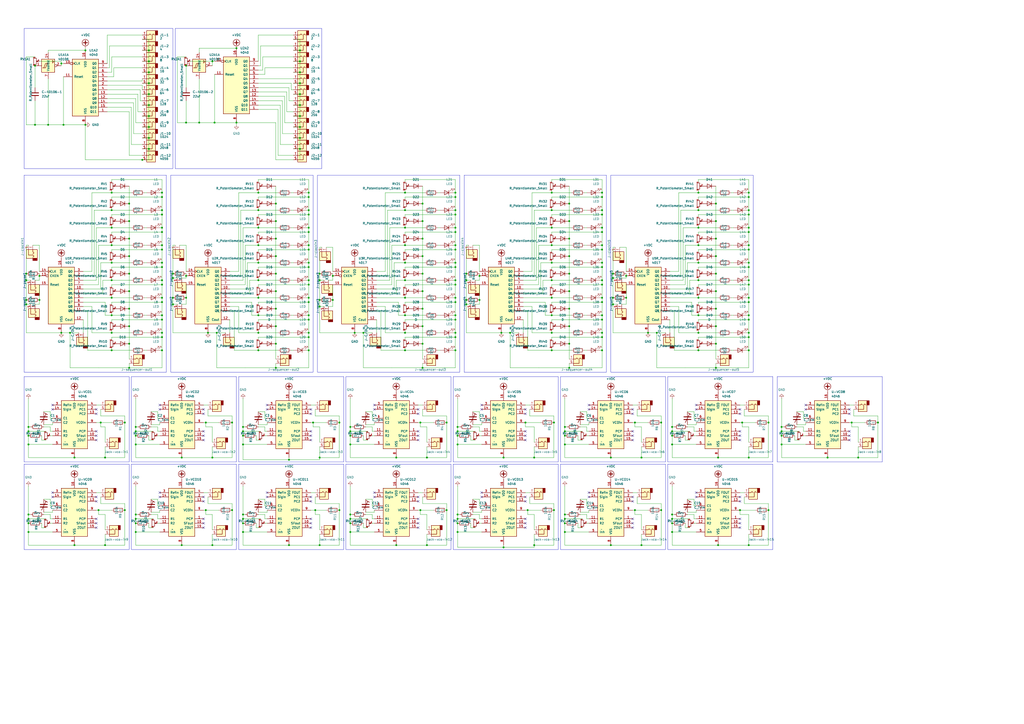
<source format=kicad_sch>
(kicad_sch (version 20231120) (generator "eeschema") (generator_version "8.0")
  (paper "A2")
  (junction (at 93.98 111.76))
  (junction (at 292.1 317.5))
  (junction (at 93.98 142.24))
  (junction (at 389.89 298.45))
  (junction (at 363.22 172.72))
  (junction (at 480.06 265.43))
  (junction (at 86.36 67.31))
  (junction (at 330.2 128.27))
  (junction (at 149.86 172.72))
  (junction (at 349.25 134.62))
  (junction (at 405.13 121.92))
  (junction (at 203.2 303.53))
  (junction (at 416.56 265.43))
  (junction (at 234.95 172.72))
  (junction (at 327.66 250.19))
  (junction (at 445.77 295.91))
  (junction (at 140.97 303.53))
  (junction (at 405.13 193.04))
  (junction (at 49.53 72.39))
  (junction (at 349.25 185.42))
  (junction (at 36.83 72.39))
  (junction (at 203.2 257.81))
  (junction (at 22.86 173.99))
  (junction (at 363.22 160.02))
  (junction (at 160.02 199.39))
  (junction (at 86.36 54.61))
  (junction (at 434.34 142.24))
  (junction (at 100.33 176.53))
  (junction (at 173.99 67.31))
  (junction (at 173.99 60.96))
  (junction (at 179.07 154.94))
  (junction (at 107.95 71.12))
  (junction (at 405.13 152.4))
  (junction (at 137.16 27.94))
  (junction (at 74.93 158.75))
  (junction (at 330.2 158.75))
  (junction (at 173.99 80.01))
  (junction (at 264.16 165.1))
  (junction (at 245.11 138.43))
  (junction (at 429.26 295.91))
  (junction (at 290.83 193.04))
  (junction (at 349.25 175.26))
  (junction (at 304.8 245.11))
  (junction (at 205.74 193.04))
  (junction (at 179.07 193.04))
  (junction (at 330.2 199.39))
  (junction (at 78.74 300.99))
  (junction (at 15.24 158.75))
  (junction (at 74.93 118.11))
  (junction (at 264.16 152.4))
  (junction (at 86.36 41.91))
  (junction (at 264.16 195.58))
  (junction (at 179.07 182.88))
  (junction (at 64.77 162.56))
  (junction (at 107.95 38.1))
  (junction (at 320.04 193.04))
  (junction (at 306.07 295.91))
  (junction (at 434.34 165.1))
  (junction (at 140.97 298.45))
  (junction (at 434.34 111.76))
  (junction (at 160.02 118.11))
  (junction (at 179.07 132.08))
  (junction (at 64.77 152.4))
  (junction (at 259.08 245.11))
  (junction (at 16.51 303.53))
  (junction (at 497.84 265.43))
  (junction (at 405.13 142.24))
  (junction (at 234.95 121.92))
  (junction (at 415.29 179.07))
  (junction (at 381 193.04))
  (junction (at 203.2 300.99))
  (junction (at 383.54 295.91))
  (junction (at 330.2 138.43))
  (junction (at 264.16 172.72))
  (junction (at 100.33 158.75))
  (junction (at 119.38 295.91))
  (junction (at 179.07 172.72))
  (junction (at 264.16 121.92))
  (junction (at 372.11 316.23))
  (junction (at 405.13 203.2))
  (junction (at 149.86 152.4))
  (junction (at 93.98 114.3))
  (junction (at 278.13 160.02))
  (junction (at 74.93 213.36))
  (junction (at 72.39 245.11))
  (junction (at 430.53 245.11))
  (junction (at 179.07 165.1))
  (junction (at 173.99 41.91))
  (junction (at 349.25 144.78))
  (junction (at 93.98 121.92))
  (junction (at 86.36 73.66))
  (junction (at 265.43 257.81))
  (junction (at 349.25 132.08))
  (junction (at 140.97 250.19))
  (junction (at 16.51 247.65))
  (junction (at 243.84 295.91))
  (junction (at 173.99 73.66))
  (junction (at 327.66 247.65))
  (junction (at 327.66 303.53))
  (junction (at 140.97 257.81))
  (junction (at 179.07 134.62))
  (junction (at 86.36 60.96))
  (junction (at 434.34 124.46))
  (junction (at 140.97 252.73))
  (junction (at 167.64 266.7))
  (junction (at 160.02 138.43))
  (junction (at 434.34 132.08))
  (junction (at 20.32 72.39))
  (junction (at 193.04 173.99))
  (junction (at 405.13 172.72))
  (junction (at 149.86 132.08))
  (junction (at 330.2 118.11))
  (junction (at 203.2 298.45))
  (junction (at 124.46 71.12))
  (junction (at 265.43 308.61))
  (junction (at 149.86 162.56))
  (junction (at 82.55 92.71))
  (junction (at 115.57 71.12))
  (junction (at 434.34 162.56))
  (junction (at 15.24 176.53))
  (junction (at 167.64 316.23))
  (junction (at 389.89 257.81))
  (junction (at 264.16 134.62))
  (junction (at 264.16 132.08))
  (junction (at 179.07 142.24))
  (junction (at 320.04 203.2))
  (junction (at 93.98 203.2))
  (junction (at 355.6 158.75))
  (junction (at 203.2 308.61))
  (junction (at 185.42 316.23))
  (junction (at 349.25 165.1))
  (junction (at 100.33 172.72))
  (junction (at 434.34 203.2))
  (junction (at 320.04 162.56))
  (junction (at 320.04 152.4))
  (junction (at 349.25 193.04))
  (junction (at 415.29 148.59))
  (junction (at 74.93 168.91))
  (junction (at 149.86 193.04))
  (junction (at 415.29 189.23))
  (junction (at 93.98 193.04))
  (junction (at 64.77 203.2))
  (junction (at 415.29 138.43))
  (junction (at 270.51 173.99))
  (junction (at 349.25 114.3))
  (junction (at 265.43 252.73))
  (junction (at 355.6 161.29))
  (junction (at 43.18 265.43))
  (junction (at 349.25 172.72))
  (junction (at 119.38 245.11))
  (junction (at 349.25 162.56))
  (junction (at 86.36 48.26))
  (junction (at 434.34 121.92))
  (junction (at 140.97 300.99))
  (junction (at 179.07 195.58))
  (junction (at 137.16 71.12))
  (junction (at 185.42 177.8))
  (junction (at 389.89 300.99))
  (junction (at 327.66 252.73))
  (junction (at 383.54 245.11))
  (junction (at 320.04 111.76))
  (junction (at 203.2 247.65))
  (junction (at 196.85 245.11))
  (junction (at 134.62 245.11))
  (junction (at 15.24 162.56))
  (junction (at 93.98 165.1))
  (junction (at 265.43 300.99))
  (junction (at 292.1 265.43))
  (junction (at 16.51 308.61))
  (junction (at 60.96 265.43))
  (junction (at 160.02 128.27))
  (junction (at 234.95 162.56))
  (junction (at 182.88 295.91))
  (junction (at 105.41 265.43))
  (junction (at 264.16 182.88))
  (junction (at 203.2 252.73))
  (junction (at 349.25 182.88))
  (junction (at 270.51 176.53))
  (junction (at 415.29 213.36))
  (junction (at 389.89 250.19))
  (junction (at 74.93 128.27))
  (junction (at 247.65 265.43))
  (junction (at 264.16 111.76))
  (junction (at 93.98 132.08))
  (junction (at 93.98 152.4))
  (junction (at 149.86 203.2))
  (junction (at 64.77 132.08))
  (junction (at 93.98 182.88))
  (junction (at 173.99 86.36))
  (junction (at 123.19 265.43))
  (junction (at 416.56 316.23))
  (junction (at 445.77 245.11))
  (junction (at 74.93 199.39))
  (junction (at 354.33 265.43))
  (junction (at 349.25 203.2))
  (junction (at 405.13 182.88))
  (junction (at 43.18 316.23))
  (junction (at 93.98 162.56))
  (junction (at 179.07 152.4))
  (junction (at 245.11 128.27))
  (junction (at 179.07 144.78))
  (junction (at 245.11 168.91))
  (junction (at 264.16 124.46))
  (junction (at 265.43 247.65))
  (junction (at 185.42 158.75))
  (junction (at 57.15 295.91))
  (junction (at 234.95 152.4))
  (junction (at 93.98 185.42))
  (junction (at 64.77 111.76))
  (junction (at 349.25 152.4))
  (junction (at 355.6 176.53))
  (junction (at 234.95 142.24))
  (junction (at 134.62 295.91))
  (junction (at 264.16 185.42))
  (junction (at 309.88 316.23))
  (junction (at 173.99 35.56))
  (junction (at 264.16 144.78))
  (junction (at 93.98 134.62))
  (junction (at 405.13 111.76))
  (junction (at 245.11 118.11))
  (junction (at 494.03 245.11))
  (junction (at 259.08 295.91))
  (junction (at 415.29 168.91))
  (junction (at 20.32 38.1))
  (junction (at 160.02 189.23))
  (junction (at 120.65 193.04))
  (junction (at 264.16 142.24))
  (junction (at 453.39 257.81))
  (junction (at 64.77 142.24))
  (junction (at 434.34 185.42))
  (junction (at 16.51 298.45))
  (junction (at 434.34 265.43))
  (junction (at 179.07 175.26))
  (junction (at 179.07 185.42))
  (junction (at 160.02 168.91))
  (junction (at 35.56 193.04))
  (junction (at 78.74 247.65))
  (junction (at 245.11 199.39))
  (junction (at 330.2 168.91))
  (junction (at 58.42 245.11))
  (junction (at 86.36 86.36))
  (junction (at 434.34 182.88))
  (junction (at 264.16 114.3))
  (junction (at 415.29 199.39))
  (junction (at 234.95 203.2))
  (junction (at 320.04 172.72))
  (junction (at 330.2 213.36))
  (junction (at 185.42 173.99))
  (junction (at 15.24 173.99))
  (junction (at 93.98 195.58))
  (junction (at 179.07 124.46))
  (junction (at 93.98 144.78))
  (junction (at 309.88 265.43))
  (junction (at 160.02 158.75))
  (junction (at 320.04 132.08))
  (junction (at 349.25 154.94))
  (junction (at 389.89 303.53))
  (junction (at 330.2 148.59))
  (junction (at 149.86 121.92))
  (junction (at 179.07 111.76))
  (junction (at 93.98 154.94))
  (junction (at 107.95 160.02))
  (junction (at 434.34 154.94))
  (junction (at 320.04 121.92))
  (junction (at 74.93 148.59))
  (junction (at 181.61 245.11))
  (junction (at 434.34 152.4))
  (junction (at 270.51 162.56))
  (junction (at 349.25 124.46))
  (junction (at 368.3 295.91))
  (junction (at 264.16 162.56))
  (junction (at 247.65 316.23))
  (junction (at 140.97 247.65))
  (junction (at 149.86 142.24))
  (junction (at 434.34 193.04))
  (junction (at 245.11 158.75))
  (junction (at 349.25 111.76))
  (junction (at 320.04 142.24))
  (junction (at 149.86 182.88))
  (junction (at 16.51 250.19))
  (junction (at 243.84 245.11))
  (junction (at 405.13 162.56))
  (junction (at 210.82 193.04))
  (junction (at 74.93 138.43))
  (junction (at 196.85 295.91))
  (junction (at 64.77 121.92))
  (junction (at 349.25 142.24))
  (junction (at 86.36 29.21))
  (junction (at 173.99 48.26))
  (junction (at 234.95 111.76))
  (junction (at 434.34 134.62))
  (junction (at 234.95 132.08))
  (junction (at 179.07 121.92))
  (junction (at 64.77 182.88))
  (junction (at 105.41 316.23))
  (junction (at 264.16 203.2))
  (junction (at 375.92 193.04))
  (junction (at 160.02 179.07))
  (junction (at 64.77 172.72))
  (junction (at 93.98 124.46))
  (junction (at 93.98 172.72))
  (junction (at 389.89 308.61))
  (junction (at 415.29 128.27))
  (junction (at 229.87 265.43))
  (junction (at 321.31 295.91))
  (junction (at 245.11 213.36))
  (junction (at 78.74 250.19))
  (junction (at 434.34 175.26))
  (junction (at 509.27 245.11))
  (junction (at 265.43 250.19))
  (junction (at 264.16 175.26))
  (junction (at 64.77 193.04))
  (junction (at 389.89 252.73))
  (junction (at 330.2 189.23))
  (junction (at 78.74 308.61))
  (junction (at 16.51 300.99))
  (junction (at 173.99 29.21))
  (junction (at 149.86 111.76))
  (junction (at 60.96 316.23))
  (junction (at 372.11 265.43))
  (junction (at 100.33 161.29))
  (junction (at 140.97 308.61))
  (junction (at 434.34 316.23))
  (junction (at 295.91 193.04))
  (junction (at 245.11 148.59))
  (junction (at 327.66 308.61))
  (junction (at 160.02 148.59))
  (junction (at 245.11 179.07))
  (junction (at 265.43 298.45))
  (junction (at 107.95 172.72))
  (junction (at 327.66 257.81))
  (junction (at 49.53 29.21))
  (junction (at 434.34 195.58))
  (junction (at 355.6 172.72))
  (junction (at 160.02 213.36))
  (junction (at 179.07 203.2))
  (junction (at 434.34 144.78))
  (junction (at 78.74 257.81))
  (junction (at 78.74 252.73))
  (junction (at 123.19 35.56))
  (junction (at 264.16 154.94))
  (junction (at 74.93 179.07))
  (junction (at 434.34 114.3))
  (junction (at 86.36 35.56))
  (junction (at 349.25 195.58))
  (junction (at 35.56 36.83))
  (junction (at 453.39 247.65))
  (junction (at 185.42 162.56))
  (junction (at 265.43 303.53))
  (junction (at 264.16 193.04))
  (junction (at 229.87 316.23))
  (junction (at 93.98 175.26))
  (junction (at 415.29 118.11))
  (junction (at 78.74 298.45))
  (junction (at 179.07 162.56))
  (junction (at 327.66 298.45))
  (junction (at 203.2 250.19))
  (junction (at 193.04 160.02))
  (junction (at 321.31 245.11))
  (junction (at 185.42 265.43))
  (junction (at 330.2 179.07))
  (junction (at 27.94 72.39))
  (junction (at 78.74 303.53))
  (junction (at 320.04 182.88))
  (junction (at 173.99 54.61))
  (junction (at 234.95 182.88))
  (junction (at 123.19 316.23))
  (junction (at 40.64 193.04))
  (junction (at 86.36 80.01))
  (junction (at 125.73 193.04))
  (junction (at 453.39 250.19))
  (junction (at 16.51 252.73))
  (junction (at 74.93 189.23))
  (junction (at 354.33 316.23))
  (junction (at 415.29 158.75))
  (junction (at 327.66 300.99))
  (junction (at 270.51 158.75))
  (junction (at 234.95 193.04))
  (junction (at 405.13 132.08))
  (junction (at 245.11 189.23))
  (junction (at 278.13 173.99))
  (junction (at 389.89 247.65))
  (junction (at 179.07 114.3))
  (junction (at 434.34 172.72))
  (junction (at 72.39 295.91))
  (junction (at 368.3 245.11))
  (junction (at 349.25 121.92))
  (junction (at 16.51 257.81))
  (junction (at 453.39 252.73))
  (junction (at 22.86 160.02))
  (no_connect (at 55.88 252.73))
  (no_connect (at 429.26 240.03))
  (no_connect (at 118.11 240.03))
  (no_connect (at 242.57 252.73))
  (no_connect (at 118.11 250.19))
  (no_connect (at 55.88 306.07))
  (no_connect (at 217.17 285.75))
  (no_connect (at 279.4 237.49))
  (no_connect (at 118.11 290.83))
  (no_connect (at 55.88 255.27))
  (no_connect (at 55.88 300.99))
  (no_connect (at 367.03 300.99))
  (no_connect (at 341.63 237.49))
  (no_connect (at 55.88 290.83))
  (no_connect (at 367.03 250.19))
  (no_connect (at 492.76 240.03))
  (no_connect (at 304.8 255.27))
  (no_connect (at 429.26 237.49))
  (no_connect (at 492.76 252.73))
  (no_connect (at 403.86 288.29))
  (no_connect (at 242.57 306.07))
  (no_connect (at 30.48 288.29))
  (no_connect (at 154.94 288.29))
  (no_connect (at 242.57 255.27))
  (no_connect (at 367.03 255.27))
  (no_connect (at 180.34 255.27))
  (no_connect (at 429.26 250.19))
  (no_connect (at 92.71 237.49))
  (no_connect (at 304.8 237.49))
  (no_connect (at 304.8 250.19))
  (no_connect (at 118.11 303.53))
  (no_connect (at 279.4 288.29))
  (no_connect (at 118.11 300.99))
  (no_connect (at 217.17 234.95))
  (no_connect (at 367.03 288.29))
  (no_connect (at 304.8 288.29))
  (no_connect (at 242.57 300.99))
  (no_connect (at 341.63 234.95))
  (no_connect (at 403.86 285.75))
  (no_connect (at 403.86 234.95))
  (no_connect (at 367.03 240.03))
  (no_connect (at 30.48 234.95))
  (no_connect (at 279.4 234.95))
  (no_connect (at 92.71 285.75))
  (no_connect (at 429.26 252.73))
  (no_connect (at 467.36 237.49))
  (no_connect (at 118.11 237.49))
  (no_connect (at 403.86 237.49))
  (no_connect (at 180.34 300.99))
  (no_connect (at 492.76 250.19))
  (no_connect (at 55.88 288.29))
  (no_connect (at 467.36 234.95))
  (no_connect (at 92.71 288.29))
  (no_connect (at 30.48 285.75))
  (no_connect (at 180.34 288.29))
  (no_connect (at 242.57 288.29))
  (no_connect (at 304.8 306.07))
  (no_connect (at 180.34 250.19))
  (no_connect (at 242.57 303.53))
  (no_connect (at 304.8 303.53))
  (no_connect (at 304.8 240.03))
  (no_connect (at 154.94 237.49))
  (no_connect (at 429.26 290.83))
  (no_connect (at 92.71 234.95))
  (no_connect (at 304.8 300.99))
  (no_connect (at 492.76 255.27))
  (no_connect (at 367.03 252.73))
  (no_connect (at 304.8 290.83))
  (no_connect (at 180.34 237.49))
  (no_connect (at 180.34 240.03))
  (no_connect (at 180.34 252.73))
  (no_connect (at 180.34 303.53))
  (no_connect (at 429.26 306.07))
  (no_connect (at 242.57 240.03))
  (no_connect (at 55.88 237.49))
  (no_connect (at 118.11 306.07))
  (no_connect (at 367.03 303.53))
  (no_connect (at 154.94 234.95))
  (no_connect (at 118.11 255.27))
  (no_connect (at 217.17 237.49))
  (no_connect (at 55.88 303.53))
  (no_connect (at 55.88 250.19))
  (no_connect (at 304.8 252.73))
  (no_connect (at 367.03 306.07))
  (no_connect (at 180.34 306.07))
  (no_connect (at 217.17 288.29))
  (no_connect (at 429.26 255.27))
  (no_connect (at 341.63 285.75))
  (no_connect (at 118.11 288.29))
  (no_connect (at 180.34 290.83))
  (no_connect (at 118.11 252.73))
  (no_connect (at 429.26 303.53))
  (no_connect (at 429.26 300.99))
  (no_connect (at 367.03 290.83))
  (no_connect (at 429.26 288.29))
  (no_connect (at 55.88 240.03))
  (no_connect (at 341.63 288.29))
  (no_connect (at 242.57 250.19))
  (no_connect (at 367.03 237.49))
  (no_connect (at 242.57 237.49))
  (no_connect (at 279.4 285.75))
  (no_connect (at 30.48 237.49))
  (no_connect (at 154.94 285.75))
  (no_connect (at 492.76 237.49))
  (no_connect (at 242.57 290.83))
  (wire (pts (xy 27.94 72.39) (xy 36.83 72.39)))
  (wire (pts (xy 330.2 128.27) (xy 330.2 138.43)))
  (wire (pts (xy 64.77 154.94) (xy 64.77 156.21)))
  (wire (pts (xy 405.13 151.13) (xy 405.13 152.4)))
  (wire (pts (xy 86.36 92.71) (xy 82.55 92.71)))
  (wire (pts (xy 403.86 308.61) (xy 389.89 308.61)))
  (wire (pts (xy 405.13 140.97) (xy 405.13 142.24)))
  (wire (pts (xy 405.13 182.88) (xy 416.56 182.88)))
  (wire (pts (xy 306.07 295.91) (xy 306.07 298.45)) (stroke (width 0.1524)))
  (wire (pts (xy 424.18 182.88) (xy 425.45 182.88)) (stroke (width 0.1524)))
  (wire (pts (xy 229.87 265.43) (xy 247.65 265.43)))
  (wire (pts (xy 59.69 162.56) (xy 64.77 162.56)))
  (wire (pts (xy 247.65 309.88) (xy 247.65 316.23)))
  (wire (pts (xy 173.99 35.56) (xy 173.99 29.21)))
  (wire (pts (xy 416.56 316.23) (xy 434.34 316.23)))
  (wire (pts (xy 57.15 142.24) (xy 57.15 165.1)))
  (wire (pts (xy 316.23 175.26) (xy 303.53 175.26)))
  (wire (pts (xy 340.36 293.37) (xy 341.63 293.37)))
  (wire (pts (xy 218.44 185.42) (xy 218.44 193.04)))
  (wire (pts (xy 149.86 20.32) (xy 149.86 35.56)))
  (wire (pts (xy 403.86 245.11) (xy 403.86 246.38)))
  (wire (pts (xy 92.71 245.11) (xy 92.71 246.38)))
  (wire (pts (xy 139.7 160.02) (xy 139.7 121.92)))
  (wire (pts (xy 330.2 148.59) (xy 330.2 158.75)))
  (wire (pts (xy 234.95 132.08) (xy 246.38 132.08)))
  (wire (pts (xy 243.84 245.11) (xy 251.46 245.11)) (stroke (width 0.1524)))
  (wire (pts (xy 92.71 121.92) (xy 93.98 121.92)))
  (wire (pts (xy 140.97 308.61) (xy 140.97 316.23)))
  (wire (pts (xy 314.96 162.56) (xy 314.96 170.18)))
  (wire (pts (xy 254 142.24) (xy 255.27 142.24)) (stroke (width 0.1524)))
  (wire (pts (xy 30.48 295.91) (xy 30.48 297.18)))
  (wire (pts (xy 320.04 175.26) (xy 320.04 176.53)))
  (wire (pts (xy 119.38 295.91) (xy 127 295.91)) (stroke (width 0.1524)))
  (wire (pts (xy 173.99 92.71) (xy 173.99 86.36)))
  (wire (pts (xy 182.88 292.1) (xy 196.85 292.1)))
  (wire (pts (xy 405.13 185.42) (xy 434.34 185.42)))
  (wire (pts (xy 424.18 142.24) (xy 425.45 142.24)) (stroke (width 0.1524)))
  (wire (pts (xy 264.16 203.2) (xy 264.16 213.36)))
  (wire (pts (xy 381 213.36) (xy 397.51 213.36)))
  (wire (pts (xy 149.86 53.34) (xy 166.37 53.34)))
  (wire (pts (xy 193.04 177.8) (xy 193.04 173.99)))
  (wire (pts (xy 389.89 250.19) (xy 389.89 252.73)))
  (wire (pts (xy 149.86 132.08) (xy 161.29 132.08)))
  (wire (pts (xy 360.68 161.29) (xy 363.22 161.29)))
  (wire (pts (xy 162.56 83.82) (xy 170.18 83.82)))
  (wire (pts (xy 389.89 257.81) (xy 389.89 265.43)))
  (wire (pts (xy 393.7 147.32) (xy 393.7 157.48)) (stroke (width 0.1524)))
  (wire (pts (xy 35.56 36.83) (xy 35.56 35.56)))
  (wire (pts (xy 64.77 151.13) (xy 64.77 152.4)))
  (wire (pts (xy 186.69 143.51) (xy 185.42 143.51)))
  (wire (pts (xy 320.04 191.77) (xy 320.04 193.04)))
  (wire (pts (xy 309.88 247.65) (xy 309.88 256.54)) (stroke (width 0.1524)))
  (wire (pts (xy 273.05 306.07) (xy 275.59 306.07)))
  (wire (pts (xy 179.07 121.92) (xy 179.07 124.46)))
  (wire (pts (xy 82.55 67.31) (xy 86.36 67.31)))
  (wire (pts (xy 64.77 154.94) (xy 93.98 154.94)))
  (wire (pts (xy 78.74 247.65) (xy 80.01 247.65)))
  (wire (pts (xy 212.09 298.45) (xy 215.9 298.45)))
  (wire (pts (xy 60.96 182.88) (xy 64.77 182.88)))
  (wire (pts (xy 327.66 250.19) (xy 327.66 252.73)))
  (wire (pts (xy 336.55 246.38) (xy 341.63 246.38)))
  (wire (pts (xy 83.82 182.88) (xy 85.09 182.88)) (stroke (width 0.1524)))
  (wire (pts (xy 393.7 111.76) (xy 393.7 147.32)))
  (wire (pts (xy 234.95 154.94) (xy 234.95 156.21)))
  (wire (pts (xy 398.78 289.56) (xy 402.59 289.56)))
  (wire (pts (xy 234.95 171.45) (xy 234.95 172.72)))
  (wire (pts (xy 120.65 237.49) (xy 120.65 241.3)))
  (wire (pts (xy 265.43 298.45) (xy 266.7 298.45)))
  (wire (pts (xy 234.95 165.1) (xy 264.16 165.1)))
  (wire (pts (xy 245.11 288.29) (xy 245.11 292.1)))
  (wire (pts (xy 29.21 242.57) (xy 30.48 242.57)))
  (wire (pts (xy 307.34 292.1) (xy 321.31 292.1)))
  (wire (pts (xy 394.97 160.02) (xy 394.97 121.92)))
  (wire (pts (xy 149.86 114.3) (xy 179.07 114.3)))
  (wire (pts (xy 320.04 124.46) (xy 349.25 124.46)))
  (wire (pts (xy 74.93 189.23) (xy 74.93 199.39)))
  (wire (pts (xy 349.25 203.2) (xy 349.25 213.36)))
  (wire (pts (xy 264.16 154.94) (xy 264.16 162.56)))
  (wire (pts (xy 16.51 300.99) (xy 16.51 303.53)))
  (wire (pts (xy 403.86 257.81) (xy 389.89 257.81)))
  (wire (pts (xy 91.44 303.53) (xy 92.71 303.53)))
  (wire (pts (xy 309.88 160.02) (xy 309.88 121.92)))
  (wire (pts (xy 320.04 111.76) (xy 331.47 111.76)))
  (wire (pts (xy 185.42 177.8) (xy 185.42 193.04)))
  (wire (pts (xy 86.36 22.86) (xy 86.36 29.21)))
  (wire (pts (xy 179.07 132.08) (xy 179.07 134.62)))
  (wire (pts (xy 149.86 297.18) (xy 154.94 297.18)))
  (wire (pts (xy 467.36 257.81) (xy 453.39 257.81)))
  (wire (pts (xy 303.53 180.34) (xy 306.07 180.34)) (stroke (width 0.1524)))
  (wire (pts (xy 81.28 58.42) (xy 82.55 58.42)))
  (wire (pts (xy 270.51 176.53) (xy 273.05 176.53)))
  (wire (pts (xy 151.13 38.1) (xy 149.86 38.1)))
  (wire (pts (xy 330.2 118.11) (xy 330.2 128.27)))
  (wire (pts (xy 59.69 170.18) (xy 48.26 170.18)))
  (wire (pts (xy 177.8 111.76) (xy 179.07 111.76)))
  (wire (pts (xy 309.88 121.92) (xy 320.04 121.92)))
  (wire (pts (xy 433.07 132.08) (xy 434.34 132.08)))
  (wire (pts (xy 369.57 237.49) (xy 369.57 241.3)))
  (wire (pts (xy 148.59 306.07) (xy 151.13 306.07)))
  (wire (pts (xy 48.26 167.64) (xy 58.42 167.64)))
  (wire (pts (xy 35.56 36.83) (xy 35.56 38.1)))
  (wire (pts (xy 434.34 195.58) (xy 434.34 203.2)))
  (wire (pts (xy 30.48 245.11) (xy 30.48 246.38)))
  (wire (pts (xy 389.89 298.45) (xy 389.89 300.99)))
  (wire (pts (xy 185.42 298.45) (xy 185.42 307.34)) (stroke (width 0.1524)))
  (wire (pts (xy 434.34 247.65) (xy 434.34 256.54)) (stroke (width 0.1524)))
  (wire (pts (xy 16.51 231.14) (xy 16.51 247.65)))
  (wire (pts (xy 177.8 172.72) (xy 179.07 172.72)))
  (wire (pts (xy 274.32 247.65) (xy 278.13 247.65)))
  (wire (pts (xy 82.55 26.67) (xy 63.5 26.67)))
  (wire (pts (xy 168.91 193.04) (xy 170.18 193.04)) (stroke (width 0.1524)))
  (wire (pts (xy 320.04 134.62) (xy 320.04 135.89)))
  (wire (pts (xy 349.25 172.72) (xy 349.25 175.26)))
  (wire (pts (xy 107.95 172.72) (xy 107.95 176.53)))
  (wire (pts (xy 234.95 110.49) (xy 234.95 111.76)))
  (wire (pts (xy 431.8 237.49) (xy 431.8 241.3)))
  (wire (pts (xy 105.41 316.23) (xy 78.74 316.23)))
  (wire (pts (xy 140.97 132.08) (xy 140.97 162.56)))
  (wire (pts (xy 224.79 121.92) (xy 234.95 121.92)))
  (wire (pts (xy 140.97 266.7) (xy 167.64 266.7)))
  (wire (pts (xy 80.01 54.61) (xy 80.01 64.77)))
  (wire (pts (xy 434.34 114.3) (xy 434.34 121.92)))
  (wire (pts (xy 15.24 72.39) (xy 20.32 72.39)))
  (wire (pts (xy 397.51 142.24) (xy 397.51 165.1)))
  (wire (pts (xy 336.55 298.45) (xy 340.36 298.45)))
  (wire (pts (xy 327.66 298.45) (xy 327.66 300.99)))
  (wire (pts (xy 306.07 203.2) (xy 320.04 203.2)))
  (wire (pts (xy 313.69 152.4) (xy 320.04 152.4)))
  (wire (pts (xy 16.51 250.19) (xy 26.67 250.19)))
  (wire (pts (xy 218.44 167.64) (xy 228.6 167.64)))
  (wire (pts (xy 434.34 144.78) (xy 434.34 152.4)))
  (wire (pts (xy 391.16 195.58) (xy 391.16 203.2)))
  (wire (pts (xy 314.96 170.18) (xy 303.53 170.18)))
  (wire (pts (xy 92.71 162.56) (xy 93.98 162.56)))
  (wire (pts (xy 149.86 246.38) (xy 154.94 246.38)))
  (wire (pts (xy 168.91 152.4) (xy 170.18 152.4)) (stroke (width 0.1524)))
  (wire (pts (xy 49.53 29.21) (xy 49.53 27.94)))
  (wire (pts (xy 265.43 298.45) (xy 265.43 300.99)))
  (wire (pts (xy 64.77 172.72) (xy 76.2 172.72)))
  (wire (pts (xy 245.11 148.59) (xy 245.11 158.75)))
  (wire (pts (xy 264.16 124.46) (xy 264.16 132.08)))
  (wire (pts (xy 15.24 173.99) (xy 15.24 176.53)))
  (wire (pts (xy 64.77 104.14) (xy 93.98 104.14)))
  (wire (pts (xy 149.86 191.77) (xy 149.86 193.04)))
  (wire (pts (xy 405.13 161.29) (xy 405.13 162.56)))
  (wire (pts (xy 105.41 265.43) (xy 123.19 265.43)))
  (wire (pts (xy 430.53 247.65) (xy 434.34 247.65)) (stroke (width 0.1524)))
  (wire (pts (xy 247.65 316.23) (xy 259.08 316.23)))
  (wire (pts (xy 100.33 176.53) (xy 100.33 193.04)))
  (wire (pts (xy 91.44 252.73) (xy 92.71 252.73)))
  (wire (pts (xy 166.37 64.77) (xy 170.18 64.77)))
  (wire (pts (xy 434.34 121.92) (xy 434.34 124.46)))
  (wire (pts (xy 100.33 176.53) (xy 102.87 176.53)))
  (wire (pts (xy 43.18 316.23) (xy 60.96 316.23)))
  (wire (pts (xy 107.95 158.75) (xy 107.95 160.02)))
  (wire (pts (xy 309.88 317.5) (xy 309.88 316.23)))
  (wire (pts (xy 170.18 86.36) (xy 173.99 86.36)))
  (wire (pts (xy 125.73 193.04) (xy 130.81 193.04)))
  (wire (pts (xy 78.74 252.73) (xy 78.74 257.81)))
  (wire (pts (xy 64.77 114.3) (xy 64.77 115.57)))
  (wire (pts (xy 74.93 210.82) (xy 74.93 213.36)))
  (wire (pts (xy 218.44 180.34) (xy 220.98 180.34)) (stroke (width 0.1524)))
  (wire (pts (xy 264.16 121.92) (xy 264.16 124.46)))
  (wire (pts (xy 259.08 295.91) (xy 259.08 316.23)))
  (wire (pts (xy 149.86 134.62) (xy 179.07 134.62)))
  (wire (pts (xy 15.24 162.56) (xy 15.24 173.99)))
  (wire (pts (xy 74.93 158.75) (xy 74.93 168.91)))
  (wire (pts (xy 212.09 297.18) (xy 217.17 297.18)))
  (wire (pts (xy 349.25 132.08) (xy 349.25 134.62)))
  (wire (pts (xy 416.56 316.23) (xy 389.89 316.23)))
  (wire (pts (xy 223.52 193.04) (xy 234.95 193.04)))
  (wire (pts (xy 264.16 195.58) (xy 264.16 203.2)))
  (wire (pts (xy 185.42 316.23) (xy 196.85 316.23)))
  (wire (pts (xy 340.36 250.19) (xy 341.63 250.19)))
  (wire (pts (xy 78.74 257.81) (xy 78.74 265.43)))
  (wire (pts (xy 161.29 63.5) (xy 161.29 90.17)))
  (wire (pts (xy 321.31 241.3) (xy 321.31 245.11)))
  (wire (pts (xy 59.69 162.56) (xy 59.69 170.18)))
  (wire (pts (xy 234.95 124.46) (xy 264.16 124.46)))
  (wire (pts (xy 135.89 195.58) (xy 135.89 203.2)))
  (wire (pts (xy 227.33 213.36) (xy 245.11 213.36)) (stroke (width 0.1524)))
  (wire (pts (xy 149.86 55.88) (xy 165.1 55.88)))
  (wire (pts (xy 434.34 162.56) (xy 434.34 165.1)))
  (wire (pts (xy 245.11 210.82) (xy 245.11 213.36)))
  (wire (pts (xy 149.86 124.46) (xy 179.07 124.46)))
  (wire (pts (xy 355.6 176.53) (xy 358.14 176.53)))
  (wire (pts (xy 245.11 199.39) (xy 245.11 208.28)))
  (wire (pts (xy 82.55 48.26) (xy 86.36 48.26)))
  (wire (pts (xy 102.87 71.12) (xy 107.95 71.12)))
  (wire (pts (xy 275.59 176.53) (xy 278.13 176.53)))
  (wire (pts (xy 167.64 266.7) (xy 167.64 265.43)))
  (wire (pts (xy 149.86 172.72) (xy 161.29 172.72)))
  (wire (pts (xy 434.34 142.24) (xy 434.34 144.78)))
  (wire (pts (xy 16.51 247.65) (xy 17.78 247.65)))
  (wire (pts (xy 383.54 241.3) (xy 383.54 245.11)))
  (wire (pts (xy 330.2 158.75) (xy 330.2 168.91)))
  (wire (pts (xy 278.13 247.65) (xy 278.13 250.19)))
  (wire (pts (xy 264.16 175.26) (xy 264.16 182.88)))
  (wire (pts (xy 223.52 111.76) (xy 234.95 111.76)))
  (wire (pts (xy 228.6 152.4) (xy 228.6 167.64)))
  (wire (pts (xy 170.18 73.66) (xy 173.99 73.66)))
  (wire (pts (xy 179.07 162.56) (xy 179.07 165.1)))
  (wire (pts (xy 60.96 309.88) (xy 60.96 316.23)))
  (wire (pts (xy 212.09 289.56) (xy 215.9 289.56)))
  (wire (pts (xy 405.13 162.56) (xy 416.56 162.56)))
  (wire (pts (xy 78.74 300.99) (xy 88.9 300.99)))
  (wire (pts (xy 149.86 144.78) (xy 179.07 144.78)))
  (wire (pts (xy 279.4 295.91) (xy 279.4 297.18)))
  (wire (pts (xy 62.23 64.77) (xy 74.93 64.77)))
  (wire (pts (xy 29.21 289.56) (xy 29.21 293.37)))
  (wire (pts (xy 433.07 111.76) (xy 434.34 111.76)))
  (wire (pts (xy 78.74 308.61) (xy 78.74 316.23)))
  (wire (pts (xy 93.98 134.62) (xy 93.98 142.24)))
  (wire (pts (xy 234.95 121.92) (xy 246.38 121.92)))
  (wire (pts (xy 292.1 317.5) (xy 292.1 316.23)))
  (wire (pts (xy 320.04 154.94) (xy 349.25 154.94)))
  (wire (pts (xy 140.97 298.45) (xy 140.97 300.99)))
  (wire (pts (xy 182.88 295.91) (xy 182.88 298.45)) (stroke (width 0.1524)))
  (wire (pts (xy 43.18 265.43) (xy 16.51 265.43)))
  (wire (pts (xy 354.33 316.23) (xy 372.11 316.23)))
  (wire (pts (xy 30.48 308.61) (xy 16.51 308.61)))
  (wire (pts (xy 226.06 162.56) (xy 218.44 162.56)))
  (wire (pts (xy 369.57 292.1) (xy 383.54 292.1)))
  (wire (pts (xy 107.95 33.02) (xy 102.87 33.02)))
  (wire (pts (xy 15.24 162.56) (xy 17.78 162.56)))
  (wire (pts (xy 363.22 161.29) (xy 363.22 160.02)))
  (wire (pts (xy 92.71 142.24) (xy 93.98 142.24)))
  (wire (pts (xy 22.86 176.53) (xy 22.86 173.99)))
  (wire (pts (xy 179.07 104.14) (xy 179.07 111.76)))
  (wire (pts (xy 177.8 121.92) (xy 179.07 121.92)))
  (wire (pts (xy 405.13 132.08) (xy 416.56 132.08)))
  (wire (pts (xy 243.84 295.91) (xy 251.46 295.91)) (stroke (width 0.1524)))
  (wire (pts (xy 303.53 185.42) (xy 303.53 193.04)))
  (wire (pts (xy 356.87 143.51) (xy 355.6 143.51)))
  (wire (pts (xy 389.89 300.99) (xy 389.89 303.53)))
  (wire (pts (xy 405.13 104.14) (xy 405.13 105.41)))
  (wire (pts (xy 320.04 124.46) (xy 320.04 125.73)))
  (wire (pts (xy 243.84 298.45) (xy 247.65 298.45)) (stroke (width 0.1524)))
  (wire (pts (xy 405.13 114.3) (xy 405.13 115.57)))
  (wire (pts (xy 91.44 300.99) (xy 92.71 300.99)))
  (wire (pts (xy 57.15 213.36) (xy 74.93 213.36)) (stroke (width 0.1524)))
  (wire (pts (xy 16.51 247.65) (xy 16.51 250.19)))
  (wire (pts (xy 327.66 300.99) (xy 327.66 303.53)))
  (wire (pts (xy 185.42 162.56) (xy 187.96 162.56)))
  (wire (pts (xy 339.09 162.56) (xy 340.36 162.56)) (stroke (width 0.1524)))
  (wire (pts (xy 405.13 175.26) (xy 405.13 176.53)))
  (wire (pts (xy 462.28 246.38) (xy 467.36 246.38)))
  (wire (pts (xy 92.71 193.04) (xy 93.98 193.04)))
  (wire (pts (xy 140.97 132.08) (xy 149.86 132.08)))
  (wire (pts (xy 165.1 55.88) (xy 165.1 71.12)))
  (wire (pts (xy 480.06 265.43) (xy 497.84 265.43)))
  (wire (pts (xy 295.91 213.36) (xy 312.42 213.36)))
  (wire (pts (xy 93.98 193.04) (xy 93.98 195.58)))
  (wire (pts (xy 60.96 298.45) (xy 60.96 307.34)) (stroke (width 0.1524)))
  (wire (pts (xy 330.2 179.07) (xy 330.2 189.23)))
  (wire (pts (xy 82.55 92.71) (xy 49.53 92.71)))
  (wire (pts (xy 415.29 128.27) (xy 415.29 138.43)))
  (wire (pts (xy 226.06 132.08) (xy 226.06 162.56)))
  (wire (pts (xy 405.13 201.93) (xy 405.13 203.2)))
  (wire (pts (xy 123.19 309.88) (xy 123.19 316.23)))
  (wire (pts (xy 167.64 316.23) (xy 140.97 316.23)))
  (wire (pts (xy 340.36 298.45) (xy 340.36 300.99)))
  (wire (pts (xy 143.51 152.4) (xy 149.86 152.4)))
  (wire (pts (xy 264.16 132.08) (xy 264.16 134.62)))
  (wire (pts (xy 405.13 144.78) (xy 434.34 144.78)))
  (wire (pts (xy 218.44 160.02) (xy 224.79 160.02)))
  (wire (pts (xy 400.05 162.56) (xy 400.05 170.18)))
  (wire (pts (xy 434.34 165.1) (xy 434.34 172.72)))
  (wire (pts (xy 170.18 41.91) (xy 173.99 41.91)))
  (wire (pts (xy 397.51 303.53) (xy 397.51 306.07)))
  (wire (pts (xy 254 152.4) (xy 255.27 152.4)) (stroke (width 0.1524)))
  (wire (pts (xy 347.98 111.76) (xy 349.25 111.76)))
  (wire (pts (xy 181.61 245.11) (xy 180.34 245.11)))
  (wire (pts (xy 247.65 265.43) (xy 259.08 265.43)))
  (wire (pts (xy 124.46 43.18) (xy 124.46 71.12)))
  (wire (pts (xy 220.98 195.58) (xy 220.98 203.2)))
  (wire (pts (xy 429.26 295.91) (xy 429.26 298.45)) (stroke (width 0.1524)))
  (wire (pts (xy 320.04 144.78) (xy 320.04 146.05)))
  (wire (pts (xy 461.01 255.27) (xy 463.55 255.27)))
  (wire (pts (xy 349.25 162.56) (xy 349.25 165.1)))
  (wire (pts (xy 57.15 165.1) (xy 48.26 165.1)))
  (wire (pts (xy 405.13 152.4) (xy 416.56 152.4)))
  (wire (pts (xy 320.04 104.14) (xy 320.04 105.41)))
  (wire (pts (xy 335.28 255.27) (xy 337.82 255.27)))
  (wire (pts (xy 64.77 185.42) (xy 64.77 186.69)))
  (wire (pts (xy 242.57 285.75) (xy 245.11 285.75)))
  (wire (pts (xy 93.98 182.88) (xy 93.98 185.42)))
  (wire (pts (xy 309.88 316.23) (xy 321.31 316.23)))
  (wire (pts (xy 149.86 171.45) (xy 149.86 172.72)))
  (wire (pts (xy 234.95 130.81) (xy 234.95 132.08)))
  (wire (pts (xy 134.62 295.91) (xy 134.62 316.23)))
  (wire (pts (xy 265.43 281.94) (xy 265.43 298.45)))
  (wire (pts (xy 339.09 132.08) (xy 340.36 132.08)) (stroke (width 0.1524)))
  (wire (pts (xy 336.55 238.76) (xy 340.36 238.76)))
  (wire (pts (xy 467.36 245.11) (xy 467.36 246.38)))
  (wire (pts (xy 92.71 203.2) (xy 93.98 203.2)))
  (wire (pts (xy 144.78 162.56) (xy 149.86 162.56)))
  (wire (pts (xy 119.38 295.91) (xy 118.11 295.91)))
  (wire (pts (xy 62.23 59.69) (xy 77.47 59.69)))
  (wire (pts (xy 179.07 185.42) (xy 179.07 193.04)))
  (wire (pts (xy 320.04 132.08) (xy 331.47 132.08)))
  (wire (pts (xy 16.51 303.53) (xy 16.51 308.61)))
  (wire (pts (xy 82.55 73.66) (xy 86.36 73.66)))
  (wire (pts (xy 416.56 265.43) (xy 434.34 265.43)))
  (wire (pts (xy 304.8 285.75) (xy 307.34 285.75)))
  (wire (pts (xy 57.15 295.91) (xy 55.88 295.91)))
  (wire (pts (xy 434.34 182.88) (xy 434.34 185.42)))
  (wire (pts (xy 149.86 175.26) (xy 179.07 175.26)))
  (wire (pts (xy 434.34 124.46) (xy 434.34 132.08)))
  (wire (pts (xy 309.88 259.08) (xy 309.88 265.43)))
  (wire (pts (xy 160.02 92.71) (xy 170.18 92.71)))
  (wire (pts (xy 142.24 142.24) (xy 142.24 165.1)))
  (wire (pts (xy 243.84 295.91) (xy 243.84 298.45)) (stroke (width 0.1524)))
  (wire (pts (xy 453.39 231.14) (xy 453.39 247.65)))
  (wire (pts (xy 203.2 308.61) (xy 203.2 316.23)))
  (wire (pts (xy 262.89 203.2) (xy 264.16 203.2)))
  (wire (pts (xy 58.42 292.1) (xy 72.39 292.1)))
  (wire (pts (xy 182.88 288.29) (xy 182.88 292.1)))
  (wire (pts (xy 397.51 142.24) (xy 405.13 142.24)))
  (wire (pts (xy 445.77 245.11) (xy 445.77 265.43)))
  (wire (pts (xy 354.33 265.43) (xy 372.11 265.43)))
  (wire (pts (xy 107.95 161.29) (xy 107.95 160.02)))
  (wire (pts (xy 278.13 252.73) (xy 279.4 252.73)))
  (wire (pts (xy 185.42 265.43) (xy 196.85 265.43)))
  (wire (pts (xy 133.35 185.42) (xy 133.35 193.04)))
  (wire (pts (xy 203.2 247.65) (xy 204.47 247.65)))
  (wire (pts (xy 185.42 259.08) (xy 185.42 265.43)))
  (wire (pts (xy 247.65 298.45) (xy 247.65 307.34)) (stroke (width 0.1524)))
  (wire (pts (xy 405.13 130.81) (xy 405.13 132.08)))
  (wire (pts (xy 306.07 195.58) (xy 306.07 203.2)))
  (wire (pts (xy 167.64 58.42) (xy 170.18 58.42)))
  (wire (pts (xy 434.34 104.14) (xy 434.34 111.76)))
  (wire (pts (xy 92.71 182.88) (xy 93.98 182.88)))
  (wire (pts (xy 415.29 107.95) (xy 415.29 118.11)))
  (wire (pts (xy 196.85 295.91) (xy 196.85 316.23)))
  (wire (pts (xy 64.77 140.97) (xy 64.77 142.24)))
  (wire (pts (xy 24.13 255.27) (xy 26.67 255.27)))
  (wire (pts (xy 63.5 26.67) (xy 63.5 39.37)))
  (wire (pts (xy 154.94 295.91) (xy 154.94 297.18)))
  (wire (pts (xy 210.82 306.07) (xy 213.36 306.07)))
  (wire (pts (xy 405.13 144.78) (xy 405.13 146.05)))
  (wire (pts (xy 229.87 316.23) (xy 247.65 316.23)))
  (wire (pts (xy 212.09 247.65) (xy 215.9 247.65)))
  (wire (pts (xy 16.51 250.19) (xy 16.51 252.73)))
  (wire (pts (xy 154.94 245.11) (xy 154.94 246.38)))
  (wire (pts (xy 303.53 167.64) (xy 313.69 167.64)))
  (wire (pts (xy 368.3 245.11) (xy 368.3 247.65)) (stroke (width 0.1524)))
  (wire (pts (xy 64.77 120.65) (xy 64.77 121.92)))
  (wire (pts (xy 62.23 62.23) (xy 76.2 62.23)))
  (wire (pts (xy 146.05 182.88) (xy 149.86 182.88)))
  (wire (pts (xy 196.85 292.1) (xy 196.85 295.91)))
  (wire (pts (xy 149.86 165.1) (xy 179.07 165.1)))
  (wire (pts (xy 360.68 176.53) (xy 363.22 176.53)))
  (wire (pts (xy 234.95 175.26) (xy 234.95 176.53)))
  (wire (pts (xy 274.32 142.24) (xy 278.13 142.24)))
  (wire (pts (xy 389.89 298.45) (xy 391.16 298.45)))
  (wire (pts (xy 137.16 71.12) (xy 160.02 71.12)))
  (wire (pts (xy 60.96 259.08) (xy 60.96 265.43)))
  (wire (pts (xy 203.2 247.65) (xy 203.2 250.19)))
  (wire (pts (xy 274.32 238.76) (xy 278.13 238.76)))
  (wire (pts (xy 87.63 238.76) (xy 91.44 238.76)))
  (wire (pts (xy 278.13 293.37) (xy 279.4 293.37)))
  (wire (pts (xy 415.29 213.36) (xy 434.34 213.36)) (stroke (width 0.1524)))
  (wire (pts (xy 308.61 111.76) (xy 308.61 147.32)))
  (wire (pts (xy 262.89 152.4) (xy 264.16 152.4)))
  (wire (pts (xy 210.82 303.53) (xy 210.82 306.07)))
  (wire (pts (xy 309.88 309.88) (xy 309.88 316.23)))
  (wire (pts (xy 168.91 121.92) (xy 170.18 121.92)) (stroke (width 0.1524)))
  (wire (pts (xy 415.29 118.11) (xy 415.29 128.27)))
  (wire (pts (xy 234.95 195.58) (xy 234.95 196.85)))
  (wire (pts (xy 153.67 289.56) (xy 153.67 293.37)))
  (wire (pts (xy 93.98 111.76) (xy 93.98 114.3)))
  (wire (pts (xy 231.14 182.88) (xy 231.14 175.26)))
  (wire (pts (xy 262.89 172.72) (xy 264.16 172.72)))
  (wire (pts (xy 86.36 252.73) (xy 86.36 255.27)))
  (wire (pts (xy 123.19 259.08) (xy 123.19 265.43)))
  (wire (pts (xy 149.86 45.72) (xy 170.18 45.72)))
  (wire (pts (xy 64.77 134.62) (xy 64.77 135.89)))
  (wire (pts (xy 100.33 161.29) (xy 102.87 161.29)))
  (wire (pts (xy 100.33 161.29) (xy 100.33 172.72)))
  (wire (pts (xy 93.98 124.46) (xy 93.98 132.08)))
  (wire (pts (xy 234.95 185.42) (xy 234.95 186.69)))
  (wire (pts (xy 394.97 121.92) (xy 405.13 121.92)))
  (wire (pts (xy 215.9 242.57) (xy 217.17 242.57)))
  (wire (pts (xy 354.33 265.43) (xy 327.66 265.43)))
  (wire (pts (xy 217.17 257.81) (xy 203.2 257.81)))
  (wire (pts (xy 227.33 142.24) (xy 234.95 142.24)))
  (wire (pts (xy 78.74 298.45) (xy 78.74 300.99)))
  (wire (pts (xy 466.09 242.57) (xy 467.36 242.57)))
  (wire (pts (xy 22.86 173.99) (xy 22.86 165.1)))
  (wire (pts (xy 93.98 175.26) (xy 93.98 182.88)))
  (wire (pts (xy 453.39 247.65) (xy 454.66 247.65)))
  (wire (pts (xy 160.02 148.59) (xy 160.02 158.75)))
  (wire (pts (xy 320.04 114.3) (xy 320.04 115.57)))
  (wire (pts (xy 48.26 185.42) (xy 48.26 193.04)))
  (wire (pts (xy 140.97 303.53) (xy 140.97 308.61)))
  (wire (pts (xy 203.2 281.94) (xy 203.2 298.45)))
  (wire (pts (xy 149.86 195.58) (xy 179.07 195.58)))
  (wire (pts (xy 16.51 298.45) (xy 17.78 298.45)))
  (wire (pts (xy 101.6 142.24) (xy 100.33 142.24)))
  (wire (pts (xy 119.38 295.91) (xy 119.38 298.45)) (stroke (width 0.1524)))
  (wire (pts (xy 149.86 201.93) (xy 149.86 203.2)))
  (wire (pts (xy 165.1 71.12) (xy 170.18 71.12)))
  (wire (pts (xy 50.8 180.34) (xy 50.8 195.58)) (stroke (width 0.1524)))
  (wire (pts (xy 434.34 316.23) (xy 445.77 316.23)))
  (wire (pts (xy 405.13 124.46) (xy 405.13 125.73)))
  (wire (pts (xy 92.71 295.91) (xy 92.71 297.18)))
  (wire (pts (xy 62.23 20.32) (xy 62.23 36.83)))
  (wire (pts (xy 22.86 35.56) (xy 35.56 35.56)))
  (wire (pts (xy 149.86 181.61) (xy 149.86 182.88)))
  (wire (pts (xy 415.29 179.07) (xy 415.29 189.23)))
  (wire (pts (xy 64.77 114.3) (xy 93.98 114.3)))
  (wire (pts (xy 497.84 265.43) (xy 509.27 265.43)))
  (wire (pts (xy 87.63 247.65) (xy 91.44 247.65)))
  (wire (pts (xy 15.24 176.53) (xy 17.78 176.53)))
  (wire (pts (xy 270.51 176.53) (xy 270.51 173.99)))
  (wire (pts (xy 91.44 293.37) (xy 92.71 293.37)))
  (wire (pts (xy 434.34 259.08) (xy 434.34 265.43)))
  (wire (pts (xy 66.04 39.37) (xy 82.55 39.37)))
  (wire (pts (xy 119.38 245.11) (xy 118.11 245.11)))
  (wire (pts (xy 149.86 114.3) (xy 149.86 115.57)))
  (wire (pts (xy 93.98 121.92) (xy 93.98 124.46)))
  (wire (pts (xy 402.59 242.57) (xy 403.86 242.57)))
  (wire (pts (xy 27.94 45.72) (xy 27.94 72.39)))
  (wire (pts (xy 254 172.72) (xy 255.27 172.72)) (stroke (width 0.1524)))
  (wire (pts (xy 433.07 172.72) (xy 434.34 172.72)))
  (wire (pts (xy 58.42 245.11) (xy 64.77 245.11)) (stroke (width 0.1524)))
  (wire (pts (xy 60.96 265.43) (xy 72.39 265.43)))
  (wire (pts (xy 217.17 308.61) (xy 203.2 308.61)))
  (wire (pts (xy 138.43 177.8) (xy 138.43 190.5)) (stroke (width 0.1524)))
  (wire (pts (xy 434.34 298.45) (xy 434.34 307.34)) (stroke (width 0.1524)))
  (wire (pts (xy 320.04 104.14) (xy 349.25 104.14)))
  (wire (pts (xy 389.89 303.53) (xy 389.89 308.61)))
  (wire (pts (xy 405.13 195.58) (xy 434.34 195.58)))
  (wire (pts (xy 60.96 182.88) (xy 60.96 175.26)))
  (wire (pts (xy 320.04 181.61) (xy 320.04 182.88)))
  (wire (pts (xy 170.18 35.56) (xy 173.99 35.56)))
  (wire (pts (xy 303.53 157.48) (xy 308.61 157.48)) (stroke (width 0.1524)))
  (wire (pts (xy 138.43 190.5) (xy 138.43 193.04)))
  (wire (pts (xy 149.86 58.42) (xy 163.83 58.42)))
  (wire (pts (xy 402.59 252.73) (xy 403.86 252.73)))
  (wire (pts (xy 173.99 86.36) (xy 173.99 80.01)))
  (wire (pts (xy 58.42 245.11) (xy 55.88 245.11)) (stroke (width 0.1524)))
  (wire (pts (xy 83.82 142.24) (xy 85.09 142.24)) (stroke (width 0.1524)))
  (wire (pts (xy 388.62 180.34) (xy 391.16 180.34)) (stroke (width 0.1524)))
  (wire (pts (xy 185.42 143.51) (xy 185.42 158.75)))
  (wire (pts (xy 415.29 158.75) (xy 415.29 168.91)))
  (wire (pts (xy 170.18 80.01) (xy 173.99 80.01)))
  (wire (pts (xy 137.16 69.85) (xy 137.16 71.12)))
  (wire (pts (xy 368.3 245.11) (xy 367.03 245.11)))
  (wire (pts (xy 245.11 213.36) (xy 264.16 213.36)) (stroke (width 0.1524)))
  (wire (pts (xy 355.6 161.29) (xy 355.6 172.72)))
  (wire (pts (xy 308.61 111.76) (xy 320.04 111.76)))
  (wire (pts (xy 118.11 285.75) (xy 120.65 285.75)))
  (wire (pts (xy 161.29 90.17) (xy 170.18 90.17)))
  (wire (pts (xy 397.51 306.07) (xy 400.05 306.07)))
  (wire (pts (xy 64.77 182.88) (xy 76.2 182.88)))
  (wire (pts (xy 234.95 172.72) (xy 246.38 172.72)))
  (wire (pts (xy 82.55 22.86) (xy 86.36 22.86)))
  (wire (pts (xy 29.21 247.65) (xy 29.21 250.19)))
  (wire (pts (xy 87.63 289.56) (xy 91.44 289.56)))
  (wire (pts (xy 243.84 247.65) (xy 247.65 247.65)) (stroke (width 0.1524)))
  (wire (pts (xy 347.98 142.24) (xy 349.25 142.24)))
  (wire (pts (xy 312.42 142.24) (xy 320.04 142.24)))
  (wire (pts (xy 149.86 185.42) (xy 179.07 185.42)))
  (wire (pts (xy 53.34 111.76) (xy 64.77 111.76)))
  (wire (pts (xy 168.91 182.88) (xy 170.18 182.88)) (stroke (width 0.1524)))
  (wire (pts (xy 398.78 246.38) (xy 403.86 246.38)))
  (wire (pts (xy 228.6 152.4) (xy 234.95 152.4)))
  (wire (pts (xy 265.43 300.99) (xy 275.59 300.99)))
  (wire (pts (xy 149.86 298.45) (xy 153.67 298.45)))
  (wire (pts (xy 234.95 114.3) (xy 234.95 115.57)))
  (wire (pts (xy 203.2 300.99) (xy 213.36 300.99)))
  (wire (pts (xy 495.3 237.49) (xy 495.3 241.3)))
  (wire (pts (xy 78.74 250.19) (xy 88.9 250.19)))
  (wire (pts (xy 160.02 128.27) (xy 160.02 138.43)))
  (wire (pts (xy 389.89 281.94) (xy 389.89 298.45)))
  (wire (pts (xy 234.95 151.13) (xy 234.95 152.4)))
  (wire (pts (xy 203.2 303.53) (xy 203.2 308.61)))
  (wire (pts (xy 154.94 308.61) (xy 140.97 308.61)))
  (wire (pts (xy 78.74 57.15) (xy 78.74 71.12)))
  (wire (pts (xy 182.88 237.49) (xy 182.88 241.3)))
  (wire (pts (xy 320.04 162.56) (xy 331.47 162.56)))
  (wire (pts (xy 64.77 144.78) (xy 64.77 146.05)))
  (wire (pts (xy 416.56 265.43) (xy 389.89 265.43)))
  (wire (pts (xy 349.25 175.26) (xy 349.25 182.88)))
  (wire (pts (xy 149.86 185.42) (xy 149.86 186.69)))
  (wire (pts (xy 78.74 281.94) (xy 78.74 298.45)))
  (wire (pts (xy 190.5 162.56) (xy 193.04 162.56)))
  (wire (pts (xy 262.89 121.92) (xy 264.16 121.92)))
  (wire (pts (xy 43.18 265.43) (xy 60.96 265.43)))
  (wire (pts (xy 429.26 285.75) (xy 431.8 285.75)))
  (wire (pts (xy 60.96 247.65) (xy 60.96 256.54)) (stroke (width 0.1524)))
  (wire (pts (xy 278.13 173.99) (xy 278.13 165.1)))
  (wire (pts (xy 92.71 111.76) (xy 93.98 111.76)))
  (wire (pts (xy 227.33 165.1) (xy 218.44 165.1)))
  (wire (pts (xy 330.2 168.91) (xy 330.2 179.07)))
  (wire (pts (xy 304.8 245.11) (xy 313.69 245.11)) (stroke (width 0.1524)))
  (wire (pts (xy 355.6 176.53) (xy 355.6 193.04)))
  (wire (pts (xy 245.11 118.11) (xy 245.11 128.27)))
  (wire (pts (xy 320.04 120.65) (xy 320.04 121.92)))
  (wire (pts (xy 170.18 26.67) (xy 151.13 26.67)))
  (wire (pts (xy 215.9 247.65) (xy 215.9 250.19)))
  (wire (pts (xy 405.13 175.26) (xy 434.34 175.26)))
  (wire (pts (xy 220.98 180.34) (xy 220.98 195.58)) (stroke (width 0.1524)))
  (wire (pts (xy 193.04 143.51) (xy 193.04 157.48)))
  (wire (pts (xy 320.04 152.4) (xy 331.47 152.4)))
  (wire (pts (xy 495.3 241.3) (xy 509.27 241.3)))
  (wire (pts (xy 234.95 162.56) (xy 246.38 162.56)))
  (wire (pts (xy 179.07 154.94) (xy 179.07 162.56)))
  (wire (pts (xy 179.07 124.46) (xy 179.07 132.08)))
  (wire (pts (xy 355.6 143.51) (xy 355.6 158.75)))
  (wire (pts (xy 433.07 182.88) (xy 434.34 182.88)))
  (wire (pts (xy 210.82 252.73) (xy 210.82 255.27)))
  (wire (pts (xy 445.77 295.91) (xy 445.77 316.23)))
  (wire (pts (xy 29.21 303.53) (xy 30.48 303.53)))
  (wire (pts (xy 48.26 157.48) (xy 53.34 157.48)) (stroke (width 0.1524)))
  (wire (pts (xy 135.89 203.2) (xy 149.86 203.2)))
  (wire (pts (xy 120.65 288.29) (xy 120.65 292.1)))
  (wire (pts (xy 182.88 241.3) (xy 196.85 241.3)))
  (wire (pts (xy 389.89 308.61) (xy 389.89 316.23)))
  (wire (pts (xy 229.87 170.18) (xy 218.44 170.18)))
  (wire (pts (xy 327.66 281.94) (xy 327.66 298.45)))
  (wire (pts (xy 429.26 245.11) (xy 430.53 245.11)) (stroke (width 0.1524)))
  (wire (pts (xy 35.56 193.04) (xy 15.24 193.04)))
  (wire (pts (xy 316.23 182.88) (xy 316.23 175.26)))
  (wire (pts (xy 93.98 195.58) (xy 93.98 203.2)))
  (wire (pts (xy 173.99 29.21) (xy 173.99 22.86)))
  (wire (pts (xy 401.32 175.26) (xy 388.62 175.26)))
  (wire (pts (xy 349.25 124.46) (xy 349.25 132.08)))
  (wire (pts (xy 431.8 241.3) (xy 445.77 241.3)))
  (wire (pts (xy 91.44 289.56) (xy 91.44 293.37)))
  (wire (pts (xy 181.61 247.65) (xy 185.42 247.65)) (stroke (width 0.1524)))
  (wire (pts (xy 210.82 255.27) (xy 213.36 255.27)))
  (wire (pts (xy 82.55 29.21) (xy 86.36 29.21)))
  (wire (pts (xy 55.88 162.56) (xy 48.26 162.56)))
  (wire (pts (xy 179.07 144.78) (xy 179.07 152.4)))
  (wire (pts (xy 57.15 295.91) (xy 64.77 295.91)) (stroke (width 0.1524)))
  (wire (pts (xy 461.01 252.73) (xy 461.01 255.27)))
  (wire (pts (xy 120.65 193.04) (xy 125.73 193.04)))
  (wire (pts (xy 140.97 247.65) (xy 142.24 247.65)))
  (wire (pts (xy 22.86 142.24) (xy 19.05 142.24)))
  (wire (pts (xy 321.31 292.1) (xy 321.31 295.91)))
  (wire (pts (xy 234.95 182.88) (xy 246.38 182.88)))
  (wire (pts (xy 62.23 46.99) (xy 82.55 46.99)))
  (wire (pts (xy 347.98 182.88) (xy 349.25 182.88)))
  (wire (pts (xy 133.35 157.48) (xy 138.43 157.48)) (stroke (width 0.1524)))
  (wire (pts (xy 320.04 134.62) (xy 349.25 134.62)))
  (wire (pts (xy 16.51 252.73) (xy 16.51 257.81)))
  (wire (pts (xy 24.13 252.73) (xy 24.13 255.27)))
  (wire (pts (xy 290.83 193.04) (xy 270.51 193.04)))
  (wire (pts (xy 153.67 300.99) (xy 154.94 300.99)))
  (wire (pts (xy 307.34 237.49) (xy 307.34 241.3)))
  (wire (pts (xy 162.56 60.96) (xy 162.56 83.82)))
  (wire (pts (xy 398.78 238.76) (xy 402.59 238.76)))
  (wire (pts (xy 107.95 165.1) (xy 107.95 172.72)))
  (wire (pts (xy 74.93 107.95) (xy 74.93 118.11)))
  (wire (pts (xy 193.04 173.99) (xy 193.04 165.1)))
  (wire (pts (xy 264.16 162.56) (xy 264.16 165.1)))
  (wire (pts (xy 278.13 300.99) (xy 279.4 300.99)))
  (wire (pts (xy 193.04 143.51) (xy 189.23 143.51)))
  (wire (pts (xy 320.04 144.78) (xy 349.25 144.78)))
  (wire (pts (xy 405.13 203.2) (xy 416.56 203.2)))
  (wire (pts (xy 341.63 308.61) (xy 327.66 308.61)))
  (wire (pts (xy 29.21 238.76) (xy 29.21 242.57)))
  (wire (pts (xy 311.15 132.08) (xy 320.04 132.08)))
  (wire (pts (xy 160.02 118.11) (xy 160.02 128.27)))
  (wire (pts (xy 223.52 177.8) (xy 223.52 190.5)) (stroke (width 0.1524)))
  (wire (pts (xy 72.39 245.11) (xy 72.39 265.43)))
  (wire (pts (xy 265.43 252.73) (xy 265.43 257.81)))
  (wire (pts (xy 306.07 295.91) (xy 304.8 295.91)))
  (wire (pts (xy 100.33 142.24) (xy 100.33 158.75)))
  (wire (pts (xy 210.82 193.04) (xy 215.9 193.04)))
  (wire (pts (xy 24.13 306.07) (xy 26.67 306.07)))
  (wire (pts (xy 234.95 134.62) (xy 264.16 134.62)))
  (wire (pts (xy 153.67 293.37) (xy 154.94 293.37)))
  (wire (pts (xy 402.59 298.45) (xy 402.59 300.99)))
  (wire (pts (xy 347.98 152.4) (xy 349.25 152.4)))
  (wire (pts (xy 405.13 110.49) (xy 405.13 111.76)))
  (wire (pts (xy 179.07 134.62) (xy 179.07 142.24)))
  (wire (pts (xy 234.95 195.58) (xy 264.16 195.58)))
  (wire (pts (xy 295.91 193.04) (xy 295.91 213.36)))
  (wire (pts (xy 434.34 172.72) (xy 434.34 175.26)))
  (wire (pts (xy 340.36 303.53) (xy 341.63 303.53)))
  (wire (pts (xy 278.13 298.45) (xy 278.13 300.99)))
  (wire (pts (xy 330.2 138.43) (xy 330.2 148.59)))
  (wire (pts (xy 389.89 300.99) (xy 400.05 300.99)))
  (wire (pts (xy 341.63 245.11) (xy 341.63 246.38)))
  (wire (pts (xy 148.59 252.73) (xy 148.59 255.27)))
  (wire (pts (xy 264.16 111.76) (xy 264.16 114.3)))
  (wire (pts (xy 218.44 177.8) (xy 223.52 177.8)) (stroke (width 0.1524)))
  (wire (pts (xy 78.74 298.45) (xy 80.01 298.45)))
  (wire (pts (xy 64.77 161.29) (xy 64.77 162.56)))
  (wire (pts (xy 405.13 165.1) (xy 405.13 166.37)))
  (wire (pts (xy 149.86 104.14) (xy 149.86 105.41)))
  (wire (pts (xy 234.95 201.93) (xy 234.95 203.2)))
  (wire (pts (xy 349.25 154.94) (xy 349.25 162.56)))
  (wire (pts (xy 330.2 199.39) (xy 330.2 208.28)))
  (wire (pts (xy 397.51 213.36) (xy 415.29 213.36)) (stroke (width 0.1524)))
  (wire (pts (xy 92.71 152.4) (xy 93.98 152.4)))
  (wire (pts (xy 135.89 180.34) (xy 135.89 195.58)) (stroke (width 0.1524)))
  (wire (pts (xy 149.86 144.78) (xy 149.86 146.05)))
  (wire (pts (xy 177.8 162.56) (xy 179.07 162.56)))
  (wire (pts (xy 149.86 48.26) (xy 168.91 48.26)))
  (wire (pts (xy 234.95 203.2) (xy 246.38 203.2)))
  (wire (pts (xy 215.9 298.45) (xy 215.9 300.99)))
  (wire (pts (xy 40.64 213.36) (xy 57.15 213.36)))
  (wire (pts (xy 327.66 250.19) (xy 337.82 250.19)))
  (wire (pts (xy 347.98 193.04) (xy 349.25 193.04)))
  (wire (pts (xy 381 193.04) (xy 381 213.36)))
  (wire (pts (xy 320.04 185.42) (xy 349.25 185.42)))
  (wire (pts (xy 119.38 298.45) (xy 123.19 298.45)) (stroke (width 0.1524)))
  (wire (pts (xy 349.25 134.62) (xy 349.25 142.24)))
  (wire (pts (xy 434.34 175.26) (xy 434.34 182.88)))
  (wire (pts (xy 36.83 44.45) (xy 36.83 72.39)))
  (wire (pts (xy 163.83 58.42) (xy 163.83 77.47)))
  (wire (pts (xy 64.77 191.77) (xy 64.77 193.04)))
  (wire (pts (xy 320.04 171.45) (xy 320.04 172.72)))
  (wire (pts (xy 229.87 265.43) (xy 203.2 265.43)))
  (wire (pts (xy 149.86 120.65) (xy 149.86 121.92)))
  (wire (pts (xy 35.56 193.04) (xy 40.64 193.04)))
  (wire (pts (xy 229.87 162.56) (xy 229.87 170.18)))
  (wire (pts (xy 179.07 195.58) (xy 179.07 203.2)))
  (wire (pts (xy 107.95 38.1) (xy 107.95 50.8)))
  (wire (pts (xy 86.36 86.36) (xy 86.36 92.71)))
  (wire (pts (xy 203.2 250.19) (xy 213.36 250.19)))
  (wire (pts (xy 179.07 193.04) (xy 179.07 195.58)))
  (wire (pts (xy 278.13 250.19) (xy 279.4 250.19)))
  (wire (pts (xy 160.02 107.95) (xy 160.02 118.11)))
  (wire (pts (xy 168.91 172.72) (xy 170.18 172.72)) (stroke (width 0.1524)))
  (wire (pts (xy 93.98 162.56) (xy 93.98 165.1)))
  (wire (pts (xy 340.36 242.57) (xy 341.63 242.57)))
  (wire (pts (xy 168.91 52.07) (xy 168.91 48.26)))
  (wire (pts (xy 415.29 189.23) (xy 415.29 199.39)))
  (wire (pts (xy 340.36 247.65) (xy 340.36 250.19)))
  (wire (pts (xy 168.91 111.76) (xy 170.18 111.76)) (stroke (width 0.1524)))
  (wire (pts (xy 93.98 185.42) (xy 93.98 193.04)))
  (wire (pts (xy 210.82 213.36) (xy 227.33 213.36)))
  (wire (pts (xy 149.86 162.56) (xy 161.29 162.56)))
  (wire (pts (xy 212.09 246.38) (xy 217.17 246.38)))
  (wire (pts (xy 433.07 152.4) (xy 434.34 152.4)))
  (wire (pts (xy 303.53 172.72) (xy 320.04 172.72)))
  (wire (pts (xy 170.18 48.26) (xy 173.99 48.26)))
  (wire (pts (xy 64.77 193.04) (xy 76.2 193.04)))
  (wire (pts (xy 223.52 111.76) (xy 223.52 147.32)))
  (wire (pts (xy 20.32 58.42) (xy 20.32 72.39)))
  (wire (pts (xy 203.2 300.99) (xy 203.2 303.53)))
  (wire (pts (xy 149.86 238.76) (xy 153.67 238.76)))
  (wire (pts (xy 64.77 203.2) (xy 76.2 203.2)))
  (wire (pts (xy 215.9 289.56) (xy 215.9 293.37)))
  (wire (pts (xy 181.61 245.11) (xy 181.61 247.65)) (stroke (width 0.1524)))
  (wire (pts (xy 92.71 308.61) (xy 78.74 308.61)))
  (wire (pts (xy 119.38 245.11) (xy 127 245.11)) (stroke (width 0.1524)))
  (wire (pts (xy 405.13 114.3) (xy 434.34 114.3)))
  (wire (pts (xy 160.02 189.23) (xy 160.02 199.39)))
  (wire (pts (xy 259.08 241.3) (xy 259.08 245.11)))
  (wire (pts (xy 22.86 158.75) (xy 22.86 160.02)))
  (wire (pts (xy 254 203.2) (xy 255.27 203.2)) (stroke (width 0.1524)))
  (wire (pts (xy 20.32 162.56) (xy 22.86 162.56)))
  (wire (pts (xy 393.7 111.76) (xy 405.13 111.76)))
  (wire (pts (xy 453.39 257.81) (xy 453.39 265.43)))
  (wire (pts (xy 24.13 303.53) (xy 24.13 306.07)))
  (wire (pts (xy 29.21 298.45) (xy 29.21 300.99)))
  (wire (pts (xy 330.2 189.23) (xy 330.2 199.39)))
  (wire (pts (xy 402.59 250.19) (xy 403.86 250.19)))
  (wire (pts (xy 320.04 151.13) (xy 320.04 152.4)))
  (wire (pts (xy 203.2 252.73) (xy 203.2 257.81)))
  (wire (pts (xy 160.02 213.36) (xy 179.07 213.36)) (stroke (width 0.1524)))
  (wire (pts (xy 265.43 308.61) (xy 265.43 317.5)))
  (wire (pts (xy 105.41 316.23) (xy 123.19 316.23)))
  (wire (pts (xy 104.14 142.24) (xy 107.95 142.24)))
  (wire (pts (xy 76.2 62.23) (xy 76.2 83.82)))
  (wire (pts (xy 105.41 161.29) (xy 107.95 161.29)))
  (wire (pts (xy 93.98 165.1) (xy 93.98 172.72)))
  (wire (pts (xy 398.78 247.65) (xy 402.59 247.65)))
  (wire (pts (xy 234.95 114.3) (xy 264.16 114.3)))
  (wire (pts (xy 234.95 152.4) (xy 246.38 152.4)))
  (wire (pts (xy 185.42 266.7) (xy 185.42 265.43)))
  (wire (pts (xy 433.07 193.04) (xy 434.34 193.04)))
  (wire (pts (xy 74.93 118.11) (xy 74.93 128.27)))
  (wire (pts (xy 388.62 160.02) (xy 394.97 160.02)))
  (wire (pts (xy 15.24 158.75) (xy 15.24 142.24)))
  (wire (pts (xy 320.04 193.04) (xy 331.47 193.04)))
  (wire (pts (xy 234.95 111.76) (xy 246.38 111.76)))
  (wire (pts (xy 234.95 165.1) (xy 234.95 166.37)))
  (wire (pts (xy 405.13 120.65) (xy 405.13 121.92)))
  (wire (pts (xy 92.71 257.81) (xy 78.74 257.81)))
  (wire (pts (xy 64.77 152.4) (xy 76.2 152.4)))
  (wire (pts (xy 74.93 90.17) (xy 82.55 90.17)))
  (wire (pts (xy 311.15 162.56) (xy 303.53 162.56)))
  (wire (pts (xy 62.23 57.15) (xy 78.74 57.15)))
  (wire (pts (xy 82.55 46.99) (xy 82.55 45.72)))
  (wire (pts (xy 368.3 245.11) (xy 375.92 245.11)) (stroke (width 0.1524)))
  (wire (pts (xy 424.18 152.4) (xy 425.45 152.4)) (stroke (width 0.1524)))
  (wire (pts (xy 78.74 247.65) (xy 78.74 250.19)))
  (wire (pts (xy 270.51 162.56) (xy 273.05 162.56)))
  (wire (pts (xy 119.38 245.11) (xy 119.38 247.65)) (stroke (width 0.1524)))
  (wire (pts (xy 431.8 292.1) (xy 445.77 292.1)))
  (wire (pts (xy 234.95 120.65) (xy 234.95 121.92)))
  (wire (pts (xy 355.6 172.72) (xy 355.6 176.53)))
  (wire (pts (xy 179.07 182.88) (xy 179.07 185.42)))
  (wire (pts (xy 341.63 257.81) (xy 327.66 257.81)))
  (wire (pts (xy 300.99 193.04) (xy 295.91 193.04)))
  (wire (pts (xy 124.46 71.12) (xy 137.16 71.12)))
  (wire (pts (xy 82.55 60.96) (xy 86.36 60.96)))
  (wire (pts (xy 307.34 241.3) (xy 321.31 241.3)))
  (wire (pts (xy 177.8 142.24) (xy 179.07 142.24)))
  (wire (pts (xy 424.18 111.76) (xy 425.45 111.76)) (stroke (width 0.1524)))
  (wire (pts (xy 363.22 158.75) (xy 363.22 160.02)))
  (wire (pts (xy 245.11 128.27) (xy 245.11 138.43)))
  (wire (pts (xy 388.62 157.48) (xy 393.7 157.48)) (stroke (width 0.1524)))
  (wire (pts (xy 278.13 238.76) (xy 278.13 242.57)))
  (wire (pts (xy 403.86 295.91) (xy 403.86 297.18)))
  (wire (pts (xy 320.04 165.1) (xy 349.25 165.1)))
  (wire (pts (xy 185.42 162.56) (xy 185.42 173.99)))
  (wire (pts (xy 177.8 203.2) (xy 179.07 203.2)))
  (wire (pts (xy 336.55 289.56) (xy 340.36 289.56)))
  (wire (pts (xy 242.57 234.95) (xy 245.11 234.95)))
  (wire (pts (xy 264.16 144.78) (xy 264.16 152.4)))
  (wire (pts (xy 140.97 250.19) (xy 151.13 250.19)))
  (wire (pts (xy 203.2 298.45) (xy 203.2 300.99)))
  (wire (pts (xy 173.99 48.26) (xy 173.99 41.91)))
  (wire (pts (xy 368.3 298.45) (xy 372.11 298.45)) (stroke (width 0.1524)))
  (wire (pts (xy 149.86 195.58) (xy 149.86 196.85)))
  (wire (pts (xy 91.44 247.65) (xy 91.44 250.19)))
  (wire (pts (xy 279.4 308.61) (xy 265.43 308.61)))
  (wire (pts (xy 74.93 128.27) (xy 74.93 138.43)))
  (wire (pts (xy 193.04 162.56) (xy 193.04 160.02)))
  (wire (pts (xy 265.43 257.81) (xy 265.43 265.43)))
  (wire (pts (xy 497.84 247.65) (xy 497.84 256.54)) (stroke (width 0.1524)))
  (wire (pts (xy 254 111.76) (xy 255.27 111.76)) (stroke (width 0.1524)))
  (wire (pts (xy 397.51 252.73) (xy 397.51 255.27)))
  (wire (pts (xy 243.84 245.11) (xy 242.57 245.11)))
  (wire (pts (xy 149.86 203.2) (xy 161.29 203.2)))
  (wire (pts (xy 93.98 114.3) (xy 93.98 121.92)))
  (wire (pts (xy 433.07 142.24) (xy 434.34 142.24)))
  (wire (pts (xy 30.48 257.81) (xy 16.51 257.81)))
  (wire (pts (xy 107.95 58.42) (xy 107.95 71.12)))
  (wire (pts (xy 115.57 71.12) (xy 124.46 71.12)))
  (wire (pts (xy 149.86 165.1) (xy 149.86 166.37)))
  (wire (pts (xy 453.39 250.19) (xy 453.39 252.73)))
  (wire (pts (xy 234.95 154.94) (xy 264.16 154.94)))
  (wire (pts (xy 58.42 237.49) (xy 58.42 241.3)))
  (wire (pts (xy 170.18 60.96) (xy 173.99 60.96)))
  (wire (pts (xy 72.39 241.3) (xy 72.39 245.11)))
  (wire (pts (xy 320.04 172.72) (xy 331.47 172.72)))
  (wire (pts (xy 330.2 213.36) (xy 349.25 213.36)) (stroke (width 0.1524)))
  (wire (pts (xy 453.39 252.73) (xy 453.39 257.81)))
  (wire (pts (xy 415.29 148.59) (xy 415.29 158.75)))
  (wire (pts (xy 434.34 154.94) (xy 434.34 162.56)))
  (wire (pts (xy 91.44 250.19) (xy 92.71 250.19)))
  (wire (pts (xy 105.41 265.43) (xy 78.74 265.43)))
  (wire (pts (xy 320.04 142.24) (xy 331.47 142.24)))
  (wire (pts (xy 320.04 121.92) (xy 331.47 121.92)))
  (wire (pts (xy 48.26 180.34) (xy 50.8 180.34)) (stroke (width 0.1524)))
  (wire (pts (xy 93.98 144.78) (xy 93.98 152.4)))
  (wire (pts (xy 405.13 121.92) (xy 416.56 121.92)))
  (wire (pts (xy 397.51 255.27) (xy 400.05 255.27)))
  (wire (pts (xy 327.66 303.53) (xy 327.66 308.61)))
  (wire (pts (xy 58.42 241.3) (xy 72.39 241.3)))
  (wire (pts (xy 402.59 289.56) (xy 402.59 293.37)))
  (wire (pts (xy 270.51 142.24) (xy 270.51 158.75)))
  (wire (pts (xy 309.88 298.45) (xy 309.88 307.34)) (stroke (width 0.1524)))
  (wire (pts (xy 400.05 170.18) (xy 388.62 170.18)))
  (wire (pts (xy 149.86 130.81) (xy 149.86 132.08)))
  (wire (pts (xy 179.07 172.72) (xy 179.07 175.26)))
  (wire (pts (xy 20.32 38.1) (xy 20.32 50.8)))
  (wire (pts (xy 149.86 50.8) (xy 167.64 50.8)))
  (wire (pts (xy 312.42 142.24) (xy 312.42 165.1)))
  (wire (pts (xy 91.44 242.57) (xy 92.71 242.57)))
  (wire (pts (xy 123.19 316.23) (xy 134.62 316.23)))
  (wire (pts (xy 64.77 124.46) (xy 64.77 125.73)))
  (wire (pts (xy 320.04 175.26) (xy 349.25 175.26)))
  (wire (pts (xy 179.07 165.1) (xy 179.07 172.72)))
  (wire (pts (xy 405.13 154.94) (xy 405.13 156.21)))
  (wire (pts (xy 179.07 111.76) (xy 179.07 114.3)))
  (wire (pts (xy 149.86 142.24) (xy 161.29 142.24)))
  (wire (pts (xy 86.36 41.91) (xy 86.36 48.26)))
  (wire (pts (xy 58.42 247.65) (xy 60.96 247.65)) (stroke (width 0.1524)))
  (wire (pts (xy 29.21 252.73) (xy 30.48 252.73)))
  (wire (pts (xy 265.43 231.14) (xy 265.43 247.65)))
  (wire (pts (xy 180.34 234.95) (xy 182.88 234.95)))
  (wire (pts (xy 64.77 41.91) (xy 64.77 33.02)))
  (wire (pts (xy 64.77 33.02) (xy 82.55 33.02)))
  (wire (pts (xy 173.99 41.91) (xy 173.99 35.56)))
  (wire (pts (xy 123.19 247.65) (xy 123.19 256.54)) (stroke (width 0.1524)))
  (wire (pts (xy 173.99 67.31) (xy 173.99 60.96)))
  (wire (pts (xy 166.37 53.34) (xy 166.37 64.77)))
  (wire (pts (xy 234.95 191.77) (xy 234.95 193.04)))
  (wire (pts (xy 264.16 182.88) (xy 264.16 185.42)))
  (wire (pts (xy 320.04 114.3) (xy 349.25 114.3)))
  (wire (pts (xy 265.43 300.99) (xy 265.43 303.53)))
  (wire (pts (xy 15.24 158.75) (xy 15.24 162.56)))
  (wire (pts (xy 179.07 114.3) (xy 179.07 121.92)))
  (wire (pts (xy 494.03 245.11) (xy 494.03 247.65)) (stroke (width 0.1524)))
  (wire (pts (xy 375.92 193.04) (xy 381 193.04)))
  (wire (pts (xy 320.04 203.2) (xy 331.47 203.2)))
  (wire (pts (xy 62.23 44.45) (xy 66.04 44.45)))
  (wire (pts (xy 265.43 247.65) (xy 266.7 247.65)))
  (wire (pts (xy 25.4 298.45) (xy 29.21 298.45)))
  (wire (pts (xy 133.35 172.72) (xy 149.86 172.72)))
  (wire (pts (xy 347.98 172.72) (xy 349.25 172.72)))
  (wire (pts (xy 182.88 295.91) (xy 189.23 295.91)) (stroke (width 0.1524)))
  (wire (pts (xy 53.34 190.5) (xy 53.34 193.04)))
  (wire (pts (xy 215.9 250.19) (xy 217.17 250.19)))
  (wire (pts (xy 57.15 295.91) (xy 57.15 298.45)) (stroke (width 0.1524)))
  (wire (pts (xy 153.67 298.45) (xy 153.67 300.99)))
  (wire (pts (xy 86.36 303.53) (xy 86.36 306.07)))
  (wire (pts (xy 259.08 292.1) (xy 259.08 295.91)))
  (wire (pts (xy 424.18 121.92) (xy 425.45 121.92)) (stroke (width 0.1524)))
  (wire (pts (xy 20.32 33.02) (xy 15.24 33.02)))
  (wire (pts (xy 424.18 162.56) (xy 425.45 162.56)) (stroke (width 0.1524)))
  (wire (pts (xy 349.25 121.92) (xy 349.25 124.46)))
  (wire (pts (xy 327.66 300.99) (xy 337.82 300.99)))
  (wire (pts (xy 369.57 241.3) (xy 383.54 241.3)))
  (wire (pts (xy 327.66 257.81) (xy 327.66 265.43)))
  (wire (pts (xy 231.14 175.26) (xy 218.44 175.26)))
  (wire (pts (xy 234.95 142.24) (xy 246.38 142.24)))
  (wire (pts (xy 60.96 175.26) (xy 48.26 175.26)))
  (wire (pts (xy 152.4 33.02) (xy 152.4 40.64)))
  (wire (pts (xy 133.35 180.34) (xy 135.89 180.34)) (stroke (width 0.1524)))
  (wire (pts (xy 308.61 193.04) (xy 320.04 193.04)))
  (wire (pts (xy 509.27 241.3) (xy 509.27 245.11)))
  (wire (pts (xy 494.03 245.11) (xy 492.76 245.11)))
  (wire (pts (xy 339.09 172.72) (xy 340.36 172.72)) (stroke (width 0.1524)))
  (wire (pts (xy 327.66 247.65) (xy 328.93 247.65)))
  (wire (pts (xy 140.97 231.14) (xy 140.97 247.65)))
  (wire (pts (xy 50.8 195.58) (xy 50.8 203.2)))
  (wire (pts (xy 86.36 306.07) (xy 88.9 306.07)))
  (wire (pts (xy 321.31 295.91) (xy 321.31 316.23)))
  (wire (pts (xy 259.08 245.11) (xy 259.08 265.43)))
  (wire (pts (xy 123.19 298.45) (xy 123.19 307.34)) (stroke (width 0.1524)))
  (wire (pts (xy 82.55 41.91) (xy 86.36 41.91)))
  (wire (pts (xy 48.26 160.02) (xy 54.61 160.02)))
  (wire (pts (xy 339.09 142.24) (xy 340.36 142.24)) (stroke (width 0.1524)))
  (wire (pts (xy 74.93 179.07) (xy 74.93 189.23)))
  (wire (pts (xy 226.06 132.08) (xy 234.95 132.08)))
  (wire (pts (xy 76.2 83.82) (xy 82.55 83.82)))
  (wire (pts (xy 167.64 266.7) (xy 185.42 266.7)))
  (wire (pts (xy 341.63 295.91) (xy 341.63 297.18)))
  (wire (pts (xy 243.84 245.11) (xy 243.84 247.65)) (stroke (width 0.1524)))
  (wire (pts (xy 245.11 138.43) (xy 245.11 148.59)))
  (wire (pts (xy 105.41 176.53) (xy 107.95 176.53)))
  (wire (pts (xy 363.22 176.53) (xy 363.22 172.72)))
  (wire (pts (xy 140.97 300.99) (xy 140.97 303.53)))
  (wire (pts (xy 388.62 172.72) (xy 405.13 172.72)))
  (wire (pts (xy 335.28 303.53) (xy 335.28 306.07)))
  (wire (pts (xy 149.86 151.13) (xy 149.86 152.4)))
  (wire (pts (xy 185.42 158.75) (xy 185.42 162.56)))
  (wire (pts (xy 304.8 245.11) (xy 304.8 247.65)) (stroke (width 0.1524)))
  (wire (pts (xy 82.55 54.61) (xy 86.36 54.61)))
  (wire (pts (xy 179.07 175.26) (xy 179.07 182.88)))
  (wire (pts (xy 55.88 132.08) (xy 55.88 162.56)))
  (wire (pts (xy 123.19 35.56) (xy 123.19 38.1)))
  (wire (pts (xy 245.11 179.07) (xy 245.11 189.23)))
  (wire (pts (xy 64.77 165.1) (xy 93.98 165.1)))
  (wire (pts (xy 234.95 140.97) (xy 234.95 142.24)))
  (wire (pts (xy 149.86 110.49) (xy 149.86 111.76)))
  (wire (pts (xy 243.84 295.91) (xy 242.57 295.91)))
  (wire (pts (xy 402.59 303.53) (xy 403.86 303.53)))
  (wire (pts (xy 375.92 193.04) (xy 355.6 193.04)))
  (wire (pts (xy 58.42 152.4) (xy 64.77 152.4)))
  (wire (pts (xy 43.18 316.23) (xy 16.51 316.23)))
  (wire (pts (xy 339.09 111.76) (xy 340.36 111.76)) (stroke (width 0.1524)))
  (wire (pts (xy 430.53 245.11) (xy 430.53 247.65)) (stroke (width 0.1524)))
  (wire (pts (xy 304.8 247.65) (xy 309.88 247.65)) (stroke (width 0.1524)))
  (wire (pts (xy 63.5 39.37) (xy 62.23 39.37)))
  (wire (pts (xy 347.98 132.08) (xy 349.25 132.08)))
  (wire (pts (xy 349.25 182.88) (xy 349.25 185.42)))
  (wire (pts (xy 388.62 177.8) (xy 393.7 177.8)) (stroke (width 0.1524)))
  (wire (pts (xy 190.5 177.8) (xy 193.04 177.8)))
  (wire (pts (xy 83.82 121.92) (xy 85.09 121.92)) (stroke (width 0.1524)))
  (wire (pts (xy 264.16 193.04) (xy 264.16 195.58)))
  (wire (pts (xy 22.86 162.56) (xy 22.86 160.02)))
  (wire (pts (xy 40.64 193.04) (xy 45.72 193.04)))
  (wire (pts (xy 265.43 317.5) (xy 292.1 317.5)))
  (wire (pts (xy 144.78 170.18) (xy 133.35 170.18)))
  (wire (pts (xy 140.97 300.99) (xy 151.13 300.99)))
  (wire (pts (xy 185.42 247.65) (xy 185.42 256.54)) (stroke (width 0.1524)))
  (wire (pts (xy 430.53 245.11) (xy 438.15 245.11)) (stroke (width 0.1524)))
  (wire (pts (xy 140.97 247.65) (xy 140.97 250.19)))
  (wire (pts (xy 149.86 124.46) (xy 149.86 125.73)))
  (wire (pts (xy 16.51 300.99) (xy 26.67 300.99)))
  (wire (pts (xy 16.51 281.94) (xy 16.51 298.45)))
  (wire (pts (xy 140.97 252.73) (xy 140.97 257.81)))
  (wire (pts (xy 215.9 252.73) (xy 217.17 252.73)))
  (wire (pts (xy 80.01 64.77) (xy 82.55 64.77)))
  (wire (pts (xy 53.34 193.04) (xy 64.77 193.04)))
  (wire (pts (xy 179.07 152.4) (xy 179.07 154.94)))
  (wire (pts (xy 77.47 77.47) (xy 82.55 77.47)))
  (wire (pts (xy 367.03 285.75) (xy 369.57 285.75)))
  (wire (pts (xy 140.97 162.56) (xy 133.35 162.56)))
  (wire (pts (xy 254 193.04) (xy 255.27 193.04)) (stroke (width 0.1524)))
  (wire (pts (xy 265.43 250.19) (xy 275.59 250.19)))
  (wire (pts (xy 151.13 26.67) (xy 151.13 38.1)))
  (wire (pts (xy 306.07 298.45) (xy 309.88 298.45)) (stroke (width 0.1524)))
  (wire (pts (xy 229.87 316.23) (xy 203.2 316.23)))
  (wire (pts (xy 405.13 171.45) (xy 405.13 172.72)))
  (wire (pts (xy 87.63 298.45) (xy 91.44 298.45)))
  (wire (pts (xy 185.42 177.8) (xy 187.96 177.8)))
  (wire (pts (xy 265.43 247.65) (xy 265.43 250.19)))
  (wire (pts (xy 405.13 142.24) (xy 416.56 142.24)))
  (wire (pts (xy 22.86 142.24) (xy 22.86 157.48)))
  (wire (pts (xy 62.23 41.91) (xy 64.77 41.91)))
  (wire (pts (xy 40.64 193.04) (xy 40.64 213.36)))
  (wire (pts (xy 64.77 162.56) (xy 76.2 162.56)))
  (wire (pts (xy 86.36 48.26) (xy 86.36 54.61)))
  (wire (pts (xy 148.59 303.53) (xy 148.59 306.07)))
  (wire (pts (xy 49.53 72.39) (xy 49.53 92.71)))
  (wire (pts (xy 64.77 124.46) (xy 93.98 124.46)))
  (wire (pts (xy 64.77 144.78) (xy 93.98 144.78)))
  (wire (pts (xy 434.34 134.62) (xy 434.34 142.24)))
  (wire (pts (xy 313.69 152.4) (xy 313.69 167.64)))
  (wire (pts (xy 57.15 298.45) (xy 60.96 298.45)) (stroke (width 0.1524)))
  (wire (pts (xy 20.32 72.39) (xy 27.94 72.39)))
  (wire (pts (xy 220.98 203.2) (xy 234.95 203.2)))
  (wire (pts (xy 398.78 152.4) (xy 405.13 152.4)))
  (wire (pts (xy 262.89 193.04) (xy 264.16 193.04)))
  (wire (pts (xy 82.55 80.01) (xy 86.36 80.01)))
  (wire (pts (xy 49.53 72.39) (xy 36.83 72.39)))
  (wire (pts (xy 149.86 193.04) (xy 161.29 193.04)))
  (wire (pts (xy 134.62 245.11) (xy 134.62 265.43)))
  (wire (pts (xy 185.42 309.88) (xy 185.42 316.23)))
  (wire (pts (xy 262.89 182.88) (xy 264.16 182.88)))
  (wire (pts (xy 149.86 161.29) (xy 149.86 162.56)))
  (wire (pts (xy 431.8 288.29) (xy 431.8 292.1)))
  (wire (pts (xy 279.4 245.11) (xy 279.4 246.38)))
  (wire (pts (xy 264.16 165.1) (xy 264.16 172.72)))
  (wire (pts (xy 396.24 132.08) (xy 396.24 162.56)))
  (wire (pts (xy 149.86 152.4) (xy 161.29 152.4)))
  (wire (pts (xy 415.29 199.39) (xy 415.29 208.28)))
  (wire (pts (xy 168.91 132.08) (xy 170.18 132.08)) (stroke (width 0.1524)))
  (wire (pts (xy 142.24 142.24) (xy 149.86 142.24)))
  (wire (pts (xy 497.84 259.08) (xy 497.84 265.43)))
  (wire (pts (xy 160.02 179.07) (xy 160.02 189.23)))
  (wire (pts (xy 368.3 295.91) (xy 368.3 298.45)) (stroke (width 0.1524)))
  (wire (pts (xy 349.25 104.14) (xy 349.25 111.76)))
  (wire (pts (xy 270.51 158.75) (xy 270.51 162.56)))
  (wire (pts (xy 312.42 165.1) (xy 303.53 165.1)))
  (wire (pts (xy 396.24 132.08) (xy 405.13 132.08)))
  (wire (pts (xy 170.18 54.61) (xy 173.99 54.61)))
  (wire (pts (xy 405.13 195.58) (xy 405.13 196.85)))
  (wire (pts (xy 368.3 295.91) (xy 375.92 295.91)) (stroke (width 0.1524)))
  (wire (pts (xy 72.39 295.91) (xy 72.39 316.23)))
  (wire (pts (xy 223.52 147.32) (xy 223.52 157.48)) (stroke (width 0.1524)))
  (wire (pts (xy 182.88 298.45) (xy 185.42 298.45)) (stroke (width 0.1524)))
  (wire (pts (xy 83.82 111.76) (xy 85.09 111.76)) (stroke (width 0.1524)))
  (wire (pts (xy 349.25 195.58) (xy 349.25 203.2)))
  (wire (pts (xy 55.88 132.08) (xy 64.77 132.08)))
  (wire (pts (xy 234.95 193.04) (xy 246.38 193.04)))
  (wire (pts (xy 311.15 132.08) (xy 311.15 162.56)))
  (wire (pts (xy 119.38 247.65) (xy 123.19 247.65)) (stroke (width 0.1524)))
  (wire (pts (xy 16.51 308.61) (xy 16.51 316.23)))
  (wire (pts (xy 347.98 121.92) (xy 349.25 121.92)))
  (wire (pts (xy 429.26 295.91) (xy 438.15 295.91)) (stroke (width 0.1524)))
  (wire (pts (xy 154.94 257.81) (xy 140.97 257.81)))
  (wire (pts (xy 92.71 172.72) (xy 93.98 172.72)))
  (wire (pts (xy 149.86 154.94) (xy 179.07 154.94)))
  (wire (pts (xy 398.78 152.4) (xy 398.78 167.64)))
  (wire (pts (xy 115.57 45.72) (xy 115.57 71.12)))
  (wire (pts (xy 303.53 160.02) (xy 309.88 160.02)))
  (wire (pts (xy 120.65 241.3) (xy 134.62 241.3)))
  (wire (pts (xy 173.99 60.96) (xy 173.99 54.61)))
  (wire (pts (xy 148.59 255.27) (xy 151.13 255.27)))
  (wire (pts (xy 415.29 138.43) (xy 415.29 148.59)))
  (wire (pts (xy 160.02 199.39) (xy 160.02 208.28)))
  (wire (pts (xy 391.16 180.34) (xy 391.16 195.58)) (stroke (width 0.1524)))
  (wire (pts (xy 320.04 195.58) (xy 320.04 196.85)))
  (wire (pts (xy 82.55 52.07) (xy 82.55 49.53)))
  (wire (pts (xy 405.13 185.42) (xy 405.13 186.69)))
  (wire (pts (xy 278.13 142.24) (xy 278.13 157.48)))
  (wire (pts (xy 182.88 295.91) (xy 180.34 295.91)) (stroke (width 0.1524)))
  (wire (pts (xy 152.4 40.64) (xy 149.86 40.64)))
  (wire (pts (xy 83.82 193.04) (xy 85.09 193.04)) (stroke (width 0.1524)))
  (wire (pts (xy 139.7 121.92) (xy 149.86 121.92)))
  (wire (pts (xy 340.36 289.56) (xy 340.36 293.37)))
  (wire (pts (xy 173.99 73.66) (xy 173.99 67.31)))
  (wire (pts (xy 93.98 152.4) (xy 93.98 154.94)))
  (wire (pts (xy 429.26 234.95) (xy 431.8 234.95)))
  (wire (pts (xy 234.95 104.14) (xy 234.95 105.41)))
  (wire (pts (xy 48.26 177.8) (xy 53.34 177.8)) (stroke (width 0.1524)))
  (wire (pts (xy 405.13 104.14) (xy 434.34 104.14)))
  (wire (pts (xy 62.23 54.61) (xy 80.01 54.61)))
  (wire (pts (xy 93.98 203.2) (xy 93.98 213.36)))
  (wire (pts (xy 278.13 162.56) (xy 278.13 160.02)))
  (wire (pts (xy 368.3 247.65) (xy 372.11 247.65)) (stroke (width 0.1524)))
  (wire (pts (xy 433.07 203.2) (xy 434.34 203.2)))
  (wire (pts (xy 314.96 162.56) (xy 320.04 162.56)))
  (wire (pts (xy 196.85 241.3) (xy 196.85 245.11)))
  (wire (pts (xy 320.04 161.29) (xy 320.04 162.56)))
  (wire (pts (xy 405.13 154.94) (xy 434.34 154.94)))
  (wire (pts (xy 180.34 285.75) (xy 182.88 285.75)))
  (wire (pts (xy 203.2 250.19) (xy 203.2 252.73)))
  (wire (pts (xy 254 132.08) (xy 255.27 132.08)) (stroke (width 0.1524)))
  (wire (pts (xy 359.41 143.51) (xy 363.22 143.51)))
  (wire (pts (xy 400.05 162.56) (xy 405.13 162.56)))
  (wire (pts (xy 86.36 73.66) (xy 86.36 80.01)))
  (wire (pts (xy 224.79 160.02) (xy 224.79 121.92)))
  (wire (pts (xy 327.66 308.61) (xy 327.66 316.23)))
  (wire (pts (xy 62.23 49.53) (xy 82.55 49.53)))
  (wire (pts (xy 254 182.88) (xy 255.27 182.88)) (stroke (width 0.1524)))
  (wire (pts (xy 74.93 199.39) (xy 74.93 208.28)))
  (wire (pts (xy 320.04 140.97) (xy 320.04 142.24)))
  (wire (pts (xy 64.77 201.93) (xy 64.77 203.2)))
  (wire (pts (xy 54.61 121.92) (xy 64.77 121.92)))
  (wire (pts (xy 77.47 59.69) (xy 77.47 77.47)))
  (wire (pts (xy 153.67 303.53) (xy 154.94 303.53)))
  (wire (pts (xy 78.74 303.53) (xy 78.74 308.61)))
  (wire (pts (xy 234.95 175.26) (xy 264.16 175.26)))
  (wire (pts (xy 262.89 132.08) (xy 264.16 132.08)))
  (wire (pts (xy 247.65 259.08) (xy 247.65 265.43)))
  (wire (pts (xy 308.61 190.5) (xy 308.61 193.04)))
  (wire (pts (xy 86.36 80.01) (xy 86.36 86.36)))
  (wire (pts (xy 349.25 165.1) (xy 349.25 172.72)))
  (wire (pts (xy 434.34 111.76) (xy 434.34 114.3)))
  (wire (pts (xy 234.95 185.42) (xy 264.16 185.42)))
  (wire (pts (xy 20.32 176.53) (xy 22.86 176.53)))
  (wire (pts (xy 149.86 289.56) (xy 153.67 289.56)))
  (wire (pts (xy 92.71 132.08) (xy 93.98 132.08)))
  (wire (pts (xy 336.55 247.65) (xy 340.36 247.65)))
  (wire (pts (xy 245.11 189.23) (xy 245.11 199.39)))
  (wire (pts (xy 355.6 161.29) (xy 358.14 161.29)))
  (wire (pts (xy 466.09 247.65) (xy 466.09 250.19)))
  (wire (pts (xy 327.66 252.73) (xy 327.66 257.81)))
  (wire (pts (xy 292.1 265.43) (xy 265.43 265.43)))
  (wire (pts (xy 372.11 309.88) (xy 372.11 316.23)))
  (wire (pts (xy 401.32 182.88) (xy 405.13 182.88)))
  (wire (pts (xy 55.88 285.75) (xy 58.42 285.75)))
  (wire (pts (xy 321.31 245.11) (xy 321.31 265.43)))
  (wire (pts (xy 402.59 300.99) (xy 403.86 300.99)))
  (wire (pts (xy 212.09 238.76) (xy 215.9 238.76)))
  (wire (pts (xy 254 121.92) (xy 255.27 121.92)) (stroke (width 0.1524)))
  (wire (pts (xy 115.57 27.94) (xy 115.57 30.48)))
  (wire (pts (xy 29.21 300.99) (xy 30.48 300.99)))
  (wire (pts (xy 274.32 297.18) (xy 279.4 297.18)))
  (wire (pts (xy 372.11 298.45) (xy 372.11 307.34)) (stroke (width 0.1524)))
  (wire (pts (xy 138.43 111.76) (xy 149.86 111.76)))
  (wire (pts (xy 383.54 292.1) (xy 383.54 295.91)))
  (wire (pts (xy 340.36 238.76) (xy 340.36 242.57)))
  (wire (pts (xy 401.32 182.88) (xy 401.32 175.26)))
  (wire (pts (xy 335.28 306.07) (xy 337.82 306.07)))
  (wire (pts (xy 234.95 161.29) (xy 234.95 162.56)))
  (wire (pts (xy 262.89 111.76) (xy 264.16 111.76)))
  (wire (pts (xy 405.13 111.76) (xy 416.56 111.76)))
  (wire (pts (xy 354.33 316.23) (xy 327.66 316.23)))
  (wire (pts (xy 140.97 257.81) (xy 140.97 266.7)))
  (wire (pts (xy 265.43 250.19) (xy 265.43 252.73)))
  (wire (pts (xy 153.67 238.76) (xy 153.67 242.57)))
  (wire (pts (xy 494.03 245.11) (xy 501.65 245.11)) (stroke (width 0.1524)))
  (wire (pts (xy 245.11 168.91) (xy 245.11 179.07)))
  (wire (pts (xy 424.18 132.08) (xy 425.45 132.08)) (stroke (width 0.1524)))
  (wire (pts (xy 264.16 185.42) (xy 264.16 193.04)))
  (wire (pts (xy 160.02 138.43) (xy 160.02 148.59)))
  (wire (pts (xy 74.93 148.59) (xy 74.93 158.75)))
  (wire (pts (xy 16.51 257.81) (xy 16.51 265.43)))
  (wire (pts (xy 15.24 176.53) (xy 15.24 193.04)))
  (wire (pts (xy 215.9 293.37) (xy 217.17 293.37)))
  (wire (pts (xy 278.13 303.53) (xy 279.4 303.53)))
  (wire (pts (xy 144.78 162.56) (xy 144.78 170.18)))
  (wire (pts (xy 153.67 250.19) (xy 154.94 250.19)))
  (wire (pts (xy 372.11 259.08) (xy 372.11 265.43)))
  (wire (pts (xy 304.8 234.95) (xy 307.34 234.95)))
  (wire (pts (xy 53.34 111.76) (xy 53.34 147.32)))
  (wire (pts (xy 62.23 52.07) (xy 81.28 52.07)))
  (wire (pts (xy 320.04 165.1) (xy 320.04 166.37)))
  (wire (pts (xy 25.4 247.65) (xy 29.21 247.65)))
  (wire (pts (xy 264.16 142.24) (xy 264.16 144.78)))
  (wire (pts (xy 434.34 265.43) (xy 445.77 265.43)))
  (wire (pts (xy 434.34 193.04) (xy 434.34 195.58)))
  (wire (pts (xy 339.09 182.88) (xy 340.36 182.88)) (stroke (width 0.1524)))
  (wire (pts (xy 170.18 20.32) (xy 149.86 20.32)))
  (wire (pts (xy 173.99 54.61) (xy 173.99 48.26)))
  (wire (pts (xy 107.95 71.12) (xy 115.57 71.12)))
  (wire (pts (xy 140.97 281.94) (xy 140.97 298.45)))
  (wire (pts (xy 149.86 175.26) (xy 149.86 176.53)))
  (wire (pts (xy 278.13 242.57) (xy 279.4 242.57)))
  (wire (pts (xy 203.2 298.45) (xy 204.47 298.45)))
  (wire (pts (xy 275.59 162.56) (xy 278.13 162.56)))
  (wire (pts (xy 100.33 172.72) (xy 100.33 176.53)))
  (wire (pts (xy 264.16 152.4) (xy 264.16 154.94)))
  (wire (pts (xy 309.88 265.43) (xy 321.31 265.43)))
  (wire (pts (xy 347.98 162.56) (xy 349.25 162.56)))
  (wire (pts (xy 149.86 134.62) (xy 149.86 135.89)))
  (wire (pts (xy 25.4 297.18) (xy 30.48 297.18)))
  (wire (pts (xy 234.95 144.78) (xy 264.16 144.78)))
  (wire (pts (xy 372.11 316.23) (xy 383.54 316.23)))
  (wire (pts (xy 264.16 134.62) (xy 264.16 142.24)))
  (wire (pts (xy 118.11 234.95) (xy 120.65 234.95)))
  (wire (pts (xy 64.77 175.26) (xy 93.98 175.26)))
  (wire (pts (xy 140.97 298.45) (xy 142.24 298.45)))
  (wire (pts (xy 64.77 132.08) (xy 76.2 132.08)))
  (wire (pts (xy 25.4 289.56) (xy 29.21 289.56)))
  (wire (pts (xy 125.73 213.36) (xy 142.24 213.36)))
  (wire (pts (xy 167.64 50.8) (xy 167.64 58.42)))
  (wire (pts (xy 153.67 242.57) (xy 154.94 242.57)))
  (wire (pts (xy 349.25 193.04) (xy 349.25 195.58)))
  (wire (pts (xy 466.09 252.73) (xy 467.36 252.73)))
  (wire (pts (xy 210.82 193.04) (xy 210.82 213.36)))
  (wire (pts (xy 434.34 152.4) (xy 434.34 154.94)))
  (wire (pts (xy 64.77 181.61) (xy 64.77 182.88)))
  (wire (pts (xy 83.82 162.56) (xy 85.09 162.56)) (stroke (width 0.1524)))
  (wire (pts (xy 193.04 158.75) (xy 193.04 160.02)))
  (wire (pts (xy 330.2 210.82) (xy 330.2 213.36)))
  (wire (pts (xy 120.65 292.1) (xy 134.62 292.1)))
  (wire (pts (xy 205.74 193.04) (xy 210.82 193.04)))
  (wire (pts (xy 227.33 142.24) (xy 227.33 165.1)))
  (wire (pts (xy 223.52 190.5) (xy 223.52 193.04)))
  (wire (pts (xy 15.24 33.02) (xy 15.24 72.39)))
  (wire (pts (xy 327.66 247.65) (xy 327.66 250.19)))
  (wire (pts (xy 462.28 238.76) (xy 466.09 238.76)))
  (wire (pts (xy 424.18 172.72) (xy 425.45 172.72)) (stroke (width 0.1524)))
  (wire (pts (xy 316.23 182.88) (xy 320.04 182.88)))
  (wire (pts (xy 320.04 110.49) (xy 320.04 111.76)))
  (wire (pts (xy 100.33 158.75) (xy 100.33 161.29)))
  (wire (pts (xy 234.95 181.61) (xy 234.95 182.88)))
  (wire (pts (xy 349.25 144.78) (xy 349.25 152.4)))
  (wire (pts (xy 363.22 172.72) (xy 363.22 165.1)))
  (wire (pts (xy 270.51 162.56) (xy 270.51 173.99)))
  (wire (pts (xy 86.36 255.27) (xy 88.9 255.27)))
  (wire (pts (xy 391.16 203.2) (xy 405.13 203.2)))
  (wire (pts (xy 149.86 182.88) (xy 161.29 182.88)))
  (wire (pts (xy 53.34 177.8) (xy 53.34 190.5)) (stroke (width 0.1524)))
  (wire (pts (xy 78.74 300.99) (xy 78.74 303.53)))
  (wire (pts (xy 64.77 134.62) (xy 93.98 134.62)))
  (wire (pts (xy 429.26 298.45) (xy 434.34 298.45)) (stroke (width 0.1524)))
  (wire (pts (xy 372.11 247.65) (xy 372.11 256.54)) (stroke (width 0.1524)))
  (wire (pts (xy 149.86 111.76) (xy 161.29 111.76)))
  (wire (pts (xy 335.28 252.73) (xy 335.28 255.27)))
  (wire (pts (xy 160.02 168.91) (xy 160.02 179.07)))
  (wire (pts (xy 292.1 265.43) (xy 309.88 265.43)))
  (wire (pts (xy 133.35 167.64) (xy 143.51 167.64)))
  (wire (pts (xy 86.36 60.96) (xy 86.36 67.31)))
  (wire (pts (xy 383.54 295.91) (xy 383.54 316.23)))
  (wire (pts (xy 143.51 152.4) (xy 143.51 167.64)))
  (wire (pts (xy 72.39 292.1) (xy 72.39 295.91)))
  (wire (pts (xy 58.42 245.11) (xy 58.42 247.65)) (stroke (width 0.1524)))
  (wire (pts (xy 389.89 231.14) (xy 389.89 247.65)))
  (wire (pts (xy 462.28 247.65) (xy 466.09 247.65)))
  (wire (pts (xy 405.13 134.62) (xy 434.34 134.62)))
  (wire (pts (xy 340.36 252.73) (xy 341.63 252.73)))
  (wire (pts (xy 388.62 185.42) (xy 388.62 193.04)))
  (wire (pts (xy 83.82 203.2) (xy 85.09 203.2)) (stroke (width 0.1524)))
  (wire (pts (xy 274.32 289.56) (xy 278.13 289.56)))
  (wire (pts (xy 265.43 303.53) (xy 265.43 308.61)))
  (wire (pts (xy 74.93 213.36) (xy 93.98 213.36)) (stroke (width 0.1524)))
  (wire (pts (xy 107.95 142.24) (xy 107.95 157.48)))
  (wire (pts (xy 93.98 172.72) (xy 93.98 175.26)))
  (wire (pts (xy 163.83 77.47) (xy 170.18 77.47)))
  (wire (pts (xy 142.24 213.36) (xy 160.02 213.36)) (stroke (width 0.1524)))
  (wire (pts (xy 383.54 245.11) (xy 383.54 265.43)))
  (wire (pts (xy 149.86 121.92) (xy 161.29 121.92)))
  (wire (pts (xy 339.09 203.2) (xy 340.36 203.2)) (stroke (width 0.1524)))
  (wire (pts (xy 170.18 29.21) (xy 173.99 29.21)))
  (wire (pts (xy 278.13 176.53) (xy 278.13 173.99)))
  (wire (pts (xy 274.32 298.45) (xy 278.13 298.45)))
  (wire (pts (xy 274.32 246.38) (xy 279.4 246.38)))
  (wire (pts (xy 327.66 231.14) (xy 327.66 247.65)))
  (wire (pts (xy 245.11 107.95) (xy 245.11 118.11)))
  (wire (pts (xy 177.8 182.88) (xy 179.07 182.88)))
  (wire (pts (xy 170.18 22.86) (xy 173.99 22.86)))
  (wire (pts (xy 393.7 177.8) (xy 393.7 190.5)) (stroke (width 0.1524)))
  (wire (pts (xy 327.66 298.45) (xy 328.93 298.45)))
  (wire (pts (xy 381 193.04) (xy 386.08 193.04)))
  (wire (pts (xy 149.86 63.5) (xy 161.29 63.5)))
  (wire (pts (xy 466.09 250.19) (xy 467.36 250.19)))
  (wire (pts (xy 138.43 147.32) (xy 138.43 157.48)) (stroke (width 0.1524)))
  (wire (pts (xy 123.19 265.43) (xy 134.62 265.43)))
  (wire (pts (xy 168.91 203.2) (xy 170.18 203.2)) (stroke (width 0.1524)))
  (wire (pts (xy 402.59 238.76) (xy 402.59 242.57)))
  (wire (pts (xy 398.78 298.45) (xy 402.59 298.45)))
  (wire (pts (xy 93.98 142.24) (xy 93.98 144.78)))
  (wire (pts (xy 74.93 168.91) (xy 74.93 179.07)))
  (wire (pts (xy 480.06 265.43) (xy 453.39 265.43)))
  (wire (pts (xy 160.02 158.75) (xy 160.02 168.91)))
  (wire (pts (xy 64.77 111.76) (xy 76.2 111.76)))
  (wire (pts (xy 134.62 292.1) (xy 134.62 295.91)))
  (wire (pts (xy 254 162.56) (xy 255.27 162.56)) (stroke (width 0.1524)))
  (wire (pts (xy 137.16 72.39) (xy 137.16 71.12)))
  (wire (pts (xy 434.34 309.88) (xy 434.34 316.23)))
  (wire (pts (xy 340.36 300.99) (xy 341.63 300.99)))
  (wire (pts (xy 320.04 185.42) (xy 320.04 186.69)))
  (wire (pts (xy 196.85 245.11) (xy 196.85 265.43)))
  (wire (pts (xy 54.61 160.02) (xy 54.61 121.92)))
  (wire (pts (xy 93.98 154.94) (xy 93.98 162.56)))
  (wire (pts (xy 153.67 43.18) (xy 153.67 39.37)))
  (wire (pts (xy 312.42 213.36) (xy 330.2 213.36)) (stroke (width 0.1524)))
  (wire (pts (xy 270.51 193.04) (xy 270.51 176.53)))
  (wire (pts (xy 306.07 180.34) (xy 306.07 195.58)) (stroke (width 0.1524)))
  (wire (pts (xy 349.25 114.3) (xy 349.25 121.92)))
  (wire (pts (xy 215.9 303.53) (xy 217.17 303.53)))
  (wire (pts (xy 494.03 247.65) (xy 497.84 247.65)) (stroke (width 0.1524)))
  (wire (pts (xy 29.21 250.19) (xy 30.48 250.19)))
  (wire (pts (xy 78.74 71.12) (xy 82.55 71.12)))
  (wire (pts (xy 102.87 33.02) (xy 102.87 71.12)))
  (wire (pts (xy 49.53 29.21) (xy 27.94 29.21)))
  (wire (pts (xy 140.97 250.19) (xy 140.97 252.73)))
  (wire (pts (xy 466.09 238.76) (xy 466.09 242.57)))
  (wire (pts (xy 245.11 292.1) (xy 259.08 292.1)))
  (wire (pts (xy 234.95 104.14) (xy 264.16 104.14)))
  (wire (pts (xy 203.2 257.81) (xy 203.2 265.43)))
  (wire (pts (xy 389.89 250.19) (xy 400.05 250.19)))
  (wire (pts (xy 64.77 195.58) (xy 64.77 196.85)))
  (wire (pts (xy 320.04 154.94) (xy 320.04 156.21)))
  (wire (pts (xy 229.87 162.56) (xy 234.95 162.56)))
  (wire (pts (xy 168.91 162.56) (xy 170.18 162.56)) (stroke (width 0.1524)))
  (wire (pts (xy 64.77 121.92) (xy 76.2 121.92)))
  (wire (pts (xy 405.13 134.62) (xy 405.13 135.89)))
  (wire (pts (xy 64.77 130.81) (xy 64.77 132.08)))
  (wire (pts (xy 434.34 132.08) (xy 434.34 134.62)))
  (wire (pts (xy 142.24 165.1) (xy 133.35 165.1)))
  (wire (pts (xy 339.09 121.92) (xy 340.36 121.92)) (stroke (width 0.1524)))
  (wire (pts (xy 339.09 152.4) (xy 340.36 152.4)) (stroke (width 0.1524)))
  (wire (pts (xy 48.26 172.72) (xy 64.77 172.72)))
  (wire (pts (xy 81.28 52.07) (xy 81.28 58.42)))
  (wire (pts (xy 82.55 35.56) (xy 86.36 35.56)))
  (wire (pts (xy 86.36 54.61) (xy 86.36 60.96)))
  (wire (pts (xy 388.62 167.64) (xy 398.78 167.64)))
  (wire (pts (xy 389.89 247.65) (xy 389.89 250.19)))
  (wire (pts (xy 16.51 298.45) (xy 16.51 300.99)))
  (wire (pts (xy 424.18 193.04) (xy 425.45 193.04)) (stroke (width 0.1524)))
  (wire (pts (xy 185.42 173.99) (xy 185.42 177.8)))
  (wire (pts (xy 355.6 158.75) (xy 355.6 161.29)))
  (wire (pts (xy 120.65 193.04) (xy 100.33 193.04)))
  (wire (pts (xy 15.24 142.24) (xy 16.51 142.24)))
  (wire (pts (xy 217.17 295.91) (xy 217.17 297.18)))
  (wire (pts (xy 125.73 193.04) (xy 125.73 213.36)))
  (wire (pts (xy 234.95 134.62) (xy 234.95 135.89)))
  (wire (pts (xy 397.51 165.1) (xy 388.62 165.1)))
  (wire (pts (xy 64.77 110.49) (xy 64.77 111.76)))
  (wire (pts (xy 82.55 86.36) (xy 86.36 86.36)))
  (wire (pts (xy 124.46 35.56) (xy 123.19 35.56)))
  (wire (pts (xy 369.57 288.29) (xy 369.57 292.1)))
  (wire (pts (xy 53.34 147.32) (xy 53.34 157.48)) (stroke (width 0.1524)))
  (wire (pts (xy 64.77 185.42) (xy 93.98 185.42)))
  (wire (pts (xy 402.59 293.37) (xy 403.86 293.37)))
  (wire (pts (xy 433.07 121.92) (xy 434.34 121.92)))
  (wire (pts (xy 50.8 203.2) (xy 64.77 203.2)))
  (wire (pts (xy 279.4 257.81) (xy 265.43 257.81)))
  (wire (pts (xy 396.24 162.56) (xy 388.62 162.56)))
  (wire (pts (xy 264.16 104.14) (xy 264.16 111.76)))
  (wire (pts (xy 160.02 210.82) (xy 160.02 213.36)))
  (wire (pts (xy 153.67 39.37) (xy 170.18 39.37)))
  (wire (pts (xy 179.07 142.24) (xy 179.07 144.78)))
  (wire (pts (xy 405.13 165.1) (xy 434.34 165.1)))
  (wire (pts (xy 170.18 33.02) (xy 152.4 33.02)))
  (wire (pts (xy 405.13 193.04) (xy 416.56 193.04)))
  (wire (pts (xy 424.18 203.2) (xy 425.45 203.2)) (stroke (width 0.1524)))
  (wire (pts (xy 203.2 231.14) (xy 203.2 247.65)))
  (wire (pts (xy 336.55 297.18) (xy 341.63 297.18)))
  (wire (pts (xy 149.86 247.65) (xy 153.67 247.65)))
  (wire (pts (xy 308.61 147.32) (xy 308.61 157.48)) (stroke (width 0.1524)))
  (wire (pts (xy 177.8 152.4) (xy 179.07 152.4)))
  (wire (pts (xy 367.03 234.95) (xy 369.57 234.95)))
  (wire (pts (xy 215.9 238.76) (xy 215.9 242.57)))
  (wire (pts (xy 349.25 111.76) (xy 349.25 114.3)))
  (wire (pts (xy 405.13 181.61) (xy 405.13 182.88)))
  (wire (pts (xy 86.36 35.56) (xy 86.36 41.91)))
  (wire (pts (xy 134.62 241.3) (xy 134.62 245.11)))
  (wire (pts (xy 93.98 132.08) (xy 93.98 134.62)))
  (wire (pts (xy 245.11 158.75) (xy 245.11 168.91)))
  (wire (pts (xy 93.98 104.14) (xy 93.98 111.76)))
  (wire (pts (xy 273.05 252.73) (xy 273.05 255.27)))
  (wire (pts (xy 64.77 104.14) (xy 64.77 105.41)))
  (wire (pts (xy 231.14 182.88) (xy 234.95 182.88)))
  (wire (pts (xy 234.95 124.46) (xy 234.95 125.73)))
  (wire (pts (xy 393.7 190.5) (xy 393.7 193.04)))
  (wire (pts (xy 339.09 193.04) (xy 340.36 193.04)) (stroke (width 0.1524)))
  (wire (pts (xy 25.4 238.76) (xy 29.21 238.76)))
  (wire (pts (xy 64.77 175.26) (xy 64.77 176.53)))
  (wire (pts (xy 87.63 297.18) (xy 92.71 297.18)))
  (wire (pts (xy 168.91 142.24) (xy 170.18 142.24)) (stroke (width 0.1524)))
  (wire (pts (xy 349.25 152.4) (xy 349.25 154.94)))
  (wire (pts (xy 64.77 195.58) (xy 93.98 195.58)))
  (wire (pts (xy 179.07 203.2) (xy 179.07 213.36)))
  (wire (pts (xy 55.88 234.95) (xy 58.42 234.95)))
  (wire (pts (xy 133.35 177.8) (xy 138.43 177.8)) (stroke (width 0.1524)))
  (wire (pts (xy 292.1 317.5) (xy 309.88 317.5)))
  (wire (pts (xy 434.34 185.42) (xy 434.34 193.04)))
  (wire (pts (xy 234.95 144.78) (xy 234.95 146.05)))
  (wire (pts (xy 264.16 172.72) (xy 264.16 175.26)))
  (wire (pts (xy 389.89 252.73) (xy 389.89 257.81)))
  (wire (pts (xy 168.91 52.07) (xy 170.18 52.07)))
  (wire (pts (xy 173.99 80.01) (xy 173.99 73.66)))
  (wire (pts (xy 271.78 142.24) (xy 270.51 142.24)))
  (wire (pts (xy 347.98 203.2) (xy 349.25 203.2)))
  (wire (pts (xy 82.55 20.32) (xy 62.23 20.32)))
  (wire (pts (xy 66.04 44.45) (xy 66.04 39.37)))
  (wire (pts (xy 138.43 193.04) (xy 149.86 193.04)))
  (wire (pts (xy 60.96 316.23) (xy 72.39 316.23)))
  (wire (pts (xy 181.61 245.11) (xy 189.23 245.11)) (stroke (width 0.1524)))
  (wire (pts (xy 215.9 300.99) (xy 217.17 300.99)))
  (wire (pts (xy 245.11 237.49) (xy 245.11 241.3)))
  (wire (pts (xy 149.86 60.96) (xy 162.56 60.96)))
  (wire (pts (xy 278.13 289.56) (xy 278.13 293.37)))
  (wire (pts (xy 153.67 247.65) (xy 153.67 250.19)))
  (wire (pts (xy 58.42 152.4) (xy 58.42 167.64)))
  (wire (pts (xy 64.77 165.1) (xy 64.77 166.37)))
  (wire (pts (xy 247.65 247.65) (xy 247.65 256.54)) (stroke (width 0.1524)))
  (wire (pts (xy 308.61 177.8) (xy 308.61 190.5)) (stroke (width 0.1524)))
  (wire (pts (xy 110.49 35.56) (xy 123.19 35.56)))
  (wire (pts (xy 149.86 140.97) (xy 149.86 142.24)))
  (wire (pts (xy 405.13 191.77) (xy 405.13 193.04)))
  (wire (pts (xy 393.7 193.04) (xy 405.13 193.04)))
  (wire (pts (xy 349.25 142.24) (xy 349.25 144.78)))
  (wire (pts (xy 91.44 298.45) (xy 91.44 300.99)))
  (wire (pts (xy 83.82 132.08) (xy 85.09 132.08)) (stroke (width 0.1524)))
  (wire (pts (xy 74.93 138.43) (xy 74.93 148.59)))
  (wire (pts (xy 133.35 160.02) (xy 139.7 160.02)))
  (wire (pts (xy 349.25 185.42) (xy 349.25 193.04)))
  (wire (pts (xy 290.83 193.04) (xy 295.91 193.04)))
  (wire (pts (xy 415.29 210.82) (xy 415.29 213.36)))
  (wire (pts (xy 368.3 295.91) (xy 367.03 295.91)))
  (wire (pts (xy 146.05 182.88) (xy 146.05 175.26)))
  (wire (pts (xy 74.93 64.77) (xy 74.93 90.17)))
  (wire (pts (xy 218.44 157.48) (xy 223.52 157.48)) (stroke (width 0.1524)))
  (wire (pts (xy 35.56 36.83) (xy 36.83 36.83)))
  (wire (pts (xy 264.16 114.3) (xy 264.16 121.92)))
  (wire (pts (xy 262.89 142.24) (xy 264.16 142.24)))
  (wire (pts (xy 245.11 241.3) (xy 259.08 241.3)))
  (wire (pts (xy 91.44 238.76) (xy 91.44 242.57)))
  (wire (pts (xy 278.13 158.75) (xy 278.13 160.02)))
  (wire (pts (xy 492.76 234.95) (xy 495.3 234.95)))
  (wire (pts (xy 445.77 292.1) (xy 445.77 295.91)))
  (wire (pts (xy 64.77 142.24) (xy 76.2 142.24)))
  (wire (pts (xy 405.13 172.72) (xy 416.56 172.72)))
  (wire (pts (xy 78.74 250.19) (xy 78.74 252.73)))
  (wire (pts (xy 87.63 246.38) (xy 92.71 246.38)))
  (wire (pts (xy 177.8 132.08) (xy 179.07 132.08)))
  (wire (pts (xy 83.82 152.4) (xy 85.09 152.4)) (stroke (width 0.1524)))
  (wire (pts (xy 149.86 43.18) (xy 153.67 43.18)))
  (wire (pts (xy 160.02 71.12) (xy 160.02 92.71)))
  (wire (pts (xy 25.4 246.38) (xy 30.48 246.38)))
  (wire (pts (xy 218.44 172.72) (xy 234.95 172.72)))
  (wire (pts (xy 149.86 154.94) (xy 149.86 156.21)))
  (wire (pts (xy 402.59 247.65) (xy 402.59 250.19)))
  (wire (pts (xy 398.78 297.18) (xy 403.86 297.18)))
  (wire (pts (xy 434.34 203.2) (xy 434.34 213.36)))
  (wire (pts (xy 273.05 255.27) (xy 275.59 255.27)))
  (wire (pts (xy 153.67 252.73) (xy 154.94 252.73)))
  (wire (pts (xy 78.74 231.14) (xy 78.74 247.65)))
  (wire (pts (xy 445.77 241.3) (xy 445.77 245.11)))
  (wire (pts (xy 57.15 142.24) (xy 64.77 142.24)))
  (wire (pts (xy 29.21 293.37) (xy 30.48 293.37)))
  (wire (pts (xy 86.36 67.31) (xy 86.36 73.66)))
  (wire (pts (xy 330.2 107.95) (xy 330.2 118.11)))
  (wire (pts (xy 320.04 195.58) (xy 349.25 195.58)))
  (wire (pts (xy 58.42 288.29) (xy 58.42 292.1)))
  (wire (pts (xy 205.74 193.04) (xy 185.42 193.04)))
  (wire (pts (xy 405.13 124.46) (xy 434.34 124.46)))
  (wire (pts (xy 433.07 162.56) (xy 434.34 162.56)))
  (wire (pts (xy 363.22 143.51) (xy 363.22 157.48)))
  (wire (pts (xy 415.29 168.91) (xy 415.29 179.07)))
  (wire (pts (xy 27.94 29.21) (xy 27.94 30.48)))
  (wire (pts (xy 389.89 247.65) (xy 391.16 247.65)))
  (wire (pts (xy 307.34 288.29) (xy 307.34 292.1)))
  (wire (pts (xy 262.89 162.56) (xy 264.16 162.56)))
  (wire (pts (xy 170.18 67.31) (xy 173.99 67.31)))
  (wire (pts (xy 149.86 104.14) (xy 179.07 104.14)))
  (wire (pts (xy 320.04 130.81) (xy 320.04 132.08)))
  (wire (pts (xy 83.82 172.72) (xy 85.09 172.72)) (stroke (width 0.1524)))
  (wire (pts (xy 372.11 265.43) (xy 383.54 265.43)))
  (wire (pts (xy 453.39 250.19) (xy 463.55 250.19)))
  (wire (pts (xy 320.04 201.93) (xy 320.04 203.2)))
  (wire (pts (xy 509.27 245.11) (xy 509.27 265.43)))
  (wire (pts (xy 273.05 303.53) (xy 273.05 306.07)))
  (wire (pts (xy 177.8 193.04) (xy 179.07 193.04)))
  (wire (pts (xy 167.64 316.23) (xy 185.42 316.23)))
  (wire (pts (xy 453.39 247.65) (xy 453.39 250.19)))
  (wire (pts (xy 217.17 245.11) (xy 217.17 246.38)))
  (wire (pts (xy 146.05 175.26) (xy 133.35 175.26)))
  (wire (pts (xy 303.53 177.8) (xy 308.61 177.8)) (stroke (width 0.1524)))
  (wire (pts (xy 64.77 171.45) (xy 64.77 172.72)))
  (wire (pts (xy 306.07 295.91) (xy 313.69 295.91)) (stroke (width 0.1524)))
  (wire (pts (xy 86.36 29.21) (xy 86.36 35.56)))
  (wire (pts (xy 115.57 27.94) (xy 137.16 27.94)))
  (wire (pts (xy 320.04 182.88) (xy 331.47 182.88)))
  (wire (pts (xy 138.43 111.76) (xy 138.43 147.32)))
  (rectangle (start 99.06 101.6) (end 181.61 215.9))
  (rectangle (start 13.97 16.51) (end 100.33 97.79))
  (rectangle (start 262.89 269.24) (end 323.85 318.77))
  (rectangle (start 138.43 269.24) (end 199.39 318.77))
  (rectangle (start 184.15 101.6) (end 266.7 215.9))
  (rectangle (start 269.24 101.6) (end 351.79 215.9))
  (rectangle (start 13.97 269.24) (end 74.93 318.77))
  (rectangle (start 13.97 101.6) (end 96.52 215.9))
  (rectangle (start 325.12 218.44) (end 386.08 267.97))
  (rectangle (start 200.66 218.44) (end 261.62 267.97))
  (rectangle (start 354.33 101.6) (end 436.88 215.9))
  (rectangle (start 200.66 269.24) (end 261.62 318.77))
  (rectangle (start 13.97 218.44) (end 74.93 267.97))
  (rectangle (start 387.35 218.44) (end 448.31 267.97))
  (rectangle (start 101.6 16.51) (end 186.69 97.79))
  (rectangle (start 76.2 218.44) (end 137.16 267.97))
  (rectangle (start 450.85 218.44) (end 511.81 267.97))
  (rectangle (start 387.35 269.24) (end 448.31 318.77))
  (rectangle (start 138.43 218.44) (end 199.39 267.97))
  (rectangle (start 76.2 269.24) (end 137.16 318.77))
  (rectangle (start 262.89 218.44) (end 323.85 267.97))
  (rectangle (start 325.12 269.24) (end 386.08 318.77))
  (symbol (lib_id "Device:R") (at 80.01 182.88 270) (unit 1)
    (property "Reference" "R8" (at 80.772 181.864 0) (effects (justify left)))
    (property "Value" "2.2k" (at 78.994 180.848 0) (effects (justify left)))
    (property "Footprint" "LED_SMD:LED_0603_1608Metric" (effects (hide yes)))
    (property "Description" "Resistor" (effects (hide yes)))
  )
  (symbol (lib_id "Diode:1N914") (at 71.12 168.91 180) (unit 1)
    (property "Reference" "D7" (at 71.12 165.1 0))
    (property "Value" "1N914" (effects (hide yes)))
    (property "Footprint" "Diode_THT:D_DO-35_SOD27_P7.62mm_Horizontal" (effects (hide yes)))
    (property "Datasheet" "http://www.vishay.com/docs/85622/1n914.pdf" (effects (hide yes)))
    (property "Description" "100V 0.3A Small Signal Fast Switching Diode, DO-35" (effects (hide yes)))
    (property "Sim.Device" "D" (effects (hide yes)))
    (property "Sim.Pins" "1=K 2=A" (effects (hide yes)))
  )
  (symbol (lib_id "Device:R") (at 317.5 295.91 270) (unit 1)
    (property "Reference" "R13-1" (at 318.77 295.148 0) (effects (justify left)))
    (property "Value" "100k" (at 316.484 293.624 0) (effects (justify left)))
    (property "Footprint" "LED_SMD:LED_0603_1608Metric" (effects (hide yes)))
    (property "Description" "Resistor" (effects (hide yes)))
  )
  (symbol (lib_id "Device:R") (at 379.73 245.11 270) (unit 1)
    (property "Reference" "R6-1" (at 381 244.348 0) (effects (justify left)))
    (property "Value" "100k" (at 378.714 242.824 0) (effects (justify left)))
    (property "Footprint" "LED_SMD:LED_0603_1608Metric" (effects (hide yes)))
    (property "Description" "Resistor" (effects (hide yes)))
  )
  (symbol (lib_id "Diode:1N914") (at 326.39 199.39 180) (unit 1)
    (property "Reference" "D40" (at 326.39 195.58 0))
    (property "Value" "1N914" (effects (hide yes)))
    (property "Footprint" "Diode_THT:D_DO-35_SOD27_P7.62mm_Horizontal" (effects (hide yes)))
    (property "Datasheet" "http://www.vishay.com/docs/85622/1n914.pdf" (effects (hide yes)))
    (property "Description" "100V 0.3A Small Signal Fast Switching Diode, DO-35" (effects (hide yes)))
    (property "Sim.Device" "D" (effects (hide yes)))
    (property "Sim.Pins" "1=K 2=A" (effects (hide yes)))
  )
  (symbol (lib_id "Connector_Audio:AudioJack2") (at 128.27 307.34 180) (unit 1)
    (property "Reference" "Jack-vco-in10" (at 122.936 312.928 0) (effects (justify right)))
    (property "Footprint" "Connector_Audio:Jack_3.5mm_QingPu_WQP-PJ398SM_Vertical_CircularHoles" (effects (hide yes)))
    (property "Description" "Audio Jack, 2 Poles (Mono / TS)" (effects (hide yes)))
  )
  (symbol (lib_id "Connector_Audio:AudioJack2") (at 314.96 256.54 180) (unit 1)
    (property "Reference" "Jack-vco-in5" (at 309.626 262.128 0) (effects (justify right)))
    (property "Footprint" "Connector_Audio:Jack_3.5mm_QingPu_WQP-PJ398SM_Vertical_CircularHoles" (effects (hide yes)))
    (property "Description" "Audio Jack, 2 Poles (Mono / TS)" (effects (hide yes)))
  )
  (symbol (lib_id "Device:R_Potentiometer_Small") (at 234.95 158.75 0) (unit 1)
    (property "Reference" "RV26" (at 232.41 157.4799 0) (effects (justify right)))
    (property "Value" "R_Potentiometer_Small" (at 232.41 160.0199 0) (effects (justify right)))
    (property "Footprint" "Potentiometer_THT:Potentiometer_Alps_RK09K_Single_Vertical" (effects (hide yes)))
    (property "Description" "Potentiometer" (effects (hide yes)))
  )
  (symbol (lib_id "Device:R") (at 83.82 247.65 270) (unit 1)
    (property "Reference" "R2-2" (at 84.582 246.126 0) (effects (justify left)))
    (property "Value" "1k" (at 82.804 245.364 0) (effects (justify left)))
    (property "Footprint" "LED_SMD:LED_0603_1608Metric" (effects (hide yes)))
    (property "Description" "Resistor" (effects (hide yes)))
  )
  (symbol (lib_id "Connector_Audio:AudioJack2") (at 335.28 208.28 180) (unit 1)
    (property "Reference" "J-sequencer-out4" (at 325.628 214.376 0) (effects (justify right)))
    (property "Value" "AudioJack2" (effects (hide yes)))
    (property "Footprint" "Connector_Audio:Jack_3.5mm_QingPu_WQP-PJ398SM_Vertical_CircularHoles" (effects (hide yes)))
    (property "Description" "Audio Jack, 2 Poles (Mono / TS)" (effects (hide yes)))
  )
  (symbol (lib_id "Diode:1N914") (at 156.21 148.59 180) (unit 1)
    (property "Reference" "D15" (at 156.21 144.78 0))
    (property "Value" "1N914" (effects (hide yes)))
    (property "Footprint" "Diode_THT:D_DO-35_SOD27_P7.62mm_Horizontal" (effects (hide yes)))
    (property "Datasheet" "http://www.vishay.com/docs/85622/1n914.pdf" (effects (hide yes)))
    (property "Description" "100V 0.3A Small Signal Fast Switching Diode, DO-35" (effects (hide yes)))
    (property "Sim.Device" "D" (effects (hide yes)))
    (property "Sim.Pins" "1=K 2=A" (effects (hide yes)))
  )
  (symbol (lib_id "Device:R_Potentiometer_Small") (at 234.95 199.39 0) (unit 1)
    (property "Reference" "RV30" (at 232.41 198.1199 0) (effects (justify right)))
    (property "Value" "R_Potentiometer_Small" (at 232.41 200.6599 0) (effects (justify right)))
    (property "Footprint" "Potentiometer_THT:Potentiometer_Alps_RK09K_Single_Vertical" (effects (hide yes)))
    (property "Description" "Potentiometer" (effects (hide yes)))
  )
  (symbol (lib_id "Device:R") (at 82.55 252.73 270) (unit 1)
    (property "Reference" "R2-3" (at 83.312 251.206 0) (effects (justify left)))
    (property "Value" "1m" (at 81.534 250.444 0) (effects (justify left)))
    (property "Footprint" "LED_SMD:LED_0603_1608Metric" (effects (hide yes)))
    (property "Description" "Resistor" (effects (hide yes)))
  )
  (symbol (lib_id "Device:R_Potentiometer_Small") (at 213.36 303.53 0) (unit 1)
    (property "Reference" "RV-VCO12" (at 210.82 302.2599 0) (effects (justify right)))
    (property "Value" "~" (at 225.044 307.086 0) (effects (justify right)))
    (property "Footprint" "Potentiometer_THT:Potentiometer_Alps_RK09K_Single_Vertical" (effects (hide yes)))
    (property "Description" "Potentiometer" (effects (hide yes)))
  )
  (symbol (lib_id "Device:C_Trim") (at 398.78 293.37 0) (unit 1)
    (property "Reference" "C15" (at 402.59 291.8459 0) (effects (justify left)))
    (property "Value" "C_Trim" (at 402.59 294.3859 0) (effects (justify left)))
    (property "Footprint" "Capacitor_SMD:C_Trimmer_Sprague-Goodman_SGC3" (effects (hide yes)))
    (property "Description" "Trimmable capacitor" (effects (hide yes)))
  )
  (symbol (lib_id "Connector_Audio:AudioJack2") (at 312.42 234.95 180) (unit 1)
    (property "Reference" "J-soundout5" (effects (hide yes)))
    (property "Footprint" "Connector_Audio:Jack_3.5mm_QingPu_WQP-PJ398SM_Vertical_CircularHoles" (effects (hide yes)))
    (property "Description" "Audio Jack, 2 Poles (Mono / TS)" (effects (hide yes)))
  )
  (symbol (lib_id "Device:R_Potentiometer_Small") (at 463.55 252.73 0) (unit 1)
    (property "Reference" "RV-VCO8" (at 461.01 251.4599 0) (effects (justify right)))
    (property "Value" "~" (at 475.234 256.286 0) (effects (justify right)))
    (property "Footprint" "Potentiometer_THT:Potentiometer_Alps_RK09K_Single_Vertical" (effects (hide yes)))
    (property "Description" "Potentiometer" (effects (hide yes)))
  )
  (symbol (lib_id "Device:C_Trim") (at 462.28 242.57 0) (unit 1)
    (property "Reference" "C8" (at 466.09 241.0459 0) (effects (justify left)))
    (property "Value" "C_Trim" (at 466.09 243.5859 0) (effects (justify left)))
    (property "Footprint" "Capacitor_SMD:C_Trimmer_Sprague-Goodman_SGC3" (effects (hide yes)))
    (property "Description" "Trimmable capacitor" (effects (hide yes)))
  )
  (symbol (lib_id "Diode:1N914") (at 326.39 138.43 180) (unit 1)
    (property "Reference" "D34" (at 326.39 134.62 0))
    (property "Value" "1N914" (effects (hide yes)))
    (property "Footprint" "Diode_THT:D_DO-35_SOD27_P7.62mm_Horizontal" (effects (hide yes)))
    (property "Datasheet" "http://www.vishay.com/docs/85622/1n914.pdf" (effects (hide yes)))
    (property "Description" "100V 0.3A Small Signal Fast Switching Diode, DO-35" (effects (hide yes)))
    (property "Sim.Device" "D" (effects (hide yes)))
    (property "Sim.Pins" "1=K 2=A" (effects (hide yes)))
  )
  (symbol (lib_id "Connector_Audio:AudioJack2") (at 87.63 64.77 180) (unit 1)
    (property "Reference" "J1-8" (at 92.71 64.7699 0) (effects (justify right)))
    (property "Value" "256" (at 92.71 66.675 0) (effects (justify right)))
    (property "Footprint" "Connector_Audio:Jack_3.5mm_QingPu_WQP-PJ398SM_Vertical_CircularHoles" (effects (hide yes)))
    (property "Description" "Audio Jack, 2 Poles (Mono / TS)" (effects (hide yes)))
  )
  (symbol (lib_id "Device:R_Potentiometer_Small") (at 320.04 189.23 0) (unit 1)
    (property "Reference" "RV39" (at 317.5 187.9599 0) (effects (justify right)))
    (property "Value" "R_Potentiometer_Small" (at 317.5 190.4999 0) (effects (justify right)))
    (property "Footprint" "Potentiometer_THT:Potentiometer_Alps_RK09K_Single_Vertical" (effects (hide yes)))
    (property "Description" "Potentiometer" (effects (hide yes)))
  )
  (symbol (lib_id "power:+VDC") (at 167.64 278.13 0) (unit 1)
    (property "Reference" "#PWR034" (effects (hide yes)))
    (property "Value" "+VDC" (at 167.64 270.51 0))
    (property "Description" "Power symbol creates a global label with name \"+VDC\"" (effects (hide yes)))
  )
  (symbol (lib_id "Connector_Audio:AudioJack2") (at 439.42 307.34 180) (unit 1)
    (property "Reference" "Jack-vco-in15" (at 434.086 312.928 0) (effects (justify right)))
    (property "Footprint" "Connector_Audio:Jack_3.5mm_QingPu_WQP-PJ398SM_Vertical_CircularHoles" (effects (hide yes)))
    (property "Description" "Audio Jack, 2 Poles (Mono / TS)" (effects (hide yes)))
  )
  (symbol (lib_id "Device:R_Potentiometer_Small") (at 149.86 128.27 0) (unit 1)
    (property "Reference" "RV13" (at 147.32 126.9999 0) (effects (justify right)))
    (property "Value" "R_Potentiometer_Small" (at 147.32 129.5399 0) (effects (justify right)))
    (property "Footprint" "Potentiometer_THT:Potentiometer_Alps_RK09K_Single_Vertical" (effects (hide yes)))
    (property "Description" "Potentiometer" (effects (hide yes)))
  )
  (symbol (lib_id "Device:LED") (at 88.9 152.4 180) (unit 1)
    (property "Reference" "L5" (at 90.4875 144.78 0))
    (property "Value" "LED" (at 90.4875 147.32 0))
    (property "Footprint" "LED_THT:LED_D5.0mm" (effects (hide yes)))
    (property "Description" "Light emitting diode" (effects (hide yes)))
  )
  (symbol (lib_id "power:GND") (at 140.97 281.94 180) (unit 1)
    (property "Reference" "#PWR021" (effects (hide yes)))
    (property "Value" "GND" (at 140.97 276.86 0))
    (property "Description" "Power symbol creates a global label with name \"GND\" , ground" (effects (hide yes)))
  )
  (symbol (lib_id "4xxx:4046") (at 229.87 295.91 0) (unit 1)
    (property "Reference" "U-VCO12" (at 232.0641 278.13 0) (effects (justify left)))
    (property "Value" "4046" (at 232.0641 280.67 0) (effects (justify left)))
    (property "Footprint" "Package_DIP:DIP-16_W7.62mm_Socket" (effects (hide yes)))
    (property "Datasheet" "https://assets.nexperia.com/documents/data-sheet/HEF4046B.pdf" (effects (hide yes)))
    (property "Description" "Phase Comp & VCO" (effects (hide yes)))
  )
  (symbol (lib_id "Device:C_Trim") (at 149.86 242.57 0) (unit 1)
    (property "Reference" "C3" (at 153.67 241.0459 0) (effects (justify left)))
    (property "Value" "C_Trim" (at 153.67 243.5859 0) (effects (justify left)))
    (property "Footprint" "Capacitor_SMD:C_Trimmer_Sprague-Goodman_SGC3" (effects (hide yes)))
    (property "Description" "Trimmable capacitor" (effects (hide yes)))
  )
  (symbol (lib_id "Device:R") (at 80.01 203.2 270) (unit 1)
    (property "Reference" "R10" (at 80.518 201.422 0) (effects (justify left)))
    (property "Value" "2.2k" (at 78.994 201.168 0) (effects (justify left)))
    (property "Footprint" "LED_SMD:LED_0603_1608Metric" (effects (hide yes)))
    (property "Description" "Resistor" (effects (hide yes)))
  )
  (symbol (lib_id "Connector_Audio:AudioJack2") (at 190.5 256.54 180) (unit 1)
    (property "Reference" "Jack-vco-in3" (at 185.166 262.128 0) (effects (justify right)))
    (property "Footprint" "Connector_Audio:Jack_3.5mm_QingPu_WQP-PJ398SM_Vertical_CircularHoles" (effects (hide yes)))
    (property "Description" "Audio Jack, 2 Poles (Mono / TS)" (effects (hide yes)))
  )
  (symbol (lib_id "Connector_Audio:AudioJack2") (at 87.63 20.32 180) (unit 1)
    (property "Reference" "J1-1" (at 92.71 20.3199 0) (effects (justify right)))
    (property "Value" "2" (at 92.71 22.225 0) (effects (justify right)))
    (property "Footprint" "Connector_Audio:Jack_3.5mm_QingPu_WQP-PJ398SM_Vertical_CircularHoles" (effects (hide yes)))
    (property "Description" "Audio Jack, 2 Poles (Mono / TS)" (effects (hide yes)))
  )
  (symbol (lib_id "Connector_Audio:AudioJack2") (at 360.68 181.61 90) (unit 1)
    (property "Reference" "J-reset5" (at 354.584 171.958 0) (effects (justify right)))
    (property "Value" "AudioJack2" (effects (hide yes)))
    (property "Footprint" "Connector_Audio:Jack_3.5mm_QingPu_WQP-PJ398SM_Vertical_CircularHoles" (effects (hide yes)))
    (property "Description" "Audio Jack, 2 Poles (Mono / TS)" (effects (hide yes)))
  )
  (symbol (lib_id "Device:R_Potentiometer_Small") (at 149.86 199.39 0) (unit 1)
    (property "Reference" "RV20" (at 147.32 198.1199 0) (effects (justify right)))
    (property "Value" "R_Potentiometer_Small" (at 147.32 200.6599 0) (effects (justify right)))
    (property "Footprint" "Potentiometer_THT:Potentiometer_Alps_RK09K_Single_Vertical" (effects (hide yes)))
    (property "Description" "Potentiometer" (effects (hide yes)))
  )
  (symbol (lib_id "Device:R_Potentiometer_Small") (at 149.86 138.43 0) (unit 1)
    (property "Reference" "RV14" (at 147.32 137.1599 0) (effects (justify right)))
    (property "Value" "R_Potentiometer_Small" (at 147.32 139.6999 0) (effects (justify right)))
    (property "Footprint" "Potentiometer_THT:Potentiometer_Alps_RK09K_Single_Vertical" (effects (hide yes)))
    (property "Description" "Potentiometer" (effects (hide yes)))
  )
  (symbol (lib_id "Diode:1N914") (at 326.39 158.75 180) (unit 1)
    (property "Reference" "D36" (at 326.39 154.94 0))
    (property "Value" "1N914" (effects (hide yes)))
    (property "Footprint" "Diode_THT:D_DO-35_SOD27_P7.62mm_Horizontal" (effects (hide yes)))
    (property "Datasheet" "http://www.vishay.com/docs/85622/1n914.pdf" (effects (hide yes)))
    (property "Description" "100V 0.3A Small Signal Fast Switching Diode, DO-35" (effects (hide yes)))
    (property "Sim.Device" "D" (effects (hide yes)))
    (property "Sim.Pins" "1=K 2=A" (effects (hide yes)))
  )
  (symbol (lib_id "Device:LED") (at 344.17 121.92 180) (unit 1)
    (property "Reference" "L32" (at 345.7575 114.3 0))
    (property "Value" "LED" (at 345.7575 116.84 0))
    (property "Footprint" "LED_THT:LED_D5.0mm" (effects (hide yes)))
    (property "Description" "Light emitting diode" (effects (hide yes)))
  )
  (symbol (lib_id "Device:R") (at 21.59 298.45 270) (unit 1)
    (property "Reference" "R9-2" (at 22.352 296.926 0) (effects (justify left)))
    (property "Value" "1k" (at 20.574 296.164 0) (effects (justify left)))
    (property "Footprint" "LED_SMD:LED_0603_1608Metric" (effects (hide yes)))
    (property "Description" "Resistor" (effects (hide yes)))
  )
  (symbol (lib_id "Connector_Audio:AudioJack2") (at 175.26 52.07 180) (unit 1)
    (property "Reference" "J2-6" (at 180.34 52.0699 0) (effects (justify right)))
    (property "Value" "64" (at 180.34 53.975 0) (effects (justify right)))
    (property "Footprint" "Connector_Audio:Jack_3.5mm_QingPu_WQP-PJ398SM_Vertical_CircularHoles" (effects (hide yes)))
    (property "Description" "Audio Jack, 2 Poles (Mono / TS)" (effects (hide yes)))
  )
  (symbol (lib_id "Device:R") (at 80.01 193.04 270) (unit 1)
    (property "Reference" "R9" (at 80.264 191.008 0) (effects (justify left)))
    (property "Value" "2.2k" (at 78.486 191.008 0) (effects (justify left)))
    (property "Footprint" "LED_SMD:LED_0603_1608Metric" (effects (hide yes)))
    (property "Description" "Resistor" (effects (hide yes)))
  )
  (symbol (lib_id "Device:R") (at 165.1 172.72 270) (unit 1)
    (property "Reference" "R17" (at 165.862 171.196 0) (effects (justify left)))
    (property "Value" "2.2k" (at 164.084 170.434 0) (effects (justify left)))
    (property "Footprint" "LED_SMD:LED_0603_1608Metric" (effects (hide yes)))
    (property "Description" "Resistor" (effects (hide yes)))
  )
  (symbol (lib_id "power:GND") (at 327.66 231.14 180) (unit 1)
    (property "Reference" "#PWR013" (effects (hide yes)))
    (property "Value" "GND" (at 327.66 226.06 0))
    (property "Description" "Power symbol creates a global label with name \"GND\" , ground" (effects (hide yes)))
  )
  (symbol (lib_id "Connector_Audio:AudioJack2") (at 175.26 90.17 180) (unit 1)
    (property "Reference" "J2-12" (at 180.34 90.1699 0) (effects (justify right)))
    (property "Value" "4056" (at 180.34 92.075 0) (effects (justify right)))
    (property "Footprint" "Connector_Audio:Jack_3.5mm_QingPu_WQP-PJ398SM_Vertical_CircularHoles" (effects (hide yes)))
    (property "Description" "Audio Jack, 2 Poles (Mono / TS)" (effects (hide yes)))
  )
  (symbol (lib_id "Device:R") (at 208.28 298.45 270) (unit 1)
    (property "Reference" "R12-2" (at 209.042 296.926 0) (effects (justify left)))
    (property "Value" "1k" (at 207.264 296.164 0) (effects (justify left)))
    (property "Footprint" "LED_SMD:LED_0603_1608Metric" (effects (hide yes)))
    (property "Description" "Resistor" (effects (hide yes)))
  )
  (symbol (lib_id "Diode:1N914") (at 241.3 168.91 180) (unit 1)
    (property "Reference" "D27" (at 241.3 165.1 0))
    (property "Value" "1N914" (effects (hide yes)))
    (property "Footprint" "Diode_THT:D_DO-35_SOD27_P7.62mm_Horizontal" (effects (hide yes)))
    (property "Datasheet" "http://www.vishay.com/docs/85622/1n914.pdf" (effects (hide yes)))
    (property "Description" "100V 0.3A Small Signal Fast Switching Diode, DO-35" (effects (hide yes)))
    (property "Sim.Device" "D" (effects (hide yes)))
    (property "Sim.Pins" "1=K 2=A" (effects (hide yes)))
  )
  (symbol (lib_id "power:GND") (at 265.43 281.94 180) (unit 1)
    (property "Reference" "#PWR025" (effects (hide yes)))
    (property "Value" "GND" (at 265.43 276.86 0))
    (property "Description" "Power symbol creates a global label with name \"GND\" , ground" (effects (hide yes)))
  )
  (symbol (lib_id "Device:R_Potentiometer_Small") (at 149.86 168.91 0) (unit 1)
    (property "Reference" "RV17" (at 147.32 167.6399 0) (effects (justify right)))
    (property "Value" "R_Potentiometer_Small" (at 147.32 170.1799 0) (effects (justify right)))
    (property "Footprint" "Potentiometer_THT:Potentiometer_Alps_RK09K_Single_Vertical" (effects (hide yes)))
    (property "Description" "Potentiometer" (effects (hide yes)))
  )
  (symbol (lib_id "Device:R") (at 457.2 252.73 270) (unit 1)
    (property "Reference" "R8-3" (at 457.962 251.206 0) (effects (justify left)))
    (property "Value" "1m" (at 456.184 250.444 0) (effects (justify left)))
    (property "Footprint" "LED_SMD:LED_0603_1608Metric" (effects (hide yes)))
    (property "Description" "Resistor" (effects (hide yes)))
  )
  (symbol (lib_id "Connector_Audio:AudioJack2") (at 19.05 147.32 90) (unit 1)
    (property "Reference" "J-clockin1" (at 12.954 137.668 0) (effects (justify right)))
    (property "Value" "AudioJack2" (effects (hide yes)))
    (property "Footprint" "Connector_Audio:Jack_3.5mm_QingPu_WQP-PJ398SM_Vertical_CircularHoles" (effects (hide yes)))
    (property "Description" "Audio Jack, 2 Poles (Mono / TS)" (effects (hide yes)))
  )
  (symbol (lib_id "power:+VDC") (at 35.56 149.86 0) (unit 1)
    (property "Reference" "#PWR0106" (effects (hide yes)))
    (property "Value" "+VDC" (at 35.56 142.24 0))
    (property "Description" "Power symbol creates a global label with name \"+VDC\"" (effects (hide yes)))
  )
  (symbol (lib_id "Device:R") (at 269.24 252.73 270) (unit 1)
    (property "Reference" "R5-3" (at 270.002 251.206 0) (effects (justify left)))
    (property "Value" "1m" (at 268.224 250.444 0) (effects (justify left)))
    (property "Footprint" "LED_SMD:LED_0603_1608Metric" (effects (hide yes)))
    (property "Description" "Resistor" (effects (hide yes)))
  )
  (symbol (lib_id "Device:R_Potentiometer_Small") (at 405.13 138.43 0) (unit 1)
    (property "Reference" "RV44" (at 402.59 137.1599 0) (effects (justify right)))
    (property "Value" "R_Potentiometer_Small" (at 402.59 139.6999 0) (effects (justify right)))
    (property "Footprint" "Potentiometer_THT:Potentiometer_Alps_RK09K_Single_Vertical" (effects (hide yes)))
    (property "Description" "Potentiometer" (effects (hide yes)))
  )
  (symbol (lib_id "Device:R_Potentiometer_Small") (at 234.95 118.11 0) (unit 1)
    (property "Reference" "RV22" (at 232.41 116.8399 0) (effects (justify right)))
    (property "Value" "R_Potentiometer_Small" (at 232.41 119.3799 0) (effects (justify right)))
    (property "Footprint" "Potentiometer_THT:Potentiometer_Alps_RK09K_Single_Vertical" (effects (hide yes)))
    (property "Description" "Potentiometer" (effects (hide yes)))
  )
  (symbol (lib_id "Device:R") (at 335.28 182.88 270) (unit 1)
    (property "Reference" "R38" (at 336.042 181.864 0) (effects (justify left)))
    (property "Value" "2.2k" (at 334.264 180.848 0) (effects (justify left)))
    (property "Footprint" "LED_SMD:LED_0603_1608Metric" (effects (hide yes)))
    (property "Description" "Resistor" (effects (hide yes)))
  )
  (symbol (lib_id "Device:LED") (at 344.17 193.04 180) (unit 1)
    (property "Reference" "L39" (at 345.7575 185.42 0))
    (property "Value" "LED" (at 345.7575 187.96 0))
    (property "Footprint" "LED_THT:LED_D5.0mm" (effects (hide yes)))
    (property "Description" "Light emitting diode" (effects (hide yes)))
  )
  (symbol (lib_id "power:+VDC") (at 354.33 278.13 0) (unit 1)
    (property "Reference" "#PWR031" (effects (hide yes)))
    (property "Value" "+VDC" (at 354.33 270.51 0))
    (property "Description" "Power symbol creates a global label with name \"+VDC\"" (effects (hide yes)))
  )
  (symbol (lib_id "Device:R") (at 332.74 247.65 270) (unit 1)
    (property "Reference" "R6-2" (at 333.502 246.126 0) (effects (justify left)))
    (property "Value" "1k" (at 331.724 245.364 0) (effects (justify left)))
    (property "Footprint" "LED_SMD:LED_0603_1608Metric" (effects (hide yes)))
    (property "Description" "Resistor" (effects (hide yes)))
  )
  (symbol (lib_id "Diode:1N914") (at 241.3 128.27 180) (unit 1)
    (property "Reference" "D23" (at 241.3 124.46 0))
    (property "Value" "1N914" (effects (hide yes)))
    (property "Footprint" "Diode_THT:D_DO-35_SOD27_P7.62mm_Horizontal" (effects (hide yes)))
    (property "Datasheet" "http://www.vishay.com/docs/85622/1n914.pdf" (effects (hide yes)))
    (property "Description" "100V 0.3A Small Signal Fast Switching Diode, DO-35" (effects (hide yes)))
    (property "Sim.Device" "D" (effects (hide yes)))
    (property "Sim.Pins" "1=K 2=A" (effects (hide yes)))
  )
  (symbol (lib_id "Diode:1N914") (at 241.3 158.75 180) (unit 1)
    (property "Reference" "D26" (at 241.3 154.94 0))
    (property "Value" "1N914" (effects (hide yes)))
    (property "Footprint" "Diode_THT:D_DO-35_SOD27_P7.62mm_Horizontal" (effects (hide yes)))
    (property "Datasheet" "http://www.vishay.com/docs/85622/1n914.pdf" (effects (hide yes)))
    (property "Description" "100V 0.3A Small Signal Fast Switching Diode, DO-35" (effects (hide yes)))
    (property "Sim.Device" "D" (effects (hide yes)))
    (property "Sim.Pins" "1=K 2=A" (effects (hide yes)))
  )
  (symbol (lib_id "Device:R_Potentiometer_Small") (at 320.04 118.11 0) (unit 1)
    (property "Reference" "RV32" (at 317.5 116.8399 0) (effects (justify right)))
    (property "Value" "R_Potentiometer_Small" (at 317.5 119.3799 0) (effects (justify right)))
    (property "Footprint" "Potentiometer_THT:Potentiometer_Alps_RK09K_Single_Vertical" (effects (hide yes)))
    (property "Description" "Potentiometer" (effects (hide yes)))
  )
  (symbol (lib_id "Diode:1N914") (at 71.12 148.59 180) (unit 1)
    (property "Reference" "D5" (at 71.12 144.78 0))
    (property "Value" "1N914" (effects (hide yes)))
    (property "Footprint" "Diode_THT:D_DO-35_SOD27_P7.62mm_Horizontal" (effects (hide yes)))
    (property "Datasheet" "http://www.vishay.com/docs/85622/1n914.pdf" (effects (hide yes)))
    (property "Description" "100V 0.3A Small Signal Fast Switching Diode, DO-35" (effects (hide yes)))
    (property "Sim.Device" "D" (effects (hide yes)))
    (property "Sim.Pins" "1=K 2=A" (effects (hide yes)))
  )
  (symbol (lib_id "Connector_Audio:AudioJack2") (at 175.26 77.47 180) (unit 1)
    (property "Reference" "J2-10" (at 180.34 77.4699 0) (effects (justify right)))
    (property "Value" "1024" (at 180.34 79.375 0) (effects (justify right)))
    (property "Footprint" "Connector_Audio:Jack_3.5mm_QingPu_WQP-PJ398SM_Vertical_CircularHoles" (effects (hide yes)))
    (property "Description" "Audio Jack, 2 Poles (Mono / TS)" (effects (hide yes)))
  )
  (symbol (lib_id "Device:LED") (at 429.26 152.4 180) (unit 1)
    (property "Reference" "L45" (at 430.8475 144.78 0))
    (property "Value" "LED" (at 430.8475 147.32 0))
    (property "Footprint" "LED_THT:LED_D5.0mm" (effects (hide yes)))
    (property "Description" "Light emitting diode" (effects (hide yes)))
  )
  (symbol (lib_id "power:+VDC") (at 105.41 278.13 0) (unit 1)
    (property "Reference" "#PWR035" (effects (hide yes)))
    (property "Value" "+VDC" (at 105.41 270.51 0))
    (property "Description" "Power symbol creates a global label with name \"+VDC\"" (effects (hide yes)))
  )
  (symbol (lib_id "Device:R") (at 420.37 121.92 270) (unit 1)
    (property "Reference" "R42" (at 420.878 120.142 0) (effects (justify left)))
    (property "Value" "2.2k" (at 419.1 119.888 0) (effects (justify left)))
    (property "Footprint" "LED_SMD:LED_0603_1608Metric" (effects (hide yes)))
    (property "Description" "Resistor" (effects (hide yes)))
  )
  (symbol (lib_id "power:+VDC") (at 480.06 227.33 0) (unit 1)
    (property "Reference" "#PWR028" (effects (hide yes)))
    (property "Value" "+VDC" (at 480.06 219.71 0))
    (property "Description" "Power symbol creates a global label with name \"+VDC\"" (effects (hide yes)))
  )
  (symbol (lib_id "Device:R") (at 420.37 152.4 270) (unit 1)
    (property "Reference" "R45" (at 420.878 150.622 0) (effects (justify left)))
    (property "Value" "2.2k" (at 419.1 150.114 0) (effects (justify left)))
    (property "Footprint" "LED_SMD:LED_0603_1608Metric" (effects (hide yes)))
    (property "Description" "Resistor" (effects (hide yes)))
  )
  (symbol (lib_id "Device:R_Potentiometer_Small") (at 337.82 252.73 0) (unit 1)
    (property "Reference" "RV-VCO6" (at 335.28 251.4599 0) (effects (justify right)))
    (property "Value" "~" (at 349.504 256.286 0) (effects (justify right)))
    (property "Footprint" "Potentiometer_THT:Potentiometer_Alps_RK09K_Single_Vertical" (effects (hide yes)))
    (property "Description" "Potentiometer" (effects (hide yes)))
  )
  (symbol (lib_id "Device:R") (at 393.7 303.53 270) (unit 1)
    (property "Reference" "R15-3" (at 394.462 302.006 0) (effects (justify left)))
    (property "Value" "1m" (at 392.684 301.244 0) (effects (justify left)))
    (property "Footprint" "LED_SMD:LED_0603_1608Metric" (effects (hide yes)))
    (property "Description" "Resistor" (effects (hide yes)))
  )
  (symbol (lib_id "Device:R") (at 441.96 245.11 270) (unit 1)
    (property "Reference" "R7-1" (at 443.23 244.348 0) (effects (justify left)))
    (property "Value" "100k" (at 440.944 242.824 0) (effects (justify left)))
    (property "Footprint" "LED_SMD:LED_0603_1608Metric" (effects (hide yes)))
    (property "Description" "Resistor" (effects (hide yes)))
  )
  (symbol (lib_id "Connector_Audio:AudioJack2") (at 374.65 234.95 180) (unit 1)
    (property "Reference" "J-soundout6" (effects (hide yes)))
    (property "Footprint" "Connector_Audio:Jack_3.5mm_QingPu_WQP-PJ398SM_Vertical_CircularHoles" (effects (hide yes)))
    (property "Description" "Audio Jack, 2 Poles (Mono / TS)" (effects (hide yes)))
  )
  (symbol (lib_id "Device:R") (at 189.23 173.99 270) (unit 1)
    (property "Reference" "R3B1" (at 189.738 172.72 0) (effects (justify left)))
    (property "Value" "100k" (at 187.96 171.704 0) (effects (justify left)))
    (property "Footprint" "LED_SMD:LED_0603_1608Metric" (effects (hide yes)))
    (property "Description" "Resistor" (effects (hide yes)))
  )
  (symbol (lib_id "Device:C_Trim") (at 87.63 293.37 0) (unit 1)
    (property "Reference" "C10" (at 91.44 291.8459 0) (effects (justify left)))
    (property "Value" "C_Trim" (at 91.44 294.3859 0) (effects (justify left)))
    (property "Footprint" "Capacitor_SMD:C_Trimmer_Sprague-Goodman_SGC3" (effects (hide yes)))
    (property "Description" "Trimmable capacitor" (effects (hide yes)))
  )
  (symbol (lib_id "Device:LED") (at 259.08 152.4 180) (unit 1)
    (property "Reference" "L25" (at 260.6675 144.78 0))
    (property "Value" "LED" (at 260.6675 147.32 0))
    (property "Footprint" "LED_THT:LED_D5.0mm" (effects (hide yes)))
    (property "Description" "Light emitting diode" (effects (hide yes)))
  )
  (symbol (lib_id "Device:R") (at 335.28 193.04 270) (unit 1)
    (property "Reference" "R39" (at 335.534 191.008 0) (effects (justify left)))
    (property "Value" "2.2k" (at 333.756 191.008 0) (effects (justify left)))
    (property "Footprint" "LED_SMD:LED_0603_1608Metric" (effects (hide yes)))
    (property "Description" "Resistor" (effects (hide yes)))
  )
  (symbol (lib_id "power:+VDC") (at 290.83 149.86 0) (unit 1)
    (property "Reference" "#PWR014" (effects (hide yes)))
    (property "Value" "+VDC" (at 290.83 142.24 0))
    (property "Description" "Power symbol creates a global label with name \"+VDC\"" (effects (hide yes)))
  )
  (symbol (lib_id "Device:R_Potentiometer_Small") (at 149.86 158.75 0) (unit 1)
    (property "Reference" "RV16" (at 147.32 157.4799 0) (effects (justify right)))
    (property "Value" "R_Potentiometer_Small" (at 147.32 160.0199 0) (effects (justify right)))
    (property "Footprint" "Potentiometer_THT:Potentiometer_Alps_RK09K_Single_Vertical" (effects (hide yes)))
    (property "Description" "Potentiometer" (effects (hide yes)))
  )
  (symbol (lib_id "Diode:1N914") (at 71.12 107.95 180) (unit 1)
    (property "Reference" "D1" (at 71.12 104.14 0))
    (property "Value" "1N914" (effects (hide yes)))
    (property "Footprint" "Diode_THT:D_DO-35_SOD27_P7.62mm_Horizontal" (effects (hide yes)))
    (property "Datasheet" "http://www.vishay.com/docs/85622/1n914.pdf" (effects (hide yes)))
    (property "Description" "100V 0.3A Small Signal Fast Switching Diode, DO-35" (effects (hide yes)))
    (property "Sim.Device" "D" (effects (hide yes)))
    (property "Sim.Pins" "1=K 2=A" (effects (hide yes)))
  )
  (symbol (lib_id "Device:LED") (at 259.08 121.92 180) (unit 1)
    (property "Reference" "L22" (at 260.6675 114.3 0))
    (property "Value" "LED" (at 260.6675 116.84 0))
    (property "Footprint" "LED_THT:LED_D5.0mm" (effects (hide yes)))
    (property "Description" "Light emitting diode" (effects (hide yes)))
  )
  (symbol (lib_id "Device:C_Trim") (at 212.09 293.37 0) (unit 1)
    (property "Reference" "C12" (at 215.9 291.8459 0) (effects (justify left)))
    (property "Value" "C_Trim" (at 215.9 294.3859 0) (effects (justify left)))
    (property "Footprint" "Capacitor_SMD:C_Trimmer_Sprague-Goodman_SGC3" (effects (hide yes)))
    (property "Description" "Trimmable capacitor" (effects (hide yes)))
  )
  (symbol (lib_id "4xxx:4046") (at 43.18 295.91 0) (unit 1)
    (property "Reference" "U-VCO9" (at 45.3741 278.13 0) (effects (justify left)))
    (property "Value" "4046" (at 45.3741 280.67 0) (effects (justify left)))
    (property "Footprint" "Package_DIP:DIP-16_W7.62mm_Socket" (effects (hide yes)))
    (property "Datasheet" "https://assets.nexperia.com/documents/data-sheet/HEF4046B.pdf" (effects (hide yes)))
    (property "Description" "Phase Comp & VCO" (effects (hide yes)))
  )
  (symbol (lib_id "Device:R_Potentiometer_Small") (at 64.77 128.27 0) (unit 1)
    (property "Reference" "RV3" (at 62.23 126.9999 0) (effects (justify right)))
    (property "Value" "R_Potentiometer_Small" (at 62.23 129.5399 0) (effects (justify right)))
    (property "Footprint" "Potentiometer_THT:Potentiometer_Alps_RK09K_Single_Vertical" (effects (hide yes)))
    (property "Description" "Potentiometer" (effects (hide yes)))
  )
  (symbol (lib_id "Device:R_Potentiometer_Small") (at 405.13 148.59 0) (unit 1)
    (property "Reference" "RV45" (at 402.59 147.3199 0) (effects (justify right)))
    (property "Value" "R_Potentiometer_Small" (at 402.59 149.8599 0) (effects (justify right)))
    (property "Footprint" "Potentiometer_THT:Potentiometer_Alps_RK09K_Single_Vertical" (effects (hide yes)))
    (property "Description" "Potentiometer" (effects (hide yes)))
  )
  (symbol (lib_id "Device:R_Potentiometer_Small") (at 151.13 252.73 0) (unit 1)
    (property "Reference" "RV-VCO3" (at 148.59 251.4599 0) (effects (justify right)))
    (property "Value" "~" (at 162.814 256.286 0) (effects (justify right)))
    (property "Footprint" "otentiometer_THT:Potentiometer_Alps_RK09K_Single_Vertical" (effects (hide yes)))
    (property "Description" "Potentiometer" (effects (hide yes)))
  )
  (symbol (lib_id "Connector_Audio:AudioJack2") (at 87.63 83.82 180) (unit 1)
    (property "Reference" "J1-11" (at 92.71 83.8199 0) (effects (justify right)))
    (property "Value" "2048" (at 92.71 85.725 0) (effects (justify right)))
    (property "Footprint" "Connector_Audio:Jack_3.5mm_QingPu_WQP-PJ398SM_Vertical_CircularHoles" (effects (hide yes)))
    (property "Description" "Audio Jack, 2 Poles (Mono / TS)" (effects (hide yes)))
  )
  (symbol (lib_id "power:GND") (at 16.51 231.14 180) (unit 1)
    (property "Reference" "#PWR0108" (effects (hide yes)))
    (property "Value" "GND" (at 16.51 226.06 0))
    (property "Description" "Power symbol creates a global label with name \"GND\" , ground" (effects (hide yes)))
  )
  (symbol (lib_id "Diode:1N914") (at 326.39 107.95 180) (unit 1)
    (property "Reference" "D31" (at 326.39 104.14 0))
    (property "Value" "1N914" (effects (hide yes)))
    (property "Footprint" "Diode_THT:D_DO-35_SOD27_P7.62mm_Horizontal" (effects (hide yes)))
    (property "Datasheet" "http://www.vishay.com/docs/85622/1n914.pdf" (effects (hide yes)))
    (property "Description" "100V 0.3A Small Signal Fast Switching Diode, DO-35" (effects (hide yes)))
    (property "Sim.Device" "D" (effects (hide yes)))
    (property "Sim.Pins" "1=K 2=A" (effects (hide yes)))
  )
  (symbol (lib_id "Device:LED") (at 259.08 142.24 180) (unit 1)
    (property "Reference" "L24" (at 260.6675 134.62 0))
    (property "Value" "LED" (at 260.6675 137.16 0))
    (property "Footprint" "LED_THT:LED_D5.0mm" (effects (hide yes)))
    (property "Description" "Light emitting diode" (effects (hide yes)))
  )
  (symbol (lib_id "Device:R") (at 270.51 298.45 270) (unit 1)
    (property "Reference" "R13-2" (at 271.272 296.926 0) (effects (justify left)))
    (property "Value" "1k" (at 269.494 296.164 0) (effects (justify left)))
    (property "Footprint" "LED_SMD:LED_0603_1608Metric" (effects (hide yes)))
    (property "Description" "Resistor" (effects (hide yes)))
  )
  (symbol (lib_id "Device:R") (at 83.82 298.45 270) (unit 1)
    (property "Reference" "R10-2" (at 84.582 296.926 0) (effects (justify left)))
    (property "Value" "1k" (at 82.804 296.164 0) (effects (justify left)))
    (property "Footprint" "LED_SMD:LED_0603_1608Metric" (effects (hide yes)))
    (property "Description" "Resistor" (effects (hide yes)))
  )
  (symbol (lib_id "power:GND") (at 78.74 281.94 180) (unit 1)
    (property "Reference" "#PWR017" (effects (hide yes)))
    (property "Value" "GND" (at 78.74 276.86 0))
    (property "Description" "Power symbol creates a global label with name \"GND\" , ground" (effects (hide yes)))
  )
  (symbol (lib_id "power:+VDC") (at 292.1 227.33 0) (unit 1)
    (property "Reference" "#PWR022" (effects (hide yes)))
    (property "Value" "+VDC" (at 292.1 219.71 0))
    (property "Description" "Power symbol creates a global label with name \"+VDC\"" (effects (hide yes)))
  )
  (symbol (lib_id "Connector_Audio:AudioJack2") (at 105.41 181.61 90) (unit 1)
    (property "Reference" "J-reset2" (at 99.314 171.958 0) (effects (justify right)))
    (property "Value" "AudioJack2" (effects (hide yes)))
    (property "Footprint" "Connector_Audio:Jack_3.5mm_QingPu_WQP-PJ398SM_Vertical_CircularHoles" (effects (hide yes)))
    (property "Description" "Audio Jack, 2 Poles (Mono / TS)" (effects (hide yes)))
  )
  (symbol (lib_id "Device:LED") (at 429.26 142.24 180) (unit 1)
    (property "Reference" "L44" (at 430.8475 134.62 0))
    (property "Value" "LED" (at 430.8475 137.16 0))
    (property "Footprint" "LED_THT:LED_D5.0mm" (effects (hide yes)))
    (property "Description" "Light emitting diode" (effects (hide yes)))
  )
  (symbol (lib_id "Connector_Audio:AudioJack2") (at 175.26 26.67 180) (unit 1)
    (property "Reference" "J2-2" (at 180.34 26.6699 0) (effects (justify right)))
    (property "Value" "4" (at 180.34 28.575 0) (effects (justify right)))
    (property "Footprint" "Connector_Audio:Jack_3.5mm_QingPu_WQP-PJ398SM_Vertical_CircularHoles" (effects (hide yes)))
    (property "Description" "Audio Jack, 2 Poles (Mono / TS)" (effects (hide yes)))
  )
  (symbol (lib_id "Device:R") (at 332.74 298.45 270) (unit 1)
    (property "Reference" "R14-2" (at 333.502 296.926 0) (effects (justify left)))
    (property "Value" "1k" (at 331.724 296.164 0) (effects (justify left)))
    (property "Footprint" "LED_SMD:LED_0603_1608Metric" (effects (hide yes)))
    (property "Description" "Resistor" (effects (hide yes)))
  )
  (symbol (lib_id "4xxx:4046") (at 167.64 245.11 0) (unit 1)
    (property "Reference" "U-VCO3" (at 169.8341 227.33 0) (effects (justify left)))
    (property "Value" "4046" (at 169.8341 229.87 0) (effects (justify left)))
    (property "Footprint" "Package_DIP:DIP-16_W7.62mm_Socket" (effects (hide yes)))
    (property "Datasheet" "https://assets.nexperia.com/documents/data-sheet/HEF4046B.pdf" (effects (hide yes)))
    (property "Description" "Phase Comp & VCO" (effects (hide yes)))
  )
  (symbol (lib_id "Device:LED") (at 173.99 132.08 180) (unit 1)
    (property "Reference" "L13" (at 175.5775 124.46 0))
    (property "Value" "LED" (at 175.5775 127 0))
    (property "Footprint" "LED_THT:LED_D5.0mm" (effects (hide yes)))
    (property "Description" "Light emitting diode" (effects (hide yes)))
  )
  (symbol (lib_id "Device:R_Potentiometer_Small") (at 405.13 128.27 0) (unit 1)
    (property "Reference" "RV43" (at 402.59 126.9999 0) (effects (justify right)))
    (property "Value" "R_Potentiometer_Small" (at 402.59 129.5399 0) (effects (justify right)))
    (property "Footprint" "Potentiometer_THT:Potentiometer_Alps_RK09K_Single_Vertical" (effects (hide yes)))
    (property "Description" "Potentiometer" (effects (hide yes)))
  )
  (symbol (lib_id "power:GND") (at 35.56 193.04 0) (unit 1)
    (property "Reference" "#PWR0107" (effects (hide yes)))
    (property "Value" "GND" (at 35.56 198.12 0))
    (property "Description" "Power symbol creates a global label with name \"GND\" , ground" (effects (hide yes)))
  )
  (symbol (lib_id "Device:LED") (at 344.17 152.4 180) (unit 1)
    (property "Reference" "L35" (at 345.7575 144.78 0))
    (property "Value" "LED" (at 345.7575 147.32 0))
    (property "Footprint" "LED_THT:LED_D5.0mm" (effects (hide yes)))
    (property "Description" "Light emitting diode" (effects (hide yes)))
  )
  (symbol (lib_id "Device:R") (at 20.32 303.53 270) (unit 1)
    (property "Reference" "R9-3" (at 21.082 302.006 0) (effects (justify left)))
    (property "Value" "1m" (at 19.304 301.244 0) (effects (justify left)))
    (property "Footprint" "LED_SMD:LED_0603_1608Metric" (effects (hide yes)))
    (property "Description" "Resistor" (effects (hide yes)))
  )
  (symbol (lib_id "Device:R_Potentiometer_Small") (at 320.04 138.43 0) (unit 1)
    (property "Reference" "RV34" (at 317.5 137.1599 0) (effects (justify right)))
    (property "Value" "R_Potentiometer_Small" (at 317.5 139.6999 0) (effects (justify right)))
    (property "Footprint" "Potentiometer_THT:Potentiometer_Alps_RK09K_Single_Vertical" (effects (hide yes)))
    (property "Description" "Potentiometer" (effects (hide yes)))
  )
  (symbol (lib_id "Device:R") (at 420.37 162.56 270) (unit 1)
    (property "Reference" "R46" (at 420.878 161.29 0) (effects (justify left)))
    (property "Value" "2.2k" (at 419.1 160.274 0) (effects (justify left)))
    (property "Footprint" "LED_SMD:LED_0603_1608Metric" (effects (hide yes)))
    (property "Description" "Resistor" (effects (hide yes)))
  )
  (symbol (lib_id "Device:R") (at 335.28 203.2 270) (unit 1)
    (property "Reference" "R40" (at 335.788 201.422 0) (effects (justify left)))
    (property "Value" "2.2k" (at 334.264 201.168 0) (effects (justify left)))
    (property "Footprint" "LED_SMD:LED_0603_1608Metric" (effects (hide yes)))
    (property "Description" "Resistor" (effects (hide yes)))
  )
  (symbol (lib_id "Device:R_Potentiometer_Small") (at 405.13 158.75 0) (unit 1)
    (property "Reference" "RV46" (at 402.59 157.4799 0) (effects (justify right)))
    (property "Value" "R_Potentiometer_Small" (at 402.59 160.0199 0) (effects (justify right)))
    (property "Footprint" "Potentiometer_THT:Potentiometer_Alps_RK09K_Single_Vertical" (effects (hide yes)))
    (property "Description" "Potentiometer" (effects (hide yes)))
  )
  (symbol (lib_id "Device:R") (at 165.1 182.88 270) (unit 1)
    (property "Reference" "R18" (at 165.862 181.864 0) (effects (justify left)))
    (property "Value" "2.2k" (at 164.084 180.848 0) (effects (justify left)))
    (property "Footprint" "LED_SMD:LED_0603_1608Metric" (effects (hide yes)))
    (property "Description" "Resistor" (effects (hide yes)))
  )
  (symbol (lib_id "Connector_Audio:AudioJack2") (at 133.35 198.12 90) (unit 1)
    (property "Reference" "J-C/O-2" (at 127.254 188.468 0) (effects (justify right)))
    (property "Footprint" "Connector_Audio:Jack_3.5mm_QingPu_WQP-PJ398SM_Vertical_CircularHoles" (effects (hide yes)))
    (property "Description" "Audio Jack, 2 Poles (Mono / TS)" (effects (hide yes)))
  )
  (symbol (lib_id "Connector_Audio:AudioJack2") (at 436.88 234.95 180) (unit 1)
    (property "Reference" "J-soundout7" (effects (hide yes)))
    (property "Footprint" "Connector_Audio:Jack_3.5mm_QingPu_WQP-PJ398SM_Vertical_CircularHoles" (effects (hide yes)))
    (property "Description" "Audio Jack, 2 Poles (Mono / TS)" (effects (hide yes)))
  )
  (symbol (lib_id "Device:R") (at 335.28 142.24 270) (unit 1)
    (property "Reference" "R34" (at 335.788 140.462 0) (effects (justify left)))
    (property "Value" "2.2k" (at 334.01 140.208 0) (effects (justify left)))
    (property "Footprint" "LED_SMD:LED_0603_1608Metric" (effects (hide yes)))
    (property "Description" "Resistor" (effects (hide yes)))
  )
  (symbol (lib_id "Connector_Audio:AudioJack2") (at 377.19 307.34 180) (unit 1)
    (property "Reference" "Jack-vco-in14" (at 371.856 312.928 0) (effects (justify right)))
    (property "Footprint" "Connector_Audio:Jack_3.5mm_QingPu_WQP-PJ398SM_Vertical_CircularHoles" (effects (hide yes)))
    (property "Description" "Audio Jack, 2 Poles (Mono / TS)" (effects (hide yes)))
  )
  (symbol (lib_id "Connector_Audio:AudioJack2") (at 63.5 234.95 180) (unit 1)
    (property "Reference" "J-soundout1" (effects (hide yes)))
    (property "Footprint" "Connector_Audio:Jack_3.5mm_QingPu_WQP-PJ398SM_Vertical_CircularHoles" (effects (hide yes)))
    (property "Description" "Audio Jack, 2 Poles (Mono / TS)" (effects (hide yes)))
  )
  (symbol (lib_id "Diode:1N914") (at 156.21 199.39 180) (unit 1)
    (property "Reference" "D20" (at 156.21 195.58 0))
    (property "Value" "1N914" (effects (hide yes)))
    (property "Footprint" "Diode_THT:D_DO-35_SOD27_P7.62mm_Horizontal" (effects (hide yes)))
    (property "Datasheet" "http://www.vishay.com/docs/85622/1n914.pdf" (effects (hide yes)))
    (property "Description" "100V 0.3A Small Signal Fast Switching Diode, DO-35" (effects (hide yes)))
    (property "Sim.Device" "D" (effects (hide yes)))
    (property "Sim.Pins" "1=K 2=A" (effects (hide yes)))
  )
  (symbol (lib_id "4xxx:4046") (at 292.1 245.11 0) (unit 1)
    (property "Reference" "U-VCO5" (at 294.2941 227.33 0) (effects (justify left)))
    (property "Value" "4046" (at 294.2941 229.87 0) (effects (justify left)))
    (property "Footprint" "Package_DIP:DIP-16_W7.62mm_Socket" (effects (hide yes)))
    (property "Datasheet" "https://assets.nexperia.com/documents/data-sheet/HEF4046B.pdf" (effects (hide yes)))
    (property "Description" "Phase Comp & VCO" (effects (hide yes)))
  )
  (symbol (lib_id "power:GND") (at 389.89 231.14 180) (unit 1)
    (property "Reference" "#PWR0104" (effects (hide yes)))
    (property "Value" "GND" (at 389.89 226.06 0))
    (property "Description" "Power symbol creates a global label with name \"GND\" , ground" (effects (hide yes)))
  )
  (symbol (lib_id "Connector_Audio:AudioJack2") (at 250.19 234.95 180) (unit 1)
    (property "Reference" "J-soundout4" (effects (hide yes)))
    (property "Footprint" "Connector_Audio:Jack_3.5mm_QingPu_WQP-PJ398SM_Vertical_CircularHoles" (effects (hide yes)))
    (property "Description" "Audio Jack, 2 Poles (Mono / TS)" (effects (hide yes)))
  )
  (symbol (lib_id "Connector_Audio:AudioJack2") (at 87.63 71.12 180) (unit 1)
    (property "Reference" "J1-9" (at 92.71 71.1199 0) (effects (justify right)))
    (property "Value" "512" (at 92.71 73.025 0) (effects (justify right)))
    (property "Footprint" "Connector_Audio:Jack_3.5mm_QingPu_WQP-PJ398SM_Vertical_CircularHoles" (effects (hide yes)))
    (property "Description" "Audio Jack, 2 Poles (Mono / TS)" (effects (hide yes)))
  )
  (symbol (lib_id "Device:R") (at 420.37 193.04 270) (unit 1)
    (property "Reference" "R49" (at 420.624 191.008 0) (effects (justify left)))
    (property "Value" "2.2k" (at 418.846 191.008 0) (effects (justify left)))
    (property "Footprint" "LED_SMD:LED_0603_1608Metric" (effects (hide yes)))
    (property "Description" "Resistor" (effects (hide yes)))
  )
  (symbol (lib_id "Connector_Audio:AudioJack2") (at 175.26 20.32 180) (unit 1)
    (property "Reference" "J2-1" (at 180.34 20.3199 0) (effects (justify right)))
    (property "Value" "2" (at 180.34 22.225 0) (effects (justify right)))
    (property "Footprint" "Connector_Audio:Jack_3.5mm_QingPu_WQP-PJ398SM_Vertical_CircularHoles" (effects (hide yes)))
    (property "Description" "Audio Jack, 2 Poles (Mono / TS)" (effects (hide yes)))
  )
  (symbol (lib_id "Device:R") (at 19.05 158.75 270) (unit 1)
    (property "Reference" "R1A1" (at 19.558 157.48 0) (effects (justify left)))
    (property "Value" "100k" (at 17.78 156.464 0) (effects (justify left)))
    (property "Footprint" "LED_SMD:LED_0603_1608Metric" (effects (hide yes)))
    (property "Description" "Resistor" (effects (hide yes)))
  )
  (symbol (lib_id "power:GND") (at 205.74 193.04 0) (unit 1)
    (property "Reference" "#PWR08" (effects (hide yes)))
    (property "Value" "GND" (at 205.74 198.12 0))
    (property "Description" "Power symbol creates a global label with name \"GND\" , ground" (effects (hide yes)))
  )
  (symbol (lib_id "4xxx_IEEE:40106") (at 27.94 38.1 0) (unit 1)
    (property "Reference" "U1A1" (at 36.83 31.7814 0))
    (property "Value" "40106" (at 36.83 34.3214 0))
    (property "Footprint" "Package_DIP:CERDIP-14_W7.62mm_SideBrazed_Socket" (effects (hide yes)))
  )
  (symbol (lib_id "Diode:1N914") (at 156.21 168.91 180) (unit 1)
    (property "Reference" "D17" (at 156.21 165.1 0))
    (property "Value" "1N914" (effects (hide yes)))
    (property "Footprint" "Diode_THT:D_DO-35_SOD27_P7.62mm_Horizontal" (effects (hide yes)))
    (property "Datasheet" "http://www.vishay.com/docs/85622/1n914.pdf" (effects (hide yes)))
    (property "Description" "100V 0.3A Small Signal Fast Switching Diode, DO-35" (effects (hide yes)))
    (property "Sim.Device" "D" (effects (hide yes)))
    (property "Sim.Pins" "1=K 2=A" (effects (hide yes)))
  )
  (symbol (lib_id "Device:LED") (at 88.9 193.04 180) (unit 1)
    (property "Reference" "L9" (at 90.4875 185.42 0))
    (property "Value" "LED" (at 90.4875 187.96 0))
    (property "Footprint" "LED_THT:LED_D5.0mm" (effects (hide yes)))
    (property "Description" "Light emitting diode" (effects (hide yes)))
  )
  (symbol (lib_id "Connector_Audio:AudioJack2") (at 218.44 198.12 90) (unit 1)
    (property "Reference" "J-C/O-3" (at 212.344 188.468 0) (effects (justify right)))
    (property "Footprint" "Connector_Audio:Jack_3.5mm_QingPu_WQP-PJ398SM_Vertical_CircularHoles" (effects (hide yes)))
    (property "Description" "Audio Jack, 2 Poles (Mono / TS)" (effects (hide yes)))
  )
  (symbol (lib_id "Device:R_Potentiometer_Small") (at 405.13 107.95 0) (unit 1)
    (property "Reference" "RV41" (at 402.59 106.6799 0) (effects (justify right)))
    (property "Value" "R_Potentiometer_Small" (at 402.59 109.2199 0) (effects (justify right)))
    (property "Footprint" "Potentiometer_THT:Potentiometer_Alps_RK09K_Single_Vertical" (effects (hide yes)))
    (property "Description" "Potentiometer" (effects (hide yes)))
  )
  (symbol (lib_id "Connector_Audio:AudioJack2") (at 105.41 166.37 90) (unit 1)
    (property "Reference" "J-pause2" (at 99.314 156.718 0) (effects (justify right)))
    (property "Value" "AudioJack2" (effects (hide yes)))
    (property "Footprint" "Connector_Audio:Jack_3.5mm_QingPu_WQP-PJ398SM_Vertical_CircularHoles" (effects (hide yes)))
    (property "Description" "Audio Jack, 2 Poles (Mono / TS)" (effects (hide yes)))
  )
  (symbol (lib_id "power:+VDC") (at 229.87 227.33 0) (unit 1)
    (property "Reference" "#PWR020" (effects (hide yes)))
    (property "Value" "+VDC" (at 229.87 219.71 0))
    (property "Description" "Power symbol creates a global label with name \"+VDC\"" (effects (hide yes)))
  )
  (symbol (lib_id "Device:R") (at 104.14 158.75 270) (unit 1)
    (property "Reference" "R2A1" (at 104.648 157.48 0) (effects (justify left)))
    (property "Value" "100k" (at 102.87 156.464 0) (effects (justify left)))
    (property "Footprint" "LED_SMD:LED_0603_1608Metric" (effects (hide yes)))
    (property "Description" "Resistor" (effects (hide yes)))
  )
  (symbol (lib_id "Device:R") (at 331.47 303.53 270) (unit 1)
    (property "Reference" "R14-3" (at 332.232 302.006 0) (effects (justify left)))
    (property "Value" "1m" (at 330.454 301.244 0) (effects (justify left)))
    (property "Footprint" "LED_SMD:LED_0603_1608Metric" (effects (hide yes)))
    (property "Description" "Resistor" (effects (hide yes)))
  )
  (symbol (lib_id "Diode:1N914") (at 241.3 148.59 180) (unit 1)
    (property "Reference" "D25" (at 241.3 144.78 0))
    (property "Value" "1N914" (effects (hide yes)))
    (property "Footprint" "Diode_THT:D_DO-35_SOD27_P7.62mm_Horizontal" (effects (hide yes)))
    (property "Datasheet" "http://www.vishay.com/docs/85622/1n914.pdf" (effects (hide yes)))
    (property "Description" "100V 0.3A Small Signal Fast Switching Diode, DO-35" (effects (hide yes)))
    (property "Sim.Device" "D" (effects (hide yes)))
    (property "Sim.Pins" "1=K 2=A" (effects (hide yes)))
  )
  (symbol (lib_id "Diode:1N914") (at 156.21 107.95 180) (unit 1)
    (property "Reference" "D11" (at 156.21 104.14 0))
    (property "Value" "1N914" (effects (hide yes)))
    (property "Footprint" "Diode_THT:D_DO-35_SOD27_P7.62mm_Horizontal" (effects (hide yes)))
    (property "Datasheet" "http://www.vishay.com/docs/85622/1n914.pdf" (effects (hide yes)))
    (property "Description" "100V 0.3A Small Signal Fast Switching Diode, DO-35" (effects (hide yes)))
    (property "Sim.Device" "D" (effects (hide yes)))
    (property "Sim.Pins" "1=K 2=A" (effects (hide yes)))
  )
  (symbol (lib_id "Device:R") (at 80.01 132.08 270) (unit 1)
    (property "Reference" "R3" (at 80.518 130.302 0) (effects (justify left)))
    (property "Value" "2.2k" (at 78.74 130.048 0) (effects (justify left)))
    (property "Footprint" "LED_SMD:LED_0603_1608Metric" (effects (hide yes)))
    (property "Description" "Resistor" (effects (hide yes)))
  )
  (symbol (lib_id "Diode:1N914") (at 71.12 158.75 180) (unit 1)
    (property "Reference" "D6" (at 71.12 154.94 0))
    (property "Value" "1N914" (effects (hide yes)))
    (property "Footprint" "Diode_THT:D_DO-35_SOD27_P7.62mm_Horizontal" (effects (hide yes)))
    (property "Datasheet" "http://www.vishay.com/docs/85622/1n914.pdf" (effects (hide yes)))
    (property "Description" "100V 0.3A Small Signal Fast Switching Diode, DO-35" (effects (hide yes)))
    (property "Sim.Device" "D" (effects (hide yes)))
    (property "Sim.Pins" "1=K 2=A" (effects (hide yes)))
  )
  (symbol (lib_id "Diode:1N914") (at 326.39 118.11 180) (unit 1)
    (property "Reference" "D32" (at 326.39 114.3 0))
    (property "Value" "1N914" (effects (hide yes)))
    (property "Footprint" "Diode_THT:D_DO-35_SOD27_P7.62mm_Horizontal" (effects (hide yes)))
    (property "Datasheet" "http://www.vishay.com/docs/85622/1n914.pdf" (effects (hide yes)))
    (property "Description" "100V 0.3A Small Signal Fast Switching Diode, DO-35" (effects (hide yes)))
    (property "Sim.Device" "D" (effects (hide yes)))
    (property "Sim.Pins" "1=K 2=A" (effects (hide yes)))
  )
  (symbol (lib_id "Device:R_Potentiometer_Small") (at 234.95 128.27 0) (unit 1)
    (property "Reference" "RV23" (at 232.41 126.9999 0) (effects (justify right)))
    (property "Value" "R_Potentiometer_Small" (at 232.41 129.5399 0) (effects (justify right)))
    (property "Footprint" "Potentiometer_THT:Potentiometer_Alps_RK09K_Single_Vertical" (effects (hide yes)))
    (property "Description" "Potentiometer" (effects (hide yes)))
  )
  (symbol (lib_id "Device:R_Potentiometer_Small") (at 64.77 138.43 0) (unit 1)
    (property "Reference" "RV4" (at 62.23 137.1599 0) (effects (justify right)))
    (property "Value" "R_Potentiometer_Small" (at 62.23 139.6999 0) (effects (justify right)))
    (property "Footprint" "Potentiometer_THT:Potentiometer_Alps_RK09K_Single_Vertical" (effects (hide yes)))
    (property "Description" "Potentiometer" (effects (hide yes)))
  )
  (symbol (lib_id "Device:D") (at 326.39 189.23 0) (mirror y) (unit 1)
    (property "Reference" "D39" (at 326.39 182.88 0))
    (property "Value" "D" (at 326.39 185.42 0))
    (property "Footprint" "Diode_THT:D_DO-35_SOD27_P7.62mm_Horizontal" (effects (hide yes)))
    (property "Description" "Diode" (effects (hide yes)))
    (property "Sim.Device" "D" (effects (hide yes)))
    (property "Sim.Pins" "1=K 2=A" (effects (hide yes)))
  )
  (symbol (lib_id "Device:LED") (at 259.08 132.08 180) (unit 1)
    (property "Reference" "L23" (at 260.6675 124.46 0))
    (property "Value" "LED" (at 260.6675 127 0))
    (property "Footprint" "LED_THT:LED_D5.0mm" (effects (hide yes)))
    (property "Description" "Light emitting diode" (effects (hide yes)))
  )
  (symbol (lib_id "power:GND") (at 49.53 72.39 90) (unit 1)
    (property "Reference" "#PWR05" (effects (hide yes)))
    (property "Value" "GND" (at 53.34 72.3899 90) (effects (justify right)))
    (property "Description" "Power symbol creates a global label with name \"GND\" , ground" (effects (hide yes)))
  )
  (symbol (lib_id "Device:R") (at 335.28 111.76 270) (unit 1)
    (property "Reference" "R31" (at 335.788 109.982 0) (effects (justify left)))
    (property "Value" "2.2k" (at 334.01 109.728 0) (effects (justify left)))
    (property "Footprint" "LED_SMD:LED_0603_1608Metric" (effects (hide yes)))
    (property "Description" "Resistor" (effects (hide yes)))
  )
  (symbol (lib_id "Device:R_Potentiometer_Small") (at 400.05 252.73 0) (unit 1)
    (property "Reference" "RV-VCO7" (at 397.51 251.4599 0) (effects (justify right)))
    (property "Value" "~" (at 411.734 256.286 0) (effects (justify right)))
    (property "Footprint" "Potentiometer_THT:Potentiometer_Alps_RK09K_Single_Vertical" (effects (hide yes)))
    (property "Description" "Potentiometer" (effects (hide yes)))
  )
  (symbol (lib_id "power:GND") (at 327.66 281.94 180) (unit 1)
    (property "Reference" "#PWR027" (effects (hide yes)))
    (property "Value" "GND" (at 327.66 276.86 0))
    (property "Description" "Power symbol creates a global label with name \"GND\" , ground" (effects (hide yes)))
  )
  (symbol (lib_id "Device:LED") (at 88.9 182.88 180) (unit 1)
    (property "Reference" "L8" (at 90.4875 175.26 0))
    (property "Value" "LED" (at 90.4875 177.8 0))
    (property "Footprint" "LED_THT:LED_D5.0mm" (effects (hide yes)))
    (property "Description" "Light emitting diode" (effects (hide yes)))
  )
  (symbol (lib_id "Connector_Audio:AudioJack2") (at 252.73 256.54 180) (unit 1)
    (property "Reference" "Jack-vco-in4" (at 247.396 262.128 0) (effects (justify right)))
    (property "Footprint" "Connector_Audio:Jack_3.5mm_QingPu_WQP-PJ398SM_Vertical_CircularHoles" (effects (hide yes)))
    (property "Description" "Audio Jack, 2 Poles (Mono / TS)" (effects (hide yes)))
  )
  (symbol (lib_id "4xxx:4046") (at 229.87 245.11 0) (unit 1)
    (property "Reference" "U-VCO4" (at 232.0641 227.33 0) (effects (justify left)))
    (property "Value" "4046" (at 232.0641 229.87 0) (effects (justify left)))
    (property "Footprint" "Package_DIP:DIP-16_W7.62mm_Socket" (effects (hide yes)))
    (property "Datasheet" "https://assets.nexperia.com/documents/data-sheet/HEF4046B.pdf" (effects (hide yes)))
    (property "Description" "Phase Comp & VCO" (effects (hide yes)))
  )
  (symbol (lib_id "Connector_Audio:AudioJack2") (at 190.5 182.88 90) (unit 1)
    (property "Reference" "J-reset3" (at 184.404 173.228 0) (effects (justify right)))
    (property "Value" "AudioJack2" (effects (hide yes)))
    (property "Footprint" "Connector_Audio:Jack_3.5mm_QingPu_WQP-PJ398SM_Vertical_CircularHoles" (effects (hide yes)))
    (property "Description" "Audio Jack, 2 Poles (Mono / TS)" (effects (hide yes)))
  )
  (symbol (lib_id "Device:R") (at 335.28 152.4 270) (unit 1)
    (property "Reference" "R35" (at 335.788 150.622 0) (effects (justify left)))
    (property "Value" "2.2k" (at 334.01 150.114 0) (effects (justify left)))
    (property "Footprint" "LED_SMD:LED_0603_1608Metric" (effects (hide yes)))
    (property "Description" "Resistor" (effects (hide yes)))
  )
  (symbol (lib_id "Diode:1N914") (at 326.39 179.07 180) (unit 1)
    (property "Reference" "D38" (at 326.39 175.26 0))
    (property "Value" "1N914" (effects (hide yes)))
    (property "Footprint" "Diode_THT:D_DO-35_SOD27_P7.62mm_Horizontal" (effects (hide yes)))
    (property "Datasheet" "http://www.vishay.com/docs/85622/1n914.pdf" (effects (hide yes)))
    (property "Description" "100V 0.3A Small Signal Fast Switching Diode, DO-35" (effects (hide yes)))
    (property "Sim.Device" "D" (effects (hide yes)))
    (property "Sim.Pins" "1=K 2=A" (effects (hide yes)))
  )
  (symbol (lib_id "Device:LED") (at 173.99 111.76 180) (unit 1)
    (property "Reference" "L11" (at 175.5775 104.14 0))
    (property "Value" "LED" (at 175.5775 106.68 0))
    (property "Footprint" "LED_THT:LED_D5.0mm" (effects (hide yes)))
    (property "Description" "Light emitting diode" (effects (hide yes)))
  )
  (symbol (lib_id "Device:LED") (at 344.17 142.24 180) (unit 1)
    (property "Reference" "L34" (at 345.7575 134.62 0))
    (property "Value" "LED" (at 345.7575 137.16 0))
    (property "Footprint" "LED_THT:LED_D5.0mm" (effects (hide yes)))
    (property "Description" "Light emitting diode" (effects (hide yes)))
  )
  (symbol (lib_id "Device:C_Trim") (at 336.55 242.57 0) (unit 1)
    (property "Reference" "C6" (at 340.36 241.0459 0) (effects (justify left)))
    (property "Value" "C_Trim" (at 340.36 243.5859 0) (effects (justify left)))
    (property "Footprint" "Capacitor_SMD:C_Trimmer_Sprague-Goodman_SGC3" (effects (hide yes)))
    (property "Description" "Trimmable capacitor" (effects (hide yes)))
  )
  (symbol (lib_id "Device:R") (at 80.01 172.72 270) (unit 1)
    (property "Reference" "R7" (at 80.772 171.196 0) (effects (justify left)))
    (property "Value" "2.2k" (at 78.994 170.434 0) (effects (justify left)))
    (property "Footprint" "LED_SMD:LED_0603_1608Metric" (effects (hide yes)))
    (property "Description" "Resistor" (effects (hide yes)))
  )
  (symbol (lib_id "power:+VDC") (at 43.18 278.13 0) (unit 1)
    (property "Reference" "#PWR036" (effects (hide yes)))
    (property "Value" "+VDC" (at 43.18 270.51 0))
    (property "Description" "Power symbol creates a global label with name \"+VDC\"" (effects (hide yes)))
  )
  (symbol (lib_id "power:+VDC") (at 205.74 149.86 0) (unit 1)
    (property "Reference" "#PWR011" (effects (hide yes)))
    (property "Value" "+VDC" (at 205.74 142.24 0))
    (property "Description" "Power symbol creates a global label with name \"+VDC\"" (effects (hide yes)))
  )
  (symbol (lib_id "Device:R_Potentiometer_Small") (at 107.95 35.56 0) (unit 1)
    (property "Reference" "RV2A1" (at 105.41 34.2899 0) (effects (justify right)))
    (property "Value" "R_Potentiometer_Small" (at 105.41 36.8299 90) (effects (justify right)))
    (property "Footprint" "Potentiometer_THT:Potentiometer_Alps_RK09K_Single_Vertical" (effects (hide yes)))
    (property "Description" "Potentiometer" (effects (hide yes)))
  )
  (symbol (lib_id "Diode:1N914") (at 241.3 138.43 180) (unit 1)
    (property "Reference" "D24" (at 241.3 134.62 0))
    (property "Value" "1N914" (effects (hide yes)))
    (property "Footprint" "Diode_THT:D_DO-35_SOD27_P7.62mm_Horizontal" (effects (hide yes)))
    (property "Datasheet" "http://www.vishay.com/docs/85622/1n914.pdf" (effects (hide yes)))
    (property "Description" "100V 0.3A Small Signal Fast Switching Diode, DO-35" (effects (hide yes)))
    (property "Sim.Device" "D" (effects (hide yes)))
    (property "Sim.Pins" "1=K 2=A" (effects (hide yes)))
  )
  (symbol (lib_id "Device:R") (at 335.28 162.56 270) (unit 1)
    (property "Reference" "R36" (at 335.788 161.29 0) (effects (justify left)))
    (property "Value" "2.2k" (at 334.01 160.274 0) (effects (justify left)))
    (property "Footprint" "LED_SMD:LED_0603_1608Metric" (effects (hide yes)))
    (property "Description" "Resistor" (effects (hide yes)))
  )
  (symbol (lib_id "Device:R_Potentiometer_Small") (at 149.86 107.95 0) (unit 1)
    (property "Reference" "RV11" (at 147.32 106.6799 0) (effects (justify right)))
    (property "Value" "R_Potentiometer_Small" (at 147.32 109.2199 0) (effects (justify right)))
    (property "Footprint" "Potentiometer_THT:Potentiometer_Alps_RK09K_Single_Vertical" (effects (hide yes)))
    (property "Description" "Potentiometer" (effects (hide yes)))
  )
  (symbol (lib_id "Diode:1N914") (at 411.48 148.59 180) (unit 1)
    (property "Reference" "D45" (at 411.48 144.78 0))
    (property "Value" "1N914" (effects (hide yes)))
    (property "Footprint" "Diode_THT:D_DO-35_SOD27_P7.62mm_Horizontal" (effects (hide yes)))
    (property "Datasheet" "http://www.vishay.com/docs/85622/1n914.pdf" (effects (hide yes)))
    (property "Description" "100V 0.3A Small Signal Fast Switching Diode, DO-35" (effects (hide yes)))
    (property "Sim.Device" "D" (effects (hide yes)))
    (property "Sim.Pins" "1=K 2=A" (effects (hide yes)))
  )
  (symbol (lib_id "Device:R") (at 420.37 111.76 270) (unit 1)
    (property "Reference" "R41" (at 420.878 109.982 0) (effects (justify left)))
    (property "Value" "2.2k" (at 419.1 109.728 0) (effects (justify left)))
    (property "Footprint" "LED_SMD:LED_0603_1608Metric" (effects (hide yes)))
    (property "Description" "Resistor" (effects (hide yes)))
  )
  (symbol (lib_id "Diode:1N914") (at 326.39 128.27 180) (unit 1)
    (property "Reference" "D33" (at 326.39 124.46 0))
    (property "Value" "1N914" (effects (hide yes)))
    (property "Footprint" "Diode_THT:D_DO-35_SOD27_P7.62mm_Horizontal" (effects (hide yes)))
    (property "Datasheet" "http://www.vishay.com/docs/85622/1n914.pdf" (effects (hide yes)))
    (property "Description" "100V 0.3A Small Signal Fast Switching Diode, DO-35" (effects (hide yes)))
    (property "Sim.Device" "D" (effects (hide yes)))
    (property "Sim.Pins" "1=K 2=A" (effects (hide yes)))
  )
  (symbol (lib_id "Connector_Audio:AudioJack2") (at 87.63 33.02 180) (unit 1)
    (property "Reference" "J1-3" (at 92.71 33.0199 0) (effects (justify right)))
    (property "Value" "8" (at 92.71 34.925 0) (effects (justify right)))
    (property "Footprint" "Connector_Audio:Jack_3.5mm_QingPu_WQP-PJ398SM_Vertical_CircularHoles" (effects (hide yes)))
    (property "Description" "Audio Jack, 2 Poles (Mono / TS)" (effects (hide yes)))
  )
  (symbol (lib_id "Connector_Audio:AudioJack2") (at 303.53 198.12 90) (unit 1)
    (property "Reference" "J-C/O-4" (at 297.434 188.468 0) (effects (justify right)))
    (property "Footprint" "Connector_Audio:Jack_3.5mm_QingPu_WQP-PJ398SM_Vertical_CircularHoles" (effects (hide yes)))
    (property "Description" "Audio Jack, 2 Poles (Mono / TS)" (effects (hide yes)))
  )
  (symbol (lib_id "power:+VDC") (at 167.64 227.33 0) (unit 1)
    (property "Reference" "#PWR018" (effects (hide yes)))
    (property "Value" "+VDC" (at 167.64 219.71 0))
    (property "Description" "Power symbol creates a global label with name \"+VDC\"" (effects (hide yes)))
  )
  (symbol (lib_id "Device:C") (at 20.32 54.61 0) (unit 1)
    (property "Reference" "C-40106-1" (at 24.13 53.3399 0) (effects (justify left)))
    (property "Value" "22uf" (at 24.13 55.8799 0) (effects (justify left)))
    (property "Footprint" "Capacitor_SMD:C_0805_2012Metric" (effects (hide yes)))
    (property "Description" "Unpolarized capacitor" (effects (hide yes)))
  )
  (symbol (lib_id "Device:R") (at 80.01 162.56 270) (unit 1)
    (property "Reference" "R6" (at 80.518 161.29 0) (effects (justify left)))
    (property "Value" "2.2k" (at 78.74 160.274 0) (effects (justify left)))
    (property "Footprint" "LED_SMD:LED_0603_1608Metric" (effects (hide yes)))
    (property "Description" "Resistor" (effects (hide yes)))
  )
  (symbol (lib_id "power:+VDC") (at 354.33 227.33 0) (unit 1)
    (property "Reference" "#PWR024" (effects (hide yes)))
    (property "Value" "+VDC" (at 354.33 219.71 0))
    (property "Description" "Power symbol creates a global label with name \"+VDC\"" (effects (hide yes)))
  )
  (symbol (lib_id "Device:R") (at 335.28 132.08 270) (unit 1)
    (property "Reference" "R33" (at 335.788 130.302 0) (effects (justify left)))
    (property "Value" "2.2k" (at 334.01 130.048 0) (effects (justify left)))
    (property "Footprint" "LED_SMD:LED_0603_1608Metric" (effects (hide yes)))
    (property "Description" "Resistor" (effects (hide yes)))
  )
  (symbol (lib_id "power:+VDC") (at 49.53 27.94 0) (unit 1)
    (property "Reference" "#PWR0101" (effects (hide yes)))
    (property "Value" "+VDC" (at 49.53 20.32 0))
    (property "Description" "Power symbol creates a global label with name \"+VDC\"" (effects (hide yes)))
  )
  (symbol (lib_id "Device:R_Potentiometer_Small") (at 320.04 148.59 0) (unit 1)
    (property "Reference" "RV35" (at 317.5 147.3199 0) (effects (justify right)))
    (property "Value" "R_Potentiometer_Small" (at 317.5 149.8599 0) (effects (justify right)))
    (property "Footprint" "Potentiometer_THT:Potentiometer_Alps_RK09K_Single_Vertical" (effects (hide yes)))
    (property "Description" "Potentiometer" (effects (hide yes)))
  )
  (symbol (lib_id "Device:R_Potentiometer_Small") (at 405.13 199.39 0) (unit 1)
    (property "Reference" "RV50" (at 402.59 198.1199 0) (effects (justify right)))
    (property "Value" "R_Potentiometer_Small" (at 402.59 200.6599 0) (effects (justify right)))
    (property "Footprint" "Potentiometer_THT:Potentiometer_Alps_RK09K_Single_Vertical" (effects (hide yes)))
    (property "Description" "Potentiometer" (effects (hide yes)))
  )
  (symbol (lib_id "Device:R") (at 250.19 111.76 270) (unit 1)
    (property "Reference" "R21" (at 250.698 109.982 0) (effects (justify left)))
    (property "Value" "2.2k" (at 248.92 109.728 0) (effects (justify left)))
    (property "Footprint" "LED_SMD:LED_0603_1608Metric" (effects (hide yes)))
    (property "Description" "Resistor" (effects (hide yes)))
  )
  (symbol (lib_id "Device:LED") (at 173.99 203.2 180) (unit 1)
    (property "Reference" "L20" (at 175.5775 195.58 0))
    (property "Value" "LED" (at 175.5775 198.12 0))
    (property "Footprint" "LED_THT:LED_D5.0mm" (effects (hide yes)))
    (property "Description" "Light emitting diode" (effects (hide yes)))
  )
  (symbol (lib_id "Device:R") (at 269.24 303.53 270) (unit 1)
    (property "Reference" "R13-3" (at 270.002 302.006 0) (effects (justify left)))
    (property "Value" "1m" (at 268.224 301.244 0) (effects (justify left)))
    (property "Footprint" "LED_SMD:LED_0603_1608Metric" (effects (hide yes)))
    (property "Description" "Resistor" (effects (hide yes)))
  )
  (symbol (lib_id "Connector_Audio:AudioJack2") (at 175.26 58.42 180) (unit 1)
    (property "Reference" "J2-7" (at 180.34 58.4199 0) (effects (justify right)))
    (property "Value" "128" (at 180.34 60.325 0) (effects (justify right)))
    (property "Footprint" "Connector_Audio:Jack_3.5mm_QingPu_WQP-PJ398SM_Vertical_CircularHoles" (effects (hide yes)))
    (property "Description" "Audio Jack, 2 Poles (Mono / TS)" (effects (hide yes)))
  )
  (symbol (lib_id "power:+VDC") (at 375.92 149.86 0) (unit 1)
    (property "Reference" "#PWR0105" (effects (hide yes)))
    (property "Value" "+VDC" (at 375.92 142.24 0))
    (property "Description" "Power symbol creates a global label with name \"+VDC\"" (effects (hide yes)))
  )
  (symbol (lib_id "Device:LED") (at 173.99 162.56 180) (unit 1)
    (property "Reference" "L16" (at 175.5775 154.94 0))
    (property "Value" "LED" (at 175.5775 157.48 0))
    (property "Footprint" "LED_THT:LED_D5.0mm" (effects (hide yes)))
    (property "Description" "Light emitting diode" (effects (hide yes)))
  )
  (symbol (lib_id "Connector_Audio:AudioJack2") (at 187.96 234.95 180) (unit 1)
    (property "Reference" "J-soundout3" (effects (hide yes)))
    (property "Footprint" "Connector_Audio:Jack_3.5mm_QingPu_WQP-PJ398SM_Vertical_CircularHoles" (effects (hide yes)))
    (property "Description" "Audio Jack, 2 Poles (Mono / TS)" (effects (hide yes)))
  )
  (symbol (lib_id "Diode:1N914") (at 411.48 138.43 180) (unit 1)
    (property "Reference" "D44" (at 411.48 134.62 0))
    (property "Value" "1N914" (effects (hide yes)))
    (property "Footprint" "Diode_THT:D_DO-35_SOD27_P7.62mm_Horizontal" (effects (hide yes)))
    (property "Datasheet" "http://www.vishay.com/docs/85622/1n914.pdf" (effects (hide yes)))
    (property "Description" "100V 0.3A Small Signal Fast Switching Diode, DO-35" (effects (hide yes)))
    (property "Sim.Device" "D" (effects (hide yes)))
    (property "Sim.Pins" "1=K 2=A" (effects (hide yes)))
  )
  (symbol (lib_id "Device:R_Potentiometer_Small") (at 405.13 189.23 0) (unit 1)
    (property "Reference" "RV49" (at 402.59 187.9599 0) (effects (justify right)))
    (property "Value" "R_Potentiometer_Small" (at 404.114 189.738 0) (effects (justify right)))
    (property "Footprint" "Potentiometer_THT:Potentiometer_Alps_RK09K_Single_Vertical" (effects (hide yes)))
    (property "Description" "Potentiometer" (effects (hide yes)))
  )
  (symbol (lib_id "Connector_Audio:AudioJack2") (at 175.26 39.37 180) (unit 1)
    (property "Reference" "J2-4" (at 180.34 39.3699 0) (effects (justify right)))
    (property "Value" "16" (at 180.34 41.275 0) (effects (justify right)))
    (property "Footprint" "Connector_Audio:Jack_3.5mm_QingPu_WQP-PJ398SM_Vertical_CircularHoles" (effects (hide yes)))
    (property "Description" "Audio Jack, 2 Poles (Mono / TS)" (effects (hide yes)))
  )
  (symbol (lib_id "Diode:1N914") (at 156.21 118.11 180) (unit 1)
    (property "Reference" "D12" (at 156.21 114.3 0))
    (property "Value" "1N914" (effects (hide yes)))
    (property "Footprint" "Diode_THT:D_DO-35_SOD27_P7.62mm_Horizontal" (effects (hide yes)))
    (property "Datasheet" "http://www.vishay.com/docs/85622/1n914.pdf" (effects (hide yes)))
    (property "Description" "100V 0.3A Small Signal Fast Switching Diode, DO-35" (effects (hide yes)))
    (property "Sim.Device" "D" (effects (hide yes)))
    (property "Sim.Pins" "1=K 2=A" (effects (hide yes)))
  )
  (symbol (lib_id "Device:R") (at 331.47 252.73 270) (unit 1)
    (property "Reference" "R6-3" (at 332.232 251.206 0) (effects (justify left)))
    (property "Value" "1m" (at 330.454 250.444 0) (effects (justify left)))
    (property "Footprint" "LED_SMD:LED_0603_1608Metric" (effects (hide yes)))
    (property "Description" "Resistor" (effects (hide yes)))
  )
  (symbol (lib_id "Device:R_Potentiometer_Small") (at 149.86 189.23 0) (unit 1)
    (property "Reference" "RV19" (at 147.32 187.9599 0) (effects (justify right)))
    (property "Value" "R_Potentiometer_Small" (at 147.32 190.4999 0) (effects (justify right)))
    (property "Footprint" "Potentiometer_THT:Potentiometer_Alps_RK09K_Single_Vertical" (effects (hide yes)))
    (property "Description" "Potentiometer" (effects (hide yes)))
  )
  (symbol (lib_id "Device:LED") (at 88.9 203.2 180) (unit 1)
    (property "Reference" "L10" (at 90.4875 195.58 0))
    (property "Value" "LED" (at 90.4875 198.12 0))
    (property "Footprint" "LED_THT:LED_D5.0mm" (effects (hide yes)))
    (property "Description" "Light emitting diode" (effects (hide yes)))
  )
  (symbol (lib_id "power:GND") (at 140.97 231.14 180) (unit 1)
    (property "Reference" "#PWR01" (effects (hide yes)))
    (property "Value" "GND" (at 140.97 226.06 0))
    (property "Description" "Power symbol creates a global label with name \"GND\" , ground" (effects (hide yes)))
  )
  (symbol (lib_id "Device:R") (at 130.81 245.11 270) (unit 1)
    (property "Reference" "R2-1" (at 132.08 244.348 0) (effects (justify left)))
    (property "Value" "100k" (at 129.794 242.824 0) (effects (justify left)))
    (property "Footprint" "LED_SMD:LED_0603_1608Metric" (effects (hide yes)))
    (property "Description" "Resistor" (effects (hide yes)))
  )
  (symbol (lib_id "Diode:1N914") (at 241.3 118.11 180) (unit 1)
    (property "Reference" "D22" (at 241.3 114.3 0))
    (property "Value" "1N914" (effects (hide yes)))
    (property "Footprint" "Diode_THT:D_DO-35_SOD27_P7.62mm_Horizontal" (effects (hide yes)))
    (property "Datasheet" "http://www.vishay.com/docs/85622/1n914.pdf" (effects (hide yes)))
    (property "Description" "100V 0.3A Small Signal Fast Switching Diode, DO-35" (effects (hide yes)))
    (property "Sim.Device" "D" (effects (hide yes)))
    (property "Sim.Pins" "1=K 2=A" (effects (hide yes)))
  )
  (symbol (lib_id "Device:LED") (at 429.26 172.72 180) (unit 1)
    (property "Reference" "L47" (at 430.8475 165.1 0))
    (property "Value" "LED" (at 430.8475 167.64 0))
    (property "Footprint" "LED_THT:LED_D5.0mm" (effects (hide yes)))
    (property "Description" "Light emitting diode" (effects (hide yes)))
  )
  (symbol (lib_id "Device:R_Potentiometer_Small") (at 275.59 252.73 0) (unit 1)
    (property "Reference" "RV-VCO5" (at 273.05 251.4599 0) (effects (justify right)))
    (property "Value" "~" (at 287.274 256.286 0) (effects (justify right)))
    (property "Footprint" "Potentiometer_THT:Potentiometer_Alps_RK09K_Single_Vertical" (effects (hide yes)))
    (property "Description" "Potentiometer" (effects (hide yes)))
  )
  (symbol (lib_id "Device:R") (at 270.51 247.65 270) (unit 1)
    (property "Reference" "R5-2" (at 271.272 246.126 0) (effects (justify left)))
    (property "Value" "1k" (at 269.494 245.364 0) (effects (justify left)))
    (property "Footprint" "LED_SMD:LED_0603_1608Metric" (effects (hide yes)))
    (property "Description" "Resistor" (effects (hide yes)))
  )
  (symbol (lib_id "Device:R") (at 250.19 142.24 270) (unit 1)
    (property "Reference" "R24" (at 250.698 140.462 0) (effects (justify left)))
    (property "Value" "2.2k" (at 248.92 140.208 0) (effects (justify left)))
    (property "Footprint" "LED_SMD:LED_0603_1608Metric" (effects (hide yes)))
    (property "Description" "Resistor" (effects (hide yes)))
  )
  (symbol (lib_id "Diode:1N914") (at 241.3 199.39 180) (unit 1)
    (property "Reference" "D30" (at 241.3 195.58 0))
    (property "Value" "1N914" (effects (hide yes)))
    (property "Footprint" "Diode_THT:D_DO-35_SOD27_P7.62mm_Horizontal" (effects (hide yes)))
    (property "Datasheet" "http://www.vishay.com/docs/85622/1n914.pdf" (effects (hide yes)))
    (property "Description" "100V 0.3A Small Signal Fast Switching Diode, DO-35" (effects (hide yes)))
    (property "Sim.Device" "D" (effects (hide yes)))
    (property "Sim.Pins" "1=K 2=A" (effects (hide yes)))
  )
  (symbol (lib_id "Device:R") (at 80.01 121.92 270) (unit 1)
    (property "Reference" "R2" (at 80.518 120.142 0) (effects (justify left)))
    (property "Value" "2.2k" (at 78.74 119.888 0) (effects (justify left)))
    (property "Footprint" "LED_SMD:LED_0603_1608Metric" (effects (hide yes)))
    (property "Description" "Resistor" (effects (hide yes)))
  )
  (symbol (lib_id "Connector_Audio:AudioJack2") (at 80.01 208.28 180) (unit 1)
    (property "Reference" "J-sequencer-out1" (at 70.358 214.376 0) (effects (justify right)))
    (property "Value" "AudioJack2" (effects (hide yes)))
    (property "Footprint" "Connector_Audio:Jack_3.5mm_QingPu_WQP-PJ398SM_Vertical_CircularHoles" (effects (hide yes)))
    (property "Description" "Audio Jack, 2 Poles (Mono / TS)" (effects (hide yes)))
  )
  (symbol (lib_id "Device:LED") (at 259.08 172.72 180) (unit 1)
    (property "Reference" "L27" (at 260.6675 165.1 0))
    (property "Value" "LED" (at 260.6675 167.64 0))
    (property "Footprint" "LED_THT:LED_D5.0mm" (effects (hide yes)))
    (property "Description" "Light emitting diode" (effects (hide yes)))
  )
  (symbol (lib_id "Connector_Audio:AudioJack2") (at 87.63 77.47 180) (unit 1)
    (property "Reference" "J1-10" (at 92.71 77.4699 0) (effects (justify right)))
    (property "Value" "1024" (at 92.71 79.375 0) (effects (justify right)))
    (property "Footprint" "Connector_Audio:Jack_3.5mm_QingPu_WQP-PJ398SM_Vertical_CircularHoles" (effects (hide yes)))
    (property "Description" "Audio Jack, 2 Poles (Mono / TS)" (effects (hide yes)))
  )
  (symbol (lib_id "Device:LED") (at 429.26 162.56 180) (unit 1)
    (property "Reference" "L46" (at 430.8475 154.94 0))
    (property "Value" "LED" (at 430.8475 157.48 0))
    (property "Footprint" "LED_THT:LED_D5.0mm" (effects (hide yes)))
    (property "Description" "Light emitting diode" (effects (hide yes)))
  )
  (symbol (lib_id "Diode:1N914") (at 156.21 128.27 180) (unit 1)
    (property "Reference" "D13" (at 156.21 124.46 0))
    (property "Value" "1N914" (effects (hide yes)))
    (property "Footprint" "Diode_THT:D_DO-35_SOD27_P7.62mm_Horizontal" (effects (hide yes)))
    (property "Datasheet" "http://www.vishay.com/docs/85622/1n914.pdf" (effects (hide yes)))
    (property "Description" "100V 0.3A Small Signal Fast Switching Diode, DO-35" (effects (hide yes)))
    (property "Sim.Device" "D" (effects (hide yes)))
    (property "Sim.Pins" "1=K 2=A" (effects (hide yes)))
  )
  (symbol (lib_id "Diode:1N914") (at 326.39 168.91 180) (unit 1)
    (property "Reference" "D37" (at 326.39 165.1 0))
    (property "Value" "1N914" (effects (hide yes)))
    (property "Footprint" "Diode_THT:D_DO-35_SOD27_P7.62mm_Horizontal" (effects (hide yes)))
    (property "Datasheet" "http://www.vishay.com/docs/85622/1n914.pdf" (effects (hide yes)))
    (property "Description" "100V 0.3A Small Signal Fast Switching Diode, DO-35" (effects (hide yes)))
    (property "Sim.Device" "D" (effects (hide yes)))
    (property "Sim.Pins" "1=K 2=A" (effects (hide yes)))
  )
  (symbol (lib_id "Device:R") (at 165.1 152.4 270) (unit 1)
    (property "Reference" "R15" (at 165.608 150.622 0) (effects (justify left)))
    (property "Value" "2.2k" (at 163.83 150.114 0) (effects (justify left)))
    (property "Footprint" "LED_SMD:LED_0603_1608Metric" (effects (hide yes)))
    (property "Description" "Resistor" (effects (hide yes)))
  )
  (symbol (lib_id "Device:R_Potentiometer_Small") (at 234.95 148.59 0) (unit 1)
    (property "Reference" "RV25" (at 232.41 147.3199 0) (effects (justify right)))
    (property "Value" "R_Potentiometer_Small" (at 232.41 149.8599 0) (effects (justify right)))
    (property "Footprint" "Potentiometer_THT:Potentiometer_Alps_RK09K_Single_Vertical" (effects (hide yes)))
    (property "Description" "Potentiometer" (effects (hide yes)))
  )
  (symbol (lib_id "Diode:1N914") (at 241.3 179.07 180) (unit 1)
    (property "Reference" "D28" (at 241.3 175.26 0))
    (property "Value" "1N914" (effects (hide yes)))
    (property "Footprint" "Diode_THT:D_DO-35_SOD27_P7.62mm_Horizontal" (effects (hide yes)))
    (property "Datasheet" "http://www.vishay.com/docs/85622/1n914.pdf" (effects (hide yes)))
    (property "Description" "100V 0.3A Small Signal Fast Switching Diode, DO-35" (effects (hide yes)))
    (property "Sim.Device" "D" (effects (hide yes)))
    (property "Sim.Pins" "1=K 2=A" (effects (hide yes)))
  )
  (symbol (lib_id "Connector_Audio:AudioJack2") (at 87.63 90.17 180) (unit 1)
    (property "Reference" "J1-12" (at 92.71 90.1699 0) (effects (justify right)))
    (property "Value" "4056" (at 92.71 92.075 0) (effects (justify right)))
    (property "Footprint" "Connector_Audio:Jack_3.5mm_QingPu_WQP-PJ398SM_Vertical_CircularHoles" (effects (hide yes)))
    (property "Description" "Audio Jack, 2 Poles (Mono / TS)" (effects (hide yes)))
  )
  (symbol (lib_id "Diode:1N914") (at 71.12 199.39 180) (unit 1)
    (property "Reference" "D10" (at 71.12 195.58 0))
    (property "Value" "1N914" (effects (hide yes)))
    (property "Footprint" "Diode_THT:D_DO-35_SOD27_P7.62mm_Horizontal" (effects (hide yes)))
    (property "Datasheet" "http://www.vishay.com/docs/85622/1n914.pdf" (effects (hide yes)))
    (property "Description" "100V 0.3A Small Signal Fast Switching Diode, DO-35" (effects (hide yes)))
    (property "Sim.Device" "D" (effects (hide yes)))
    (property "Sim.Pins" "1=K 2=A" (effects (hide yes)))
  )
  (symbol (lib_id "Diode:1N914") (at 411.48 128.27 180) (unit 1)
    (property "Reference" "D43" (at 411.48 124.46 0))
    (property "Value" "1N914" (effects (hide yes)))
    (property "Footprint" "Diode_THT:D_DO-35_SOD27_P7.62mm_Horizontal" (effects (hide yes)))
    (property "Datasheet" "http://www.vishay.com/docs/85622/1n914.pdf" (effects (hide yes)))
    (property "Description" "100V 0.3A Small Signal Fast Switching Diode, DO-35" (effects (hide yes)))
    (property "Sim.Device" "D" (effects (hide yes)))
    (property "Sim.Pins" "1=K 2=A" (effects (hide yes)))
  )
  (symbol (lib_id "4xxx:4046") (at 416.56 245.11 0) (unit 1)
    (property "Reference" "U-VCO7" (at 418.7541 227.33 0) (effects (justify left)))
    (property "Value" "4046" (at 418.7541 229.87 0) (effects (justify left)))
    (property "Footprint" "Package_DIP:DIP-16_W7.62mm_Socket" (effects (hide yes)))
    (property "Datasheet" "https://assets.nexperia.com/documents/data-sheet/HEF4046B.pdf" (effects (hide yes)))
    (property "Description" "Phase Comp & VCO" (effects (hide yes)))
  )
  (symbol (lib_id "Device:R_Potentiometer_Small") (at 275.59 303.53 0) (unit 1)
    (property "Reference" "RV-VCO13" (at 273.05 302.2599 0) (effects (justify right)))
    (property "Value" "~" (at 287.274 307.086 0) (effects (justify right)))
    (property "Footprint" "Potentiometer_THT:Potentiometer_Alps_RK09K_Single_Vertical" (effects (hide yes)))
    (property "Description" "Potentiometer" (effects (hide yes)))
  )
  (symbol (lib_id "Device:LED") (at 88.9 162.56 180) (unit 1)
    (property "Reference" "L6" (at 90.4875 154.94 0))
    (property "Value" "LED" (at 90.4875 157.48 0))
    (property "Footprint" "LED_THT:LED_D5.0mm" (effects (hide yes)))
    (property "Description" "Light emitting diode" (effects (hide yes)))
  )
  (symbol (lib_id "power:GND") (at 265.43 231.14 180) (unit 1)
    (property "Reference" "#PWR015" (effects (hide yes)))
    (property "Value" "GND" (at 265.43 226.06 0))
    (property "Description" "Power symbol creates a global label with name \"GND\" , ground" (effects (hide yes)))
  )
  (symbol (lib_id "Device:R_Potentiometer_Small") (at 149.86 118.11 0) (unit 1)
    (property "Reference" "RV12" (at 147.32 116.8399 0) (effects (justify right)))
    (property "Value" "R_Potentiometer_Small" (at 147.32 119.3799 0) (effects (justify right)))
    (property "Footprint" "Potentiometer_THT:Potentiometer_Alps_RK09K_Single_Vertical" (effects (hide yes)))
    (property "Description" "Potentiometer" (effects (hide yes)))
  )
  (symbol (lib_id "Device:R") (at 68.58 245.11 270) (unit 1)
    (property "Reference" "R1-1" (at 69.85 244.348 0) (effects (justify left)))
    (property "Value" "100k" (at 67.564 242.824 0) (effects (justify left)))
    (property "Footprint" "LED_SMD:LED_0603_1608Metric" (effects (hide yes)))
    (property "Description" "Resistor" (effects (hide yes)))
  )
  (symbol (lib_id "Connector_Audio:AudioJack2") (at 175.26 71.12 180) (unit 1)
    (property "Reference" "J2-9" (at 180.34 71.1199 0) (effects (justify right)))
    (property "Value" "512" (at 180.34 73.025 0) (effects (justify right)))
    (property "Footprint" "Connector_Audio:Jack_3.5mm_QingPu_WQP-PJ398SM_Vertical_CircularHoles" (effects (hide yes)))
    (property "Description" "Audio Jack, 2 Poles (Mono / TS)" (effects (hide yes)))
  )
  (symbol (lib_id "power:+VDC") (at 105.41 227.33 0) (unit 1)
    (property "Reference" "#PWR016" (effects (hide yes)))
    (property "Value" "+VDC" (at 105.41 219.71 0))
    (property "Description" "Power symbol creates a global label with name \"+VDC\"" (effects (hide yes)))
  )
  (symbol (lib_id "Device:R") (at 82.55 303.53 270) (unit 1)
    (property "Reference" "R10-3" (at 83.312 302.006 0) (effects (justify left)))
    (property "Value" "1m" (at 81.534 301.244 0) (effects (justify left)))
    (property "Footprint" "LED_SMD:LED_0603_1608Metric" (effects (hide yes)))
    (property "Description" "Resistor" (effects (hide yes)))
  )
  (symbol (lib_id "Device:R_Potentiometer_Small") (at 234.95 138.43 0) (unit 1)
    (property "Reference" "RV24" (at 232.41 137.1599 0) (effects (justify right)))
    (property "Value" "R_Potentiometer_Small" (at 232.41 139.6999 0) (effects (justify right)))
    (property "Footprint" "Potentiometer_THT:Potentiometer_Alps_RK09K_Single_Vertical" (effects (hide yes)))
    (property "Description" "Potentiometer" (effects (hide yes)))
  )
  (symbol (lib_id "Device:R") (at 193.04 245.11 270) (unit 1)
    (property "Reference" "R3-1" (at 194.31 244.348 0) (effects (justify left)))
    (property "Value" "100k" (at 192.024 242.824 0) (effects (justify left)))
    (property "Footprint" "LED_SMD:LED_0603_1608Metric" (effects (hide yes)))
    (property "Description" "Resistor" (effects (hide yes)))
  )
  (symbol (lib_id "4xxx:4046") (at 105.41 295.91 0) (unit 1)
    (property "Reference" "U-VCO10" (at 107.6041 278.13 0) (effects (justify left)))
    (property "Value" "4046" (at 107.6041 280.67 0) (effects (justify left)))
    (property "Footprint" "Package_DIP:DIP-16_W7.62mm_Socket" (effects (hide yes)))
    (property "Datasheet" "https://assets.nexperia.com/documents/data-sheet/HEF4046B.pdf" (effects (hide yes)))
    (property "Description" "Phase Comp & VCO" (effects (hide yes)))
  )
  (symbol (lib_id "Device:R") (at 250.19 203.2 270) (unit 1)
    (property "Reference" "R30" (at 250.698 201.422 0) (effects (justify left)))
    (property "Value" "2.2k" (at 249.174 201.168 0) (effects (justify left)))
    (property "Footprint" "LED_SMD:LED_0603_1608Metric" (effects (hide yes)))
    (property "Description" "Resistor" (effects (hide yes)))
  )
  (symbol (lib_id "Device:R") (at 68.58 295.91 270) (unit 1)
    (property "Reference" "R9-1" (at 69.85 295.148 0) (effects (justify left)))
    (property "Value" "100k" (at 67.564 293.624 0) (effects (justify left)))
    (property "Footprint" "LED_SMD:LED_0603_1608Metric" (effects (hide yes)))
    (property "Description" "Resistor" (effects (hide yes)))
  )
  (symbol (lib_id "Connector_Audio:AudioJack2") (at 250.19 208.28 180) (unit 1)
    (property "Reference" "J-sequencer-out3" (at 240.538 214.376 0) (effects (justify right)))
    (property "Value" "AudioJack2" (effects (hide yes)))
    (property "Footprint" "Connector_Audio:Jack_3.5mm_QingPu_WQP-PJ398SM_Vertical_CircularHoles" (effects (hide yes)))
    (property "Description" "Audio Jack, 2 Poles (Mono / TS)" (effects (hide yes)))
  )
  (symbol (lib_id "Connector_Audio:AudioJack2") (at 20.32 181.61 90) (unit 1)
    (property "Reference" "J-reset1" (at 14.224 171.958 0) (effects (justify right)))
    (property "Value" "AudioJack2" (effects (hide yes)))
    (property "Footprint" "Connector_Audio:Jack_3.5mm_QingPu_WQP-PJ398SM_Vertical_CircularHoles" (effects (hide yes)))
    (property "Description" "Audio Jack, 2 Poles (Mono / TS)" (effects (hide yes)))
  )
  (symbol (lib_id "Device:R") (at 420.37 203.2 270) (unit 1)
    (property "Reference" "R50" (at 420.878 201.422 0) (effects (justify left)))
    (property "Value" "2.2k" (at 419.354 201.168 0) (effects (justify left)))
    (property "Footprint" "LED_SMD:LED_0603_1608Metric" (effects (hide yes)))
    (property "Description" "Resistor" (effects (hide yes)))
  )
  (symbol (lib_id "Connector_Audio:AudioJack2") (at 187.96 285.75 180) (unit 1)
    (property "Reference" "J-soundout11" (effects (hide yes)))
    (property "Footprint" "Connector_Audio:Jack_3.5mm_QingPu_WQP-PJ398SM_Vertical_CircularHoles" (effects (hide yes)))
    (property "Description" "Audio Jack, 2 Poles (Mono / TS)" (effects (hide yes)))
  )
  (symbol (lib_id "Device:R") (at 317.5 245.11 270) (unit 1)
    (property "Reference" "R5-1" (at 318.77 244.348 0) (effects (justify left)))
    (property "Value" "100k" (at 316.484 242.824 0) (effects (justify left)))
    (property "Footprint" "LED_SMD:LED_0603_1608Metric" (effects (hide yes)))
    (property "Description" "Resistor" (effects (hide yes)))
  )
  (symbol (lib_id "Device:LED") (at 259.08 162.56 180) (unit 1)
    (property "Reference" "L26" (at 260.6675 154.94 0))
    (property "Value" "LED" (at 260.6675 157.48 0))
    (property "Footprint" "LED_THT:LED_D5.0mm" (effects (hide yes)))
    (property "Description" "Light emitting diode" (effects (hide yes)))
  )
  (symbol (lib_id "Device:R_Potentiometer_Small") (at 64.77 168.91 0) (unit 1)
    (property "Reference" "RV7" (at 62.23 167.6399 0) (effects (justify right)))
    (property "Value" "R_Potentiometer_Small" (at 62.23 170.1799 0) (effects (justify right)))
    (property "Footprint" "Potentiometer_THT:Potentiometer_Alps_RK09K_Single_Vertical" (effects (hide yes)))
    (property "Description" "Potentiometer" (effects (hide yes)))
  )
  (symbol (lib_id "Device:D") (at 156.21 189.23 0) (mirror y) (unit 1)
    (property "Reference" "D19" (at 156.21 182.88 0))
    (property "Value" "D" (at 156.21 185.42 0))
    (property "Footprint" "Diode_THT:D_DO-35_SOD27_P7.62mm_Horizontal" (effects (hide yes)))
    (property "Description" "Diode" (effects (hide yes)))
    (property "Sim.Device" "D" (effects (hide yes)))
    (property "Sim.Pins" "1=K 2=A" (effects (hide yes)))
  )
  (symbol (lib_id "Device:R_Potentiometer_Small") (at 234.95 168.91 0) (unit 1)
    (property "Reference" "RV27" (at 232.41 167.6399 0) (effects (justify right)))
    (property "Value" "R_Potentiometer_Small" (at 232.41 170.1799 0) (effects (justify right)))
    (property "Footprint" "Potentiometer_THT:Potentiometer_Alps_RK09K_Single_Vertical" (effects (hide yes)))
    (property "Description" "Potentiometer" (effects (hide yes)))
  )
  (symbol (lib_id "Device:LED") (at 88.9 142.24 180) (unit 1)
    (property "Reference" "L4" (at 90.4875 134.62 0))
    (property "Value" "LED" (at 90.4875 137.16 0))
    (property "Footprint" "LED_THT:LED_D5.0mm" (effects (hide yes)))
    (property "Description" "Light emitting diode" (effects (hide yes)))
  )
  (symbol (lib_id "Device:R") (at 394.97 298.45 270) (unit 1)
    (property "Reference" "R15-2" (at 395.732 296.926 0) (effects (justify left)))
    (property "Value" "1k" (at 393.954 296.164 0) (effects (justify left)))
    (property "Footprint" "LED_SMD:LED_0603_1608Metric" (effects (hide yes)))
    (property "Description" "Resistor" (effects (hide yes)))
  )
  (symbol (lib_id "Diode:1N914") (at 156.21 179.07 180) (unit 1)
    (property "Reference" "D18" (at 156.21 175.26 0))
    (property "Value" "1N914" (effects (hide yes)))
    (property "Footprint" "Diode_THT:D_DO-35_SOD27_P7.62mm_Horizontal" (effects (hide yes)))
    (property "Datasheet" "http://www.vishay.com/docs/85622/1n914.pdf" (effects (hide yes)))
    (property "Description" "100V 0.3A Small Signal Fast Switching Diode, DO-35" (effects (hide yes)))
    (property "Sim.Device" "D" (effects (hide yes)))
    (property "Sim.Pins" "1=K 2=A" (effects (hide yes)))
  )
  (symbol (lib_id "Device:LED") (at 173.99 182.88 180) (unit 1)
    (property "Reference" "L18" (at 175.5775 175.26 0))
    (property "Value" "LED" (at 175.5775 177.8 0))
    (property "Footprint" "LED_THT:LED_D5.0mm" (effects (hide yes)))
    (property "Description" "Light emitting diode" (effects (hide yes)))
  )
  (symbol (lib_id "Device:R") (at 255.27 295.91 270) (unit 1)
    (property "Reference" "R12-1" (at 256.54 295.148 0) (effects (justify left)))
    (property "Value" "100k" (at 254.254 293.624 0) (effects (justify left)))
    (property "Footprint" "LED_SMD:LED_0603_1608Metric" (effects (hide yes)))
    (property "Description" "Resistor" (effects (hide yes)))
  )
  (symbol (lib_id "power:+VDC") (at 292.1 278.13 0) (unit 1)
    (property "Reference" "#PWR032" (effects (hide yes)))
    (property "Value" "+VDC" (at 292.1 270.51 0))
    (property "Description" "Power symbol creates a global label with name \"+VDC\"" (effects (hide yes)))
  )
  (symbol (lib_id "Connector_Audio:AudioJack2") (at 175.26 33.02 180) (unit 1)
    (property "Reference" "J2-3" (at 180.34 33.0199 0) (effects (justify right)))
    (property "Value" "8" (at 180.34 34.925 0) (effects (justify right)))
    (property "Footprint" "Connector_Audio:Jack_3.5mm_QingPu_WQP-PJ398SM_Vertical_CircularHoles" (effects (hide yes)))
    (property "Description" "Audio Jack, 2 Poles (Mono / TS)" (effects (hide yes)))
  )
  (symbol (lib_id "Device:R") (at 255.27 245.11 270) (unit 1)
    (property "Reference" "R4-1" (at 256.54 244.348 0) (effects (justify left)))
    (property "Value" "100k" (at 254.254 242.824 0) (effects (justify left)))
    (property "Footprint" "LED_SMD:LED_0603_1608Metric" (effects (hide yes)))
    (property "Description" "Resistor" (effects (hide yes)))
  )
  (symbol (lib_id "Device:R") (at 420.37 172.72 270) (unit 1)
    (property "Reference" "R47" (at 421.132 171.196 0) (effects (justify left)))
    (property "Value" "2.2k" (at 419.354 170.434 0) (effects (justify left)))
    (property "Footprint" "LED_SMD:LED_0603_1608Metric" (effects (hide yes)))
    (property "Description" "Resistor" (effects (hide yes)))
  )
  (symbol (lib_id "Connector_Audio:AudioJack2") (at 87.63 26.67 180) (unit 1)
    (property "Reference" "J1-2" (at 92.71 26.6699 0) (effects (justify right)))
    (property "Value" "4" (at 92.71 28.575 0) (effects (justify right)))
    (property "Footprint" "Connector_Audio:Jack_3.5mm_QingPu_WQP-PJ398SM_Vertical_CircularHoles" (effects (hide yes)))
    (property "Description" "Audio Jack, 2 Poles (Mono / TS)" (effects (hide yes)))
  )
  (symbol (lib_id "Device:R") (at 165.1 121.92 270) (unit 1)
    (property "Reference" "R12" (at 165.608 120.142 0) (effects (justify left)))
    (property "Value" "2.2k" (at 163.83 119.888 0) (effects (justify left)))
    (property "Footprint" "LED_SMD:LED_0603_1608Metric" (effects (hide yes)))
    (property "Description" "Resistor" (effects (hide yes)))
  )
  (symbol (lib_id "Device:R") (at 20.32 252.73 270) (unit 1)
    (property "Reference" "R1-3" (at 21.082 251.206 0) (effects (justify left)))
    (property "Value" "1m" (at 19.304 250.444 0) (effects (justify left)))
    (property "Footprint" "LED_SMD:LED_0603_1608Metric" (effects (hide yes)))
    (property "Description" "Resistor" (effects (hide yes)))
  )
  (symbol (lib_id "Device:R_Potentiometer_Small") (at 405.13 118.11 0) (unit 1)
    (property "Reference" "RV42" (at 402.59 116.8399 0) (effects (justify right)))
    (property "Value" "R_Potentiometer_Small" (at 402.59 119.3799 0) (effects (justify right)))
    (property "Footprint" "Potentiometer_THT:Potentiometer_Alps_RK09K_Single_Vertical" (effects (hide yes)))
    (property "Description" "Potentiometer" (effects (hide yes)))
  )
  (symbol (lib_id "Device:C_Trim") (at 274.32 293.37 0) (unit 1)
    (property "Reference" "C13" (at 278.13 291.8459 0) (effects (justify left)))
    (property "Value" "C_Trim" (at 278.13 294.3859 0) (effects (justify left)))
    (property "Footprint" "Capacitor_SMD:C_Trimmer_Sprague-Goodman_SGC3" (effects (hide yes)))
    (property "Description" "Trimmable capacitor" (effects (hide yes)))
  )
  (symbol (lib_id "Device:R_Potentiometer_Small") (at 26.67 252.73 0) (unit 1)
    (property "Reference" "RV-VCO1" (at 24.13 251.4599 0) (effects (justify right)))
    (property "Value" "~" (at 38.354 256.286 0) (effects (justify right)))
    (property "Footprint" "Potentiometer_THT:Potentiometer_Alps_RK09K_Single_Vertical" (effects (hide yes)))
    (property "Description" "Potentiometer" (effects (hide yes)))
  )
  (symbol (lib_id "Device:LED") (at 173.99 121.92 180) (unit 1)
    (property "Reference" "L12" (at 175.5775 114.3 0))
    (property "Value" "LED" (at 175.5775 116.84 0))
    (property "Footprint" "LED_THT:LED_D5.0mm" (effects (hide yes)))
    (property "Description" "Light emitting diode" (effects (hide yes)))
  )
  (symbol (lib_id "Device:R_Potentiometer_Small") (at 149.86 179.07 0) (unit 1)
    (property "Reference" "RV18" (at 147.32 177.7999 0) (effects (justify right)))
    (property "Value" "R_Potentiometer_Small" (at 147.32 180.3399 0) (effects (justify right)))
    (property "Footprint" "Potentiometer_THT:Potentiometer_Alps_RK09K_Single_Vertical" (effects (hide yes)))
    (property "Description" "Potentiometer" (effects (hide yes)))
  )
  (symbol (lib_id "Device:LED") (at 173.99 142.24 180) (unit 1)
    (property "Reference" "L14" (at 175.5775 134.62 0))
    (property "Value" "LED" (at 175.5775 137.16 0))
    (property "Footprint" "LED_THT:LED_D5.0mm" (effects (hide yes)))
    (property "Description" "Light emitting diode" (effects (hide yes)))
  )
  (symbol (lib_id "Device:R") (at 335.28 172.72 270) (unit 1)
    (property "Reference" "R37" (at 336.042 171.196 0) (effects (justify left)))
    (property "Value" "2.2k" (at 334.264 170.434 0) (effects (justify left)))
    (property "Footprint" "LED_SMD:LED_0603_1608Metric" (effects (hide yes)))
    (property "Description" "Resistor" (effects (hide yes)))
  )
  (symbol (lib_id "Connector_Audio:AudioJack2") (at 189.23 148.59 90) (unit 1)
    (property "Reference" "J-clockin3" (at 183.134 138.938 0) (effects (justify right)))
    (property "Value" "AudioJack2" (effects (hide yes)))
    (property "Footprint" "Connector_Audio:Jack_3.5mm_QingPu_WQP-PJ398SM_Vertical_CircularHoles" (effects (hide yes)))
    (property "Description" "Audio Jack, 2 Poles (Mono / TS)" (effects (hide yes)))
  )
  (symbol (lib_id "Device:R") (at 274.32 158.75 270) (unit 1)
    (property "Reference" "R4A1" (at 274.828 157.48 0) (effects (justify left)))
    (property "Value" "100k" (at 273.05 156.464 0) (effects (justify left)))
    (property "Footprint" "LED_SMD:LED_0603_1608Metric" (effects (hide yes)))
    (property "Description" "Resistor" (effects (hide yes)))
  )
  (symbol (lib_id "Device:R_Potentiometer_Small") (at 64.77 118.11 0) (unit 1)
    (property "Reference" "RV2" (at 62.23 116.8399 0) (effects (justify right)))
    (property "Value" "R_Potentiometer_Small" (at 62.23 119.3799 0) (effects (justify right)))
    (property "Footprint" "Potentiometer_THT:Potentiometer_Alps_RK09K_Single_Vertical" (effects (hide yes)))
    (property "Description" "Potentiometer" (effects (hide yes)))
  )
  (symbol (lib_id "Device:R") (at 165.1 142.24 270) (unit 1)
    (property "Reference" "R14" (at 165.608 140.462 0) (effects (justify left)))
    (property "Value" "2.2k" (at 163.83 140.208 0) (effects (justify left)))
    (property "Footprint" "LED_SMD:LED_0603_1608Metric" (effects (hide yes)))
    (property "Description" "Resistor" (effects (hide yes)))
  )
  (symbol (lib_id "power:+VDC") (at 43.18 227.33 0) (unit 1)
    (property "Reference" "#PWR04" (effects (hide yes)))
    (property "Value" "+VDC" (at 43.18 219.71 0))
    (property "Description" "Power symbol creates a global label with name \"+VDC\"" (effects (hide yes)))
  )
  (symbol (lib_id "Device:LED") (at 88.9 132.08 180) (unit 1)
    (property "Reference" "L3" (at 90.4875 124.46 0))
    (property "Value" "LED" (at 90.4875 127 0))
    (property "Footprint" "LED_THT:LED_D5.0mm" (effects (hide yes)))
    (property "Description" "Light emitting diode" (effects (hide yes)))
  )
  (symbol (lib_id "Device:R") (at 458.47 247.65 270) (unit 1)
    (property "Reference" "R8-2" (at 459.232 246.126 0) (effects (justify left)))
    (property "Value" "1k" (at 457.454 245.364 0) (effects (justify left)))
    (property "Footprint" "LED_SMD:LED_0603_1608Metric" (effects (hide yes)))
    (property "Description" "Resistor" (effects (hide yes)))
  )
  (symbol (lib_id "Device:C_Trim") (at 336.55 293.37 0) (unit 1)
    (property "Reference" "C14" (at 340.36 291.8459 0) (effects (justify left)))
    (property "Value" "C_Trim" (at 340.36 294.3859 0) (effects (justify left)))
    (property "Footprint" "Capacitor_SMD:C_Trimmer_Sprague-Goodman_SGC3" (effects (hide yes)))
    (property "Description" "Trimmable capacitor" (effects (hide yes)))
  )
  (symbol (lib_id "Diode:1N914") (at 411.48 168.91 180) (unit 1)
    (property "Reference" "D47" (at 411.48 165.1 0))
    (property "Value" "1N914" (effects (hide yes)))
    (property "Footprint" "Diode_THT:D_DO-35_SOD27_P7.62mm_Horizontal" (effects (hide yes)))
    (property "Datasheet" "http://www.vishay.com/docs/85622/1n914.pdf" (effects (hide yes)))
    (property "Description" "100V 0.3A Small Signal Fast Switching Diode, DO-35" (effects (hide yes)))
    (property "Sim.Device" "D" (effects (hide yes)))
    (property "Sim.Pins" "1=K 2=A" (effects (hide yes)))
  )
  (symbol (lib_id "Device:R_Potentiometer_Small") (at 234.95 179.07 0) (unit 1)
    (property "Reference" "RV28" (at 232.41 177.7999 0) (effects (justify right)))
    (property "Value" "R_Potentiometer_Small" (at 232.41 180.3399 0) (effects (justify right)))
    (property "Footprint" "Potentiometer_THT:Potentiometer_Alps_RK09K_Single_Vertical" (effects (hide yes)))
    (property "Description" "Potentiometer" (effects (hide yes)))
  )
  (symbol (lib_id "Device:R_Potentiometer_Small") (at 405.13 179.07 0) (unit 1)
    (property "Reference" "RV48" (at 402.59 177.7999 0) (effects (justify right)))
    (property "Value" "R_Potentiometer_Small" (at 402.59 180.3399 0) (effects (justify right)))
    (property "Footprint" "Potentiometer_THT:Potentiometer_Alps_RK09K_Single_Vertical" (effects (hide yes)))
    (property "Description" "Potentiometer" (effects (hide yes)))
  )
  (symbol (lib_id "Diode:1N914") (at 71.12 128.27 180) (unit 1)
    (property "Reference" "D3" (at 71.12 124.46 0))
    (property "Value" "1N914" (effects (hide yes)))
    (property "Footprint" "Diode_THT:D_DO-35_SOD27_P7.62mm_Horizontal" (effects (hide yes)))
    (property "Datasheet" "http://www.vishay.com/docs/85622/1n914.pdf" (effects (hide yes)))
    (property "Description" "100V 0.3A Small Signal Fast Switching Diode, DO-35" (effects (hide yes)))
    (property "Sim.Device" "D" (effects (hide yes)))
    (property "Sim.Pins" "1=K 2=A" (effects (hide yes)))
  )
  (symbol (lib_id "power:GND") (at 78.74 231.14 180) (unit 1)
    (property "Reference" "#PWR03" (effects (hide yes)))
    (property "Value" "GND" (at 78.74 226.06 0))
    (property "Description" "Power symbol creates a global label with name \"GND\" , ground" (effects (hide yes)))
  )
  (symbol (lib_id "4xxx:4046") (at 43.18 245.11 0) (unit 1)
    (property "Reference" "U-VCO1" (at 45.3741 227.33 0) (effects (justify left)))
    (property "Value" "4046" (at 45.3741 229.87 0) (effects (justify left)))
    (property "Footprint" "Package_DIP:DIP-16_W7.62mm_Socket" (effects (hide yes)))
    (property "Datasheet" "https://assets.nexperia.com/documents/data-sheet/HEF4046B.pdf" (effects (hide yes)))
    (property "Description" "Phase Comp & VCO" (effects (hide yes)))
  )
  (symbol (lib_id "Device:LED") (at 88.9 121.92 180) (unit 1)
    (property "Reference" "L2" (at 90.4875 114.3 0))
    (property "Value" "LED" (at 90.4875 116.84 0))
    (property "Footprint" "LED_THT:LED_D5.0mm" (effects (hide yes)))
    (property "Description" "Light emitting diode" (effects (hide yes)))
  )
  (symbol (lib_id "Device:R_Potentiometer_Small") (at 320.04 168.91 0) (unit 1)
    (property "Reference" "RV37" (at 317.5 167.6399 0) (effects (justify right)))
    (property "Value" "R_Potentiometer_Small" (at 317.5 170.1799 0) (effects (justify right)))
    (property "Footprint" "Potentiometer_THT:Potentiometer_Alps_RK09K_Single_Vertical" (effects (hide yes)))
    (property "Description" "Potentiometer" (effects (hide yes)))
  )
  (symbol (lib_id "Connector_Audio:AudioJack2") (at 190.5 167.64 90) (unit 1)
    (property "Reference" "J-pause3" (at 184.404 157.988 0) (effects (justify right)))
    (property "Footprint" "Connector_Audio:Jack_3.5mm_QingPu_WQP-PJ398SM_Vertical_CircularHoles" (effects (hide yes)))
    (property "Description" "Audio Jack, 2 Poles (Mono / TS)" (effects (hide yes)))
  )
  (symbol (lib_id "Diode:1N914") (at 156.21 158.75 180) (unit 1)
    (property "Reference" "D16" (at 156.21 154.94 0))
    (property "Value" "1N914" (effects (hide yes)))
    (property "Footprint" "Diode_THT:D_DO-35_SOD27_P7.62mm_Horizontal" (effects (hide yes)))
    (property "Datasheet" "http://www.vishay.com/docs/85622/1n914.pdf" (effects (hide yes)))
    (property "Description" "100V 0.3A Small Signal Fast Switching Diode, DO-35" (effects (hide yes)))
    (property "Sim.Device" "D" (effects (hide yes)))
    (property "Sim.Pins" "1=K 2=A" (effects (hide yes)))
  )
  (symbol (lib_id "Device:LED") (at 429.26 193.04 180) (unit 1)
    (property "Reference" "L49" (at 430.8475 185.42 0))
    (property "Value" "LED" (at 430.8475 187.96 0))
    (property "Footprint" "LED_THT:LED_D5.0mm" (effects (hide yes)))
    (property "Description" "Light emitting diode" (effects (hide yes)))
  )
  (symbol (lib_id "power:+VDC") (at 416.56 278.13 0) (unit 1)
    (property "Reference" "#PWR030" (effects (hide yes)))
    (property "Value" "+VDC" (at 416.56 270.51 0))
    (property "Description" "Power symbol creates a global label with name \"+VDC\"" (effects (hide yes)))
  )
  (symbol (lib_id "4xxx:4046") (at 416.56 295.91 0) (unit 1)
    (property "Reference" "U-VCO15" (at 418.7541 278.13 0) (effects (justify left)))
    (property "Value" "4046" (at 418.7541 280.67 0) (effects (justify left)))
    (property "Footprint" "Package_DIP:DIP-16_W7.62mm_Socket" (effects (hide yes)))
    (property "Datasheet" "https://assets.nexperia.com/documents/data-sheet/HEF4046B.pdf" (effects (hide yes)))
    (property "Description" "Phase Comp & VCO" (effects (hide yes)))
  )
  (symbol (lib_id "Connector_Audio:AudioJack2") (at 87.63 58.42 180) (unit 1)
    (property "Reference" "J1-7" (at 92.71 58.4199 0) (effects (justify right)))
    (property "Value" "128" (at 92.71 60.325 0) (effects (justify right)))
    (property "Footprint" "Connector_Audio:Jack_3.5mm_QingPu_WQP-PJ398SM_Vertical_CircularHoles" (effects (hide yes)))
    (property "Description" "Audio Jack, 2 Poles (Mono / TS)" (effects (hide yes)))
  )
  (symbol (lib_id "Device:C_Trim") (at 87.63 242.57 0) (unit 1)
    (property "Reference" "C2" (at 91.44 241.0459 0) (effects (justify left)))
    (property "Value" "C_Trim" (at 91.44 243.5859 0) (effects (justify left)))
    (property "Footprint" "Capacitor_SMD:C_Trimmer_Sprague-Goodman_SGC3" (effects (hide yes)))
    (property "Description" "Trimmable capacitor" (effects (hide yes)))
  )
  (symbol (lib_id "4xxx:4017") (at 35.56 170.18 0) (unit 1)
    (property "Reference" "U1" (at 37.7541 149.86 0) (effects (justify left)))
    (property "Value" "4017" (at 37.7541 152.4 0) (effects (justify left)))
    (property "Footprint" "Package_DIP:DIP-16_W7.62mm_Socket" (effects (hide yes)))
    (property "Datasheet" "http://www.intersil.com/content/dam/Intersil/documents/cd40/cd4017bms-22bms.pdf" (effects (hide yes)))
    (property "Description" "Johnson Counter ( 10 outputs )" (effects (hide yes)))
  )
  (symbol (lib_id "Connector_Audio:AudioJack2") (at 125.73 285.75 180) (unit 1)
    (property "Reference" "J-soundout10" (effects (hide yes)))
    (property "Value" "AudioJack2" (effects (hide yes)))
    (property "Footprint" "Connector_Audio:Jack_3.5mm_QingPu_WQP-PJ398SM_Vertical_CircularHoles" (effects (hide yes)))
    (property "Description" "Audio Jack, 2 Poles (Mono / TS)" (effects (hide yes)))
  )
  (symbol (lib_id "Connector_Audio:AudioJack2") (at 20.32 167.64 90) (unit 1)
    (property "Reference" "J-pause1" (at 14.224 157.988 0) (effects (justify right)))
    (property "Value" "AudioJack2" (effects (hide yes)))
    (property "Footprint" "Connector_Audio:Jack_3.5mm_QingPu_WQP-PJ398SM_Vertical_CircularHoles" (effects (hide yes)))
    (property "Description" "Audio Jack, 2 Poles (Mono / TS)" (effects (hide yes)))
  )
  (symbol (lib_id "Device:R_Potentiometer_Small") (at 213.36 252.73 0) (unit 1)
    (property "Reference" "RV-VCO4" (at 210.82 251.4599 0) (effects (justify right)))
    (property "Value" "~" (at 225.044 256.286 0) (effects (justify right)))
    (property "Footprint" "Potentiometer_THT:Potentiometer_Alps_RK09K_Single_Vertical" (effects (hide yes)))
    (property "Description" "Potentiometer" (effects (hide yes)))
  )
  (symbol (lib_id "Device:LED") (at 429.26 111.76 180) (unit 1)
    (property "Reference" "L41" (at 430.8475 104.14 0))
    (property "Value" "LED" (at 430.8475 106.68 0))
    (property "Footprint" "LED_THT:LED_D5.0mm" (effects (hide yes)))
    (property "Description" "Light emitting diode" (effects (hide yes)))
  )
  (symbol (lib_id "Device:R") (at 104.14 172.72 270) (unit 1)
    (property "Reference" "R2B1" (at 104.648 171.45 0) (effects (justify left)))
    (property "Value" "100k" (at 102.87 170.434 0) (effects (justify left)))
    (property "Footprint" "LED_SMD:LED_0603_1608Metric" (effects (hide yes)))
    (property "Description" "Resistor" (effects (hide yes)))
  )
  (symbol (lib_id "Device:R") (at 207.01 303.53 270) (unit 1)
    (property "Reference" "R12-3" (at 207.772 302.006 0) (effects (justify left)))
    (property "Value" "1m" (at 205.994 301.244 0) (effects (justify left)))
    (property "Footprint" "LED_SMD:LED_0603_1608Metric" (effects (hide yes)))
    (property "Description" "Resistor" (effects (hide yes)))
  )
  (symbol (lib_id "Device:LED") (at 259.08 111.76 180) (unit 1)
    (property "Reference" "L21" (at 260.6675 104.14 0))
    (property "Value" "LED" (at 260.6675 106.68 0))
    (property "Footprint" "LED_THT:LED_D5.0mm" (effects (hide yes)))
    (property "Description" "Light emitting diode" (effects (hide yes)))
  )
  (symbol (lib_id "Device:C_Trim") (at 398.78 242.57 0) (unit 1)
    (property "Reference" "C7" (at 402.59 241.0459 0) (effects (justify left)))
    (property "Value" "C_Trim" (at 402.59 243.5859 0) (effects (justify left)))
    (property "Footprint" "Capacitor_SMD:C_Trimmer_Sprague-Goodman_SGC3" (effects (hide yes)))
    (property "Description" "Trimmable capacitor" (effects (hide yes)))
  )
  (symbol (lib_id "Device:R") (at 250.19 162.56 270) (unit 1)
    (property "Reference" "R26" (at 250.698 161.29 0) (effects (justify left)))
    (property "Value" "2.2k" (at 248.92 160.274 0) (effects (justify left)))
    (property "Footprint" "LED_SMD:LED_0603_1608Metric" (effects (hide yes)))
    (property "Description" "Resistor" (effects (hide yes)))
  )
  (symbol (lib_id "Device:R") (at 274.32 173.99 270) (unit 1)
    (property "Reference" "R4B1" (at 274.828 172.72 0) (effects (justify left)))
    (property "Value" "100k" (at 273.05 171.704 0) (effects (justify left)))
    (property "Footprint" "LED_SMD:LED_0603_1608Metric" (effects (hide yes)))
    (property "Description" "Resistor" (effects (hide yes)))
  )
  (symbol (lib_id "Device:R") (at 189.23 158.75 270) (unit 1)
    (property "Reference" "R3A1" (at 189.738 157.48 0) (effects (justify left)))
    (property "Value" "100k" (at 187.96 156.464 0) (effects (justify left)))
    (property "Footprint" "LED_SMD:LED_0603_1608Metric" (effects (hide yes)))
    (property "Description" "Resistor" (effects (hide yes)))
  )
  (symbol (lib_id "Connector_Audio:AudioJack2") (at 63.5 285.75 180) (unit 1)
    (property "Reference" "J-soundout9" (effects (hide yes)))
    (property "Footprint" "Connector_Audio:Jack_3.5mm_QingPu_WQP-PJ398SM_Vertical_CircularHoles" (effects (hide yes)))
    (property "Description" "Audio Jack, 2 Poles (Mono / TS)" (effects (hide yes)))
  )
  (symbol (lib_id "Device:R") (at 335.28 121.92 270) (unit 1)
    (property "Reference" "R32" (at 335.788 120.142 0) (effects (justify left)))
    (property "Value" "2.2k" (at 334.01 119.888 0) (effects (justify left)))
    (property "Footprint" "LED_SMD:LED_0603_1608Metric" (effects (hide yes)))
    (property "Description" "Resistor" (effects (hide yes)))
  )
  (symbol (lib_id "Device:R") (at 165.1 111.76 270) (unit 1)
    (property "Reference" "R11" (at 165.608 109.982 0) (effects (justify left)))
    (property "Value" "2.2k" (at 163.83 109.728 0) (effects (justify left)))
    (property "Footprint" "LED_SMD:LED_0603_1608Metric" (effects (hide yes)))
    (property "Description" "Resistor" (effects (hide yes)))
  )
  (symbol (lib_id "Device:R_Potentiometer_Small") (at 88.9 303.53 0) (unit 1)
    (property "Reference" "RV-VCO10" (at 86.36 302.2599 0) (effects (justify right)))
    (property "Value" "~" (at 100.584 307.086 0) (effects (justify right)))
    (property "Footprint" "Potentiometer_THT:Potentiometer_Alps_RK09K_Single_Vertical" (effects (hide yes)))
    (property "Description" "Potentiometer" (effects (hide yes)))
  )
  (symbol (lib_id "Device:R") (at 21.59 247.65 270) (unit 1)
    (property "Reference" "R1-2" (at 22.352 246.126 0) (effects (justify left)))
    (property "Value" "1k" (at 20.574 245.364 0) (effects (justify left)))
    (property "Footprint" "LED_SMD:LED_0603_1608Metric" (effects (hide yes)))
    (property "Description" "Resistor" (effects (hide yes)))
  )
  (symbol (lib_id "Diode:1N914") (at 71.12 138.43 180) (unit 1)
    (property "Reference" "D4" (at 71.12 134.62 0))
    (property "Value" "1N914" (effects (hide yes)))
    (property "Footprint" "Diode_THT:D_DO-35_SOD27_P7.62mm_Horizontal" (effects (hide yes)))
    (property "Datasheet" "http://www.vishay.com/docs/85622/1n914.pdf" (effects (hide yes)))
    (property "Description" "100V 0.3A Small Signal Fast Switching Diode, DO-35" (effects (hide yes)))
    (property "Sim.Device" "D" (effects (hide yes)))
    (property "Sim.Pins" "1=K 2=A" (effects (hide yes)))
  )
  (symbol (lib_id "Device:R") (at 420.37 132.08 270) (unit 1)
    (property "Reference" "R43" (at 420.878 130.302 0) (effects (justify left)))
    (property "Value" "2.2k" (at 419.1 130.048 0) (effects (justify left)))
    (property "Footprint" "LED_SMD:LED_0603_1608Metric" (effects (hide yes)))
    (property "Description" "Resistor" (effects (hide yes)))
  )
  (symbol (lib_id "Device:R") (at 80.01 111.76 270) (unit 1)
    (property "Reference" "R1" (at 80.518 109.982 0) (effects (justify left)))
    (property "Value" "2.2k" (at 78.74 109.728 0) (effects (justify left)))
    (property "Footprint" "LED_SMD:LED_0603_1608Metric" (effects (hide yes)))
    (property "Description" "Resistor" (effects (hide yes)))
  )
  (symbol (lib_id "power:GND") (at 290.83 193.04 0) (unit 1)
    (property "Reference" "#PWR010" (effects (hide yes)))
    (property "Value" "GND" (at 290.83 198.12 0))
    (property "Description" "Power symbol creates a global label with name \"GND\" , ground" (effects (hide yes)))
  )
  (symbol (lib_id "Device:LED") (at 88.9 172.72 180) (unit 1)
    (property "Reference" "L7" (at 90.4875 165.1 0))
    (property "Value" "LED" (at 90.4875 167.64 0))
    (property "Footprint" "LED_THT:LED_D5.0mm" (effects (hide yes)))
    (property "Description" "Light emitting diode" (effects (hide yes)))
  )
  (symbol (lib_id "4xxx:4017") (at 290.83 170.18 0) (unit 1)
    (property "Reference" "U4" (at 293.0241 149.86 0) (effects (justify left)))
    (property "Value" "4017" (at 293.0241 152.4 0) (effects (justify left)))
    (property "Footprint" "Package_DIP:DIP-16_W7.62mm_Socket" (effects (hide yes)))
    (property "Datasheet" "http://www.intersil.com/content/dam/Intersil/documents/cd40/cd4017bms-22bms.pdf" (effects (hide yes)))
    (property "Description" "Johnson Counter ( 10 outputs )" (effects (hide yes)))
  )
  (symbol (lib_id "Device:C") (at 107.95 54.61 0) (unit 1)
    (property "Reference" "C-40106-2" (at 111.76 53.3399 0) (effects (justify left)))
    (property "Value" "22uf" (at 111.76 55.8799 0) (effects (justify left)))
    (property "Footprint" "Capacitor_SMD:C_0805_2012Metric" (effects (hide yes)))
    (property "Description" "Unpolarized capacitor" (effects (hide yes)))
  )
  (symbol (lib_id "Diode:1N914") (at 326.39 148.59 180) (unit 1)
    (property "Reference" "D35" (at 326.39 144.78 0))
    (property "Value" "1N914" (effects (hide yes)))
    (property "Footprint" "Diode_THT:D_DO-35_SOD27_P7.62mm_Horizontal" (effects (hide yes)))
    (property "Datasheet" "http://www.vishay.com/docs/85622/1n914.pdf" (effects (hide yes)))
    (property "Description" "100V 0.3A Small Signal Fast Switching Diode, DO-35" (effects (hide yes)))
    (property "Sim.Device" "D" (effects (hide yes)))
    (property "Sim.Pins" "1=K 2=A" (effects (hide yes)))
  )
  (symbol (lib_id "Connector_Audio:AudioJack2") (at 87.63 52.07 180) (unit 1)
    (property "Reference" "J1-6" (at 92.71 52.0699 0) (effects (justify right)))
    (property "Value" "64" (at 92.71 53.975 0) (effects (justify right)))
    (property "Footprint" "Connector_Audio:Jack_3.5mm_QingPu_WQP-PJ398SM_Vertical_CircularHoles" (effects (hide yes)))
    (property "Description" "Audio Jack, 2 Poles (Mono / TS)" (effects (hide yes)))
  )
  (symbol (lib_id "Diode:1N914") (at 156.21 138.43 180) (unit 1)
    (property "Reference" "D14" (at 156.21 134.62 0))
    (property "Value" "1N914" (effects (hide yes)))
    (property "Footprint" "Diode_THT:D_DO-35_SOD27_P7.62mm_Horizontal" (effects (hide yes)))
    (property "Datasheet" "http://www.vishay.com/docs/85622/1n914.pdf" (effects (hide yes)))
    (property "Description" "100V 0.3A Small Signal Fast Switching Diode, DO-35" (effects (hide yes)))
    (property "Sim.Device" "D" (effects (hide yes)))
    (property "Sim.Pins" "1=K 2=A" (effects (hide yes)))
  )
  (symbol (lib_id "4xxx_IEEE:40106") (at 115.57 38.1 0) (unit 1)
    (property "Reference" "U2A1" (at 124.46 31.7814 0))
    (property "Value" "40106" (at 124.46 34.3214 0))
    (property "Footprint" "Package_DIP:CERDIP-14_W7.62mm_SideBrazed_Socket" (effects (hide yes)))
  )
  (symbol (lib_id "Device:R") (at 80.01 152.4 270) (unit 1)
    (property "Reference" "R5" (at 80.518 150.622 0) (effects (justify left)))
    (property "Value" "2.2k" (at 78.74 150.114 0) (effects (justify left)))
    (property "Footprint" "LED_SMD:LED_0603_1608Metric" (effects (hide yes)))
    (property "Description" "Resistor" (effects (hide yes)))
  )
  (symbol (lib_id "Diode:1N914") (at 411.48 158.75 180) (unit 1)
    (property "Reference" "D46" (at 411.48 154.94 0))
    (property "Value" "1N914" (effects (hide yes)))
    (property "Footprint" "Diode_THT:D_DO-35_SOD27_P7.62mm_Horizontal" (effects (hide yes)))
    (property "Datasheet" "http://www.vishay.com/docs/85622/1n914.pdf" (effects (hide yes)))
    (property "Description" "100V 0.3A Small Signal Fast Switching Diode, DO-35" (effects (hide yes)))
    (property "Sim.Device" "D" (effects (hide yes)))
    (property "Sim.Pins" "1=K 2=A" (effects (hide yes)))
  )
  (symbol (lib_id "power:GND") (at 453.39 231.14 180) (unit 1)
    (property "Reference" "#PWR09" (effects (hide yes)))
    (property "Value" "GND" (at 453.39 226.06 0))
    (property "Description" "Power symbol creates a global label with name \"GND\" , ground" (effects (hide yes)))
  )
  (symbol (lib_id "Diode:1N914") (at 71.12 179.07 180) (unit 1)
    (property "Reference" "D8" (at 71.12 175.26 0))
    (property "Value" "1N914" (effects (hide yes)))
    (property "Footprint" "Diode_THT:D_DO-35_SOD27_P7.62mm_Horizontal" (effects (hide yes)))
    (property "Datasheet" "http://www.vishay.com/docs/85622/1n914.pdf" (effects (hide yes)))
    (property "Description" "100V 0.3A Small Signal Fast Switching Diode, DO-35" (effects (hide yes)))
    (property "Sim.Device" "D" (effects (hide yes)))
    (property "Sim.Pins" "1=K 2=A" (effects (hide yes)))
  )
  (symbol (lib_id "Device:R_Potentiometer_Small") (at 20.32 35.56 0) (unit 1)
    (property "Reference" "RV1A1" (at 17.78 34.2899 0) (effects (justify right)))
    (property "Value" "R_Potentiometer_Small" (at 17.78 36.8299 90) (effects (justify right)))
    (property "Footprint" "Potentiometer_THT:Potentiometer_Alps_RK09K_Single_Vertical" (effects (hide yes)))
    (property "Description" "Potentiometer" (effects (hide yes)))
  )
  (symbol (lib_id "Device:R") (at 250.19 121.92 270) (unit 1)
    (property "Reference" "R22" (at 250.698 120.142 0) (effects (justify left)))
    (property "Value" "2.2k" (at 248.92 119.888 0) (effects (justify left)))
    (property "Footprint" "LED_SMD:LED_0603_1608Metric" (effects (hide yes)))
    (property "Description" "Resistor" (effects (hide yes)))
  )
  (symbol (lib_id "Device:LED") (at 344.17 132.08 180) (unit 1)
    (property "Reference" "L33" (at 345.7575 124.46 0))
    (property "Value" "LED" (at 345.7575 127 0))
    (property "Footprint" "LED_THT:LED_D5.0mm" (effects (hide yes)))
    (property "Description" "Light emitting diode" (effects (hide yes)))
  )
  (symbol (lib_id "power:GND") (at 203.2 281.94 180) (unit 1)
    (property "Reference" "#PWR023" (effects (hide yes)))
    (property "Value" "GND" (at 203.2 276.86 0))
    (property "Description" "Power symbol creates a global label with name \"GND\" , ground" (effects (hide yes)))
  )
  (symbol (lib_id "Device:D") (at 411.48 189.23 0) (mirror y) (unit 1)
    (property "Reference" "D49" (at 411.48 182.88 0))
    (property "Value" "D" (at 411.48 185.42 0))
    (property "Footprint" "Diode_THT:D_DO-35_SOD27_P7.62mm_Horizontal" (effects (hide yes)))
    (property "Description" "Diode" (effects (hide yes)))
    (property "Sim.Device" "D" (effects (hide yes)))
    (property "Sim.Pins" "1=K 2=A" (effects (hide yes)))
  )
  (symbol (lib_id "Connector_Audio:AudioJack2") (at 165.1 208.28 180) (unit 1)
    (property "Reference" "J-sequencer-out2" (at 155.448 214.376 0) (effects (justify right)))
    (property "Value" "AudioJack2" (effects (hide yes)))
    (property "Footprint" "Connector_Audio:Jack_3.5mm_QingPu_WQP-PJ398SM_Vertical_CircularHoles" (effects (hide yes)))
    (property "Description" "Audio Jack, 2 Poles (Mono / TS)" (effects (hide yes)))
  )
  (symbol (lib_id "Device:C_Trim") (at 25.4 242.57 0) (unit 1)
    (property "Reference" "C1" (at 29.21 241.0459 0) (effects (justify left)))
    (property "Value" "C_Trim" (at 29.21 243.5859 0) (effects (justify left)))
    (property "Footprint" "Capacitor_SMD:C_Trimmer_Sprague-Goodman_SGC3" (effects (hide yes)))
    (property "Description" "Trimmable capacitor" (effects (hide yes)))
  )
  (symbol (lib_id "Device:LED") (at 429.26 132.08 180) (unit 1)
    (property "Reference" "L43" (at 430.8475 124.46 0))
    (property "Value" "LED" (at 430.8475 127 0))
    (property "Footprint" "LED_THT:LED_D5.0mm" (effects (hide yes)))
    (property "Description" "Light emitting diode" (effects (hide yes)))
  )
  (symbol (lib_id "Connector_Audio:AudioJack2") (at 128.27 256.54 180) (unit 1)
    (property "Reference" "Jack-vco-in2" (at 122.936 262.128 0) (effects (justify right)))
    (property "Footprint" "Connector_Audio:Jack_3.5mm_QingPu_WQP-PJ398SM_Vertical_CircularHoles" (effects (hide yes)))
    (property "Description" "Audio Jack, 2 Poles (Mono / TS)" (effects (hide yes)))
  )
  (symbol (lib_id "power:+VDC") (at 229.87 278.13 0) (unit 1)
    (property "Reference" "#PWR033" (effects (hide yes)))
    (property "Value" "+VDC" (at 229.87 270.51 0))
    (property "Description" "Power symbol creates a global label with name \"+VDC\"" (effects (hide yes)))
  )
  (symbol (lib_id "Connector_Audio:AudioJack2") (at 252.73 307.34 180) (unit 1)
    (property "Reference" "Jack-vco-in12" (at 247.396 312.928 0) (effects (justify right)))
    (property "Footprint" "Connector_Audio:Jack_3.5mm_QingPu_WQP-PJ398SM_Vertical_CircularHoles" (effects (hide yes)))
    (property "Description" "Audio Jack, 2 Poles (Mono / TS)" (effects (hide yes)))
  )
  (symbol (lib_id "Device:R") (at 379.73 295.91 270) (unit 1)
    (property "Reference" "R14-1" (at 381 295.148 0) (effects (justify left)))
    (property "Value" "100k" (at 378.714 293.624 0) (effects (justify left)))
    (property "Footprint" "LED_SMD:LED_0603_1608Metric" (effects (hide yes)))
    (property "Description" "Resistor" (effects (hide yes)))
  )
  (symbol (lib_id "Connector_Audio:AudioJack2") (at 439.42 256.54 180) (unit 1)
    (property "Reference" "Jack-vco-in7" (at 434.086 262.128 0) (effects (justify right)))
    (property "Footprint" "Connector_Audio:Jack_3.5mm_QingPu_WQP-PJ398SM_Vertical_CircularHoles" (effects (hide yes)))
    (property "Description" "Audio Jack, 2 Poles (Mono / TS)" (effects (hide yes)))
  )
  (symbol (lib_id "Device:R") (at 250.19 172.72 270) (unit 1)
    (property "Reference" "R27" (at 250.952 171.196 0) (effects (justify left)))
    (property "Value" "2.2k" (at 249.174 170.434 0) (effects (justify left)))
    (property "Footprint" "LED_SMD:LED_0603_1608Metric" (effects (hide yes)))
    (property "Description" "Resistor" (effects (hide yes)))
  )
  (symbol (lib_id "Device:R") (at 441.96 295.91 270) (unit 1)
    (property "Reference" "R15-1" (at 443.23 295.148 0) (effects (justify left)))
    (property "Value" "100k" (at 440.944 293.624 0) (effects (justify left)))
    (property "Footprint" "LED_SMD:LED_0603_1608Metric" (effects (hide yes)))
    (property "Description" "Resistor" (effects (hide yes)))
  )
  (symbol (lib_id "Connector_Audio:AudioJack2") (at 312.42 285.75 180) (unit 1)
    (property "Reference" "J-soundout13" (effects (hide yes)))
    (property "Footprint" "Connector_Audio:Jack_3.5mm_QingPu_WQP-PJ398SM_Vertical_CircularHoles" (effects (hide yes)))
    (property "Description" "Audio Jack, 2 Poles (Mono / TS)" (effects (hide yes)))
  )
  (symbol (lib_id "power:+VDC") (at 120.65 149.86 0) (unit 1)
    (property "Reference" "#PWR012" (effects (hide yes)))
    (property "Value" "+VDC" (at 120.65 142.24 0))
    (property "Description" "Power symbol creates a global label with name \"+VDC\"" (effects (hide yes)))
  )
  (symbol (lib_id "Device:LED") (at 259.08 182.88 180) (unit 1)
    (property "Reference" "L28" (at 260.6675 175.26 0))
    (property "Value" "LED" (at 260.6675 177.8 0))
    (property "Footprint" "LED_THT:LED_D5.0mm" (effects (hide yes)))
    (property "Description" "Light emitting diode" (effects (hide yes)))
  )
  (symbol (lib_id "4xxx:4046") (at 167.64 295.91 0) (unit 1)
    (property "Reference" "U-VCO11" (at 169.8341 278.13 0) (effects (justify left)))
    (property "Value" "4046" (at 169.8341 280.67 0) (effects (justify left)))
    (property "Footprint" "Package_DIP:DIP-16_W7.62mm_Socket" (effects (hide yes)))
    (property "Datasheet" "https://assets.nexperia.com/documents/data-sheet/HEF4046B.pdf" (effects (hide yes)))
    (property "Description" "Phase Comp & VCO" (effects (hide yes)))
  )
  (symbol (lib_id "Connector_Audio:AudioJack2") (at 250.19 285.75 180) (unit 1)
    (property "Reference" "J-soundout12" (effects (hide yes)))
    (property "Footprint" "Connector_Audio:Jack_3.5mm_QingPu_WQP-PJ398SM_Vertical_CircularHoles" (effects (hide yes)))
    (property "Description" "Audio Jack, 2 Poles (Mono / TS)" (effects (hide yes)))
  )
  (symbol (lib_id "Device:LED") (at 173.99 172.72 180) (unit 1)
    (property "Reference" "L17" (at 175.5775 165.1 0))
    (property "Value" "LED" (at 175.5775 167.64 0))
    (property "Footprint" "LED_THT:LED_D5.0mm" (effects (hide yes)))
    (property "Description" "Light emitting diode" (effects (hide yes)))
  )
  (symbol (lib_id "Device:C_Trim") (at 274.32 242.57 0) (unit 1)
    (property "Reference" "C5" (at 278.13 241.0459 0) (effects (justify left)))
    (property "Value" "C_Trim" (at 278.13 243.5859 0) (effects (justify left)))
    (property "Footprint" "Capacitor_SMD:C_Trimmer_Sprague-Goodman_SGC3" (effects (hide yes)))
    (property "Description" "Trimmable capacitor" (effects (hide yes)))
  )
  (symbol (lib_id "Device:D") (at 241.3 189.23 0) (mirror y) (unit 1)
    (property "Reference" "D29" (at 241.3 182.88 0))
    (property "Value" "D" (at 241.3 185.42 0))
    (property "Footprint" "Diode_THT:D_DO-35_SOD27_P7.62mm_Horizontal" (effects (hide yes)))
    (property "Description" "Diode" (effects (hide yes)))
    (property "Sim.Device" "D" (effects (hide yes)))
    (property "Sim.Pins" "1=K 2=A" (effects (hide yes)))
  )
  (symbol (lib_id "Diode:1N914") (at 411.48 179.07 180) (unit 1)
    (property "Reference" "D48" (at 411.48 175.26 0))
    (property "Value" "1N914" (effects (hide yes)))
    (property "Footprint" "Diode_THT:D_DO-35_SOD27_P7.62mm_Horizontal" (effects (hide yes)))
    (property "Datasheet" "http://www.vishay.com/docs/85622/1n914.pdf" (effects (hide yes)))
    (property "Description" "100V 0.3A Small Signal Fast Switching Diode, DO-35" (effects (hide yes)))
    (property "Sim.Device" "D" (effects (hide yes)))
    (property "Sim.Pins" "1=K 2=A" (effects (hide yes)))
  )
  (symbol (lib_id "Device:LED") (at 344.17 172.72 180) (unit 1)
    (property "Reference" "L37" (at 345.7575 165.1 0))
    (property "Value" "LED" (at 345.7575 167.64 0))
    (property "Footprint" "LED_THT:LED_D5.0mm" (effects (hide yes)))
    (property "Description" "Light emitting diode" (effects (hide yes)))
  )
  (symbol (lib_id "Connector_Audio:AudioJack2") (at 274.32 147.32 90) (unit 1)
    (property "Reference" "J-clockin4" (at 268.224 137.668 0) (effects (justify right)))
    (property "Value" "AudioJack2" (effects (hide yes)))
    (property "Footprint" "Connector_Audio:Jack_3.5mm_QingPu_WQP-PJ398SM_Vertical_CircularHoles" (effects (hide yes)))
    (property "Description" "Audio Jack, 2 Poles (Mono / TS)" (effects (hide yes)))
  )
  (symbol (lib_id "Connector_Audio:AudioJack2") (at 190.5 307.34 180) (unit 1)
    (property "Reference" "Jack-vco-in11" (at 185.166 312.928 0) (effects (justify right)))
    (property "Footprint" "Connector_Audio:Jack_3.5mm_QingPu_WQP-PJ398SM_Vertical_CircularHoles" (effects (hide yes)))
    (property "Description" "Audio Jack, 2 Poles (Mono / TS)" (effects (hide yes)))
  )
  (symbol (lib_id "Connector_Audio:AudioJack2") (at 175.26 64.77 180) (unit 1)
    (property "Reference" "J2-8" (at 180.34 64.7699 0) (effects (justify right)))
    (property "Value" "256" (at 180.34 66.675 0) (effects (justify right)))
    (property "Footprint" "Connector_Audio:Jack_3.5mm_QingPu_WQP-PJ398SM_Vertical_CircularHoles" (effects (hide yes)))
    (property "Description" "Audio Jack, 2 Poles (Mono / TS)" (effects (hide yes)))
  )
  (symbol (lib_id "Device:R_Potentiometer_Small") (at 64.77 148.59 0) (unit 1)
    (property "Reference" "RV5" (at 62.23 147.3199 0) (effects (justify right)))
    (property "Value" "R_Potentiometer_Small" (at 62.23 149.8599 0) (effects (justify right)))
    (property "Footprint" "Potentiometer_THT:Potentiometer_Alps_RK09K_Single_Vertical" (effects (hide yes)))
    (property "Description" "Potentiometer" (effects (hide yes)))
  )
  (symbol (lib_id "Device:R") (at 394.97 247.65 270) (unit 1)
    (property "Reference" "R7-2" (at 395.732 246.126 0) (effects (justify left)))
    (property "Value" "1k" (at 393.954 245.364 0) (effects (justify left)))
    (property "Footprint" "LED_SMD:LED_0603_1608Metric" (effects (hide yes)))
    (property "Description" "Resistor" (effects (hide yes)))
  )
  (symbol (lib_id "Device:LED") (at 88.9 111.76 180) (unit 1)
    (property "Reference" "L1" (at 90.4875 104.14 0))
    (property "Value" "LED" (at 90.4875 106.68 0))
    (property "Footprint" "LED_THT:LED_D5.0mm" (effects (hide yes)))
    (property "Description" "Light emitting diode" (effects (hide yes)))
  )
  (symbol (lib_id "Connector_Audio:AudioJack2") (at 500.38 234.95 180) (unit 1)
    (property "Reference" "J-soundout8" (effects (hide yes)))
    (property "Footprint" "Connector_Audio:Jack_3.5mm_QingPu_WQP-PJ398SM_Vertical_CircularHoles" (effects (hide yes)))
    (property "Description" "Audio Jack, 2 Poles (Mono / TS)" (effects (hide yes)))
  )
  (symbol (lib_id "4xxx:4017") (at 205.74 170.18 0) (unit 1)
    (property "Reference" "U3" (at 207.9341 149.86 0) (effects (justify left)))
    (property "Value" "4017" (at 207.9341 152.4 0) (effects (justify left)))
    (property "Footprint" "Package_DIP:DIP-16_W7.62mm_Socket" (effects (hide yes)))
    (property "Datasheet" "http://www.intersil.com/content/dam/Intersil/documents/cd40/cd4017bms-22bms.pdf" (effects (hide yes)))
    (property "Description" "Johnson Counter ( 10 outputs )" (effects (hide yes)))
  )
  (symbol (lib_id "Device:R") (at 146.05 298.45 270) (unit 1)
    (property "Reference" "R11-2" (at 146.812 296.926 0) (effects (justify left)))
    (property "Value" "1k" (at 145.034 296.164 0) (effects (justify left)))
    (property "Footprint" "LED_SMD:LED_0603_1608Metric" (effects (hide yes)))
    (property "Description" "Resistor" (effects (hide yes)))
  )
  (symbol (lib_id "Connector_Audio:AudioJack2") (at 436.88 285.75 180) (unit 1)
    (property "Reference" "J-soundout15" (effects (hide yes)))
    (property "Footprint" "Connector_Audio:Jack_3.5mm_QingPu_WQP-PJ398SM_Vertical_CircularHoles" (effects (hide yes)))
    (property "Description" "Audio Jack, 2 Poles (Mono / TS)" (effects (hide yes)))
  )
  (symbol (lib_id "Connector_Audio:AudioJack2") (at 420.37 208.28 180) (unit 1)
    (property "Reference" "J-sequencer-out5" (at 410.718 214.376 0) (effects (justify right)))
    (property "Value" "AudioJack2" (effects (hide yes)))
    (property "Footprint" "Connector_Audio:Jack_3.5mm_QingPu_WQP-PJ398SM_Vertical_CircularHoles" (effects (hide yes)))
    (property "Description" "Audio Jack, 2 Poles (Mono / TS)" (effects (hide yes)))
  )
  (symbol (lib_id "Device:R") (at 207.01 252.73 270) (unit 1)
    (property "Reference" "R4-3" (at 207.772 251.206 0) (effects (justify left)))
    (property "Value" "1m" (at 205.994 250.444 0) (effects (justify left)))
    (property "Footprint" "LED_SMD:LED_0603_1608Metric" (effects (hide yes)))
    (property "Description" "Resistor" (effects (hide yes)))
  )
  (symbol (lib_id "Device:R") (at 80.01 142.24 270) (unit 1)
    (property "Reference" "R4" (at 80.518 140.462 0) (effects (justify left)))
    (property "Value" "2.2k" (at 78.74 140.208 0) (effects (justify left)))
    (property "Footprint" "LED_SMD:LED_0603_1608Metric" (effects (hide yes)))
    (property "Description" "Resistor" (effects (hide yes)))
  )
  (symbol (lib_id "Device:R") (at 393.7 252.73 270) (unit 1)
    (property "Reference" "R7-3" (at 394.462 251.206 0) (effects (justify left)))
    (property "Value" "1m" (at 392.684 250.444 0) (effects (justify left)))
    (property "Footprint" "LED_SMD:LED_0603_1608Metric" (effects (hide yes)))
    (property "Description" "Resistor" (effects (hide yes)))
  )
  (symbol (lib_id "Device:LED") (at 344.17 203.2 180) (unit 1)
    (property "Reference" "L40" (at 345.7575 195.58 0))
    (property "Value" "LED" (at 345.7575 198.12 0))
    (property "Footprint" "LED_THT:LED_D5.0mm" (effects (hide yes)))
    (property "Description" "Light emitting diode" (effects (hide yes)))
  )
  (symbol (lib_id "Device:LED") (at 429.26 203.2 180) (unit 1)
    (property "Reference" "L50" (at 430.8475 195.58 0))
    (property "Value" "LED" (at 430.8475 198.12 0))
    (property "Footprint" "LED_THT:LED_D5.0mm" (effects (hide yes)))
    (property "Description" "Light emitting diode" (effects (hide yes)))
  )
  (symbol (lib_id "Device:R_Potentiometer_Small") (at 320.04 107.95 0) (unit 1)
    (property "Reference" "RV31" (at 317.5 106.6799 0) (effects (justify right)))
    (property "Value" "R_Potentiometer_Small" (at 317.5 109.2199 0) (effects (justify right)))
    (property "Footprint" "Potentiometer_THT:Potentiometer_Alps_RK09K_Single_Vertical" (effects (hide yes)))
    (property "Description" "Potentiometer" (effects (hide yes)))
  )
  (symbol (lib_id "Device:LED") (at 429.26 121.92 180) (unit 1)
    (property "Reference" "L42" (at 430.8475 114.3 0))
    (property "Value" "LED" (at 430.8475 116.84 0))
    (property "Footprint" "LED_THT:LED_D5.0mm" (effects (hide yes)))
    (property "Description" "Light emitting diode" (effects (hide yes)))
  )
  (symbol (lib_id "Device:R") (at 359.41 158.75 270) (unit 1)
    (property "Reference" "R5A1" (at 359.918 157.48 0) (effects (justify left)))
    (property "Value" "100k" (at 358.14 156.464 0) (effects (justify left)))
    (property "Footprint" "LED_SMD:LED_0603_1608Metric" (effects (hide yes)))
    (property "Description" "Resistor" (effects (hide yes)))
  )
  (symbol (lib_id "Device:R") (at 19.05 173.99 270) (unit 1)
    (property "Reference" "R1B1" (at 19.558 172.72 0) (effects (justify left)))
    (property "Value" "100k" (at 17.78 171.704 0) (effects (justify left)))
    (property "Footprint" "LED_SMD:LED_0603_1608Metric" (effects (hide yes)))
    (property "Description" "Resistor" (effects (hide yes)))
  )
  (symbol (lib_id "Device:R_Potentiometer_Small") (at 149.86 148.59 0) (unit 1)
    (property "Reference" "RV15" (at 147.32 147.3199 0) (effects (justify right)))
    (property "Value" "R_Potentiometer_Small" (at 147.32 149.8599 0) (effects (justify right)))
    (property "Footprint" "Potentiometer_THT:Potentiometer_Alps_RK09K_Single_Vertical" (effects (hide yes)))
    (property "Description" "Potentiometer" (effects (hide yes)))
  )
  (symbol (lib_id "Device:R_Potentiometer_Small") (at 320.04 179.07 0) (unit 1)
    (property "Reference" "RV38" (at 317.5 177.7999 0) (effects (justify right)))
    (property "Value" "R_Potentiometer_Small" (at 317.5 180.3399 0) (effects (justify right)))
    (property "Footprint" "Potentiometer_THT:Potentiometer_Alps_RK09K_Single_Vertical" (effects (hide yes)))
    (property "Description" "Potentiometer" (effects (hide yes)))
  )
  (symbol (lib_id "Connector_Audio:AudioJack2") (at 125.73 234.95 180) (unit 1)
    (property "Reference" "J-soundout2" (effects (hide yes)))
    (property "Footprint" "Connector_Audio:Jack_3.5mm_QingPu_WQP-PJ398SM_Vertical_CircularHoles" (effects (hide yes)))
    (property "Description" "Audio Jack, 2 Poles (Mono / TS)" (effects (hide yes)))
  )
  (symbol (lib_id "4xxx:4017") (at 120.65 170.18 0) (unit 1)
    (property "Reference" "U2" (at 122.8441 149.86 0) (effects (justify left)))
    (property "Value" "4017" (at 122.8441 152.4 0) (effects (justify left)))
    (property "Footprint" "Package_DIP:DIP-16_W7.62mm_Socket" (effects (hide yes)))
    (property "Datasheet" "http://www.intersil.com/content/dam/Intersil/documents/cd40/cd4017bms-22bms.pdf" (effects (hide yes)))
    (property "Description" "Johnson Counter ( 10 outputs )" (effects (hide yes)))
  )
  (symbol (lib_id "Device:C_Trim") (at 212.09 242.57 0) (unit 1)
    (property "Reference" "C4" (at 215.9 241.0459 0) (effects (justify left)))
    (property "Value" "C_Trim" (at 215.9 243.5859 0) (effects (justify left)))
    (property "Footprint" "Capacitor_SMD:C_Trimmer_Sprague-Goodman_SGC3" (effects (hide yes)))
    (property "Description" "Trimmable capacitor" (effects (hide yes)))
  )
  (symbol (lib_id "Device:R") (at 193.04 295.91 270) (unit 1)
    (property "Reference" "R11-1" (at 194.31 295.148 0) (effects (justify left)))
    (property "Value" "100k" (at 192.024 293.624 0) (effects (justify left)))
    (property "Footprint" "LED_SMD:LED_0603_1608Metric" (effects (hide yes)))
    (property "Description" "Resistor" (effects (hide yes)))
  )
  (symbol (lib_id "Device:R") (at 250.19 152.4 270) (unit 1)
    (property "Reference" "R25" (at 250.698 150.622 0) (effects (justify left)))
    (property "Value" "2.2k" (at 248.92 150.114 0) (effects (justify left)))
    (property "Footprint" "LED_SMD:LED_0603_1608Metric" (effects (hide yes)))
    (property "Description" "Resistor" (effects (hide yes)))
  )
  (symbol (lib_id "Diode:1N914") (at 241.3 107.95 180) (unit 1)
    (property "Reference" "D21" (at 241.3 104.14 0))
    (property "Value" "1N914" (effects (hide yes)))
    (property "Footprint" "Diode_THT:D_DO-35_SOD27_P7.62mm_Horizontal" (effects (hide yes)))
    (property "Datasheet" "http://www.vishay.com/docs/85622/1n914.pdf" (effects (hide yes)))
    (property "Description" "100V 0.3A Small Signal Fast Switching Diode, DO-35" (effects (hide yes)))
    (property "Sim.Device" "D" (effects (hide yes)))
    (property "Sim.Pins" "1=K 2=A" (effects (hide yes)))
  )
  (symbol (lib_id "Device:LED") (at 259.08 193.04 180) (unit 1)
    (property "Reference" "L29" (at 260.6675 185.42 0))
    (property "Value" "LED" (at 260.6675 187.96 0))
    (property "Footprint" "LED_THT:LED_D5.0mm" (effects (hide yes)))
    (property "Description" "Light emitting diode" (effects (hide yes)))
  )
  (symbol (lib_id "Device:D") (at 71.12 189.23 0) (mirror y) (unit 1)
    (property "Reference" "D9" (at 71.12 182.88 0))
    (property "Value" "D" (at 71.12 185.42 0))
    (property "Footprint" "Diode_THT:D_DO-35_SOD27_P7.62mm_Horizontal" (effects (hide yes)))
    (property "Description" "Diode" (effects (hide yes)))
    (property "Sim.Device" "D" (effects (hide yes)))
    (property "Sim.Pins" "1=K 2=A" (effects (hide yes)))
  )
  (symbol (lib_id "Device:LED") (at 344.17 182.88 180) (unit 1)
    (property "Reference" "L38" (at 345.7575 175.26 0))
    (property "Value" "LED" (at 345.7575 177.8 0))
    (property "Footprint" "LED_THT:LED_D5.0mm" (effects (hide yes)))
    (property "Description" "Light emitting diode" (effects (hide yes)))
  )
  (symbol (lib_id "4xxx:4040") (at 137.16 48.26 0) (unit 1)
    (property "Reference" "U2A2" (at 139.3541 27.94 0) (effects (justify left)))
    (property "Value" "4040" (at 139.3541 30.48 0) (effects (justify left)))
    (property "Footprint" "Package_DIP:DIP-16_W7.62mm_Socket" (effects (hide yes)))
    (property "Datasheet" "http://www.intersil.com/content/dam/Intersil/documents/cd40/cd4020bms-24bms-40bms.pdf" (effects (hide yes)))
    (property "Description" "Binary Counter 12 stages (Asynchronous)" (effects (hide yes)))
  )
  (symbol (lib_id "Device:R_Potentiometer_Small") (at 88.9 252.73 0) (unit 1)
    (property "Reference" "RV-VCO2" (at 86.36 251.4599 0) (effects (justify right)))
    (property "Value" "~" (at 100.584 256.286 0) (effects (justify right)))
    (property "Footprint" "Potentiometer_THT:Potentiometer_Alps_RK09K_Single_Vertical" (effects (hide yes)))
    (property "Description" "Potentiometer" (effects (hide yes)))
  )
  (symbol (lib_id "power:GND") (at 16.51 281.94 180) (unit 1)
    (property "Reference" "#PWR019" (effects (hide yes)))
    (property "Value" "GND" (at 16.51 276.86 0))
    (property "Description" "Power symbol creates a global label with name \"GND\" , ground" (effects (hide yes)))
  )
  (symbol (lib_id "power:GND") (at 389.89 281.94 180) (unit 1)
    (property "Reference" "#PWR029" (effects (hide yes)))
    (property "Value" "GND" (at 389.89 276.86 0))
    (property "Description" "Power symbol creates a global label with name \"GND\" , ground" (effects (hide yes)))
  )
  (symbol (lib_id "Device:R") (at 420.37 182.88 270) (unit 1)
    (property "Reference" "R48" (at 421.132 181.864 0) (effects (justify left)))
    (property "Value" "2.2k" (at 419.354 180.848 0) (effects (justify left)))
    (property "Footprint" "LED_SMD:LED_0603_1608Metric" (effects (hide yes)))
    (property "Description" "Resistor" (effects (hide yes)))
  )
  (symbol (lib_id "Device:R_Potentiometer_Small") (at 64.77 158.75 0) (unit 1)
    (property "Reference" "RV6" (at 62.23 157.4799 0) (effects (justify right)))
    (property "Value" "R_Potentiometer_Small" (at 62.23 160.0199 0) (effects (justify right)))
    (property "Footprint" "Potentiometer_THT:Potentiometer_Alps_RK09K_Single_Vertical" (effects (hide yes)))
    (property "Description" "Potentiometer" (effects (hide yes)))
  )
  (symbol (lib_id "Device:R_Potentiometer_Small") (at 64.77 179.07 0) (unit 1)
    (property "Reference" "RV8" (at 62.23 177.7999 0) (effects (justify right)))
    (property "Value" "R_Potentiometer_Small" (at 62.23 180.3399 0) (effects (justify right)))
    (property "Footprint" "Potentiometer_THT:Potentiometer_Alps_RK09K_Single_Vertical" (effects (hide yes)))
    (property "Description" "Potentiometer" (effects (hide yes)))
  )
  (symbol (lib_id "Device:R") (at 146.05 247.65 270) (unit 1)
    (property "Reference" "R3-2" (at 146.812 246.126 0) (effects (justify left)))
    (property "Value" "1k" (at 145.034 245.364 0) (effects (justify left)))
    (property "Footprint" "LED_SMD:LED_0603_1608Metric" (effects (hide yes)))
    (property "Description" "Resistor" (effects (hide yes)))
  )
  (symbol (lib_id "Device:R_Potentiometer_Small") (at 151.13 303.53 0) (unit 1)
    (property "Reference" "RV-VCO11" (at 148.59 302.2599 0) (effects (justify right)))
    (property "Value" "~" (at 162.814 307.086 0) (effects (justify right)))
    (property "Footprint" "Potentiometer_THT:Potentiometer_Alps_RK09K_Single_Vertical" (effects (hide yes)))
    (property "Description" "Potentiometer" (effects (hide yes)))
  )
  (symbol (lib_id "Device:R_Potentiometer_Small") (at 320.04 128.27 0) (unit 1)
    (property "Reference" "RV33" (at 317.5 126.9999 0) (effects (justify right)))
    (property "Value" "R_Potentiometer_Small" (at 317.5 129.5399 0) (effects (justify right)))
    (property "Footprint" "Potentiometer_THT:Potentiometer_Alps_RK09K_Single_Vertical" (effects (hide yes)))
    (property "Description" "Potentiometer" (effects (hide yes)))
  )
  (symbol (lib_id "Connector_Audio:AudioJack2") (at 87.63 39.37 180) (unit 1)
    (property "Reference" "J1-4" (at 92.71 39.3699 0) (effects (justify right)))
    (property "Value" "16" (at 92.71 41.275 0) (effects (justify right)))
    (property "Footprint" "Connector_Audio:Jack_3.5mm_QingPu_WQP-PJ398SM_Vertical_CircularHoles" (effects (hide yes)))
    (property "Description" "Audio Jack, 2 Poles (Mono / TS)" (effects (hide yes)))
  )
  (symbol (lib_id "Connector_Audio:AudioJack2") (at 104.14 147.32 90) (unit 1)
    (property "Reference" "J-clockin2" (at 98.044 137.668 0) (effects (justify right)))
    (property "Value" "AudioJack2" (effects (hide yes)))
    (property "Footprint" "Connector_Audio:Jack_3.5mm_QingPu_WQP-PJ398SM_Vertical_CircularHoles" (effects (hide yes)))
    (property "Description" "Audio Jack, 2 Poles (Mono / TS)" (effects (hide yes)))
  )
  (symbol (lib_id "Device:R") (at 165.1 132.08 270) (unit 1)
    (property "Reference" "R13" (at 165.608 130.302 0) (effects (justify left)))
    (property "Value" "2.2k" (at 163.83 130.048 0) (effects (justify left)))
    (property "Footprint" "LED_SMD:LED_0603_1608Metric" (effects (hide yes)))
    (property "Description" "Resistor" (effects (hide yes)))
  )
  (symbol (lib_id "4xxx:4046") (at 354.33 295.91 0) (unit 1)
    (property "Reference" "U-VCO14" (at 356.5241 278.13 0) (effects (justify left)))
    (property "Value" "4046" (at 356.5241 280.67 0) (effects (justify left)))
    (property "Footprint" "Package_DIP:DIP-16_W7.62mm_Socket" (effects (hide yes)))
    (property "Datasheet" "https://assets.nexperia.com/documents/data-sheet/HEF4046B.pdf" (effects (hide yes)))
    (property "Description" "Phase Comp & VCO" (effects (hide yes)))
  )
  (symbol (lib_id "Device:R") (at 505.46 245.11 270) (unit 1)
    (property "Reference" "R8-1" (at 506.73 244.348 0) (effects (justify left)))
    (property "Value" "100k" (at 504.444 242.824 0) (effects (justify left)))
    (property "Footprint" "LED_SMD:LED_0603_1608Metric" (effects (hide yes)))
    (property "Description" "Resistor" (effects (hide yes)))
  )
  (symbol (lib_id "Device:R") (at 165.1 193.04 270) (unit 1)
    (property "Reference" "R19" (at 165.354 191.008 0) (effects (justify left)))
    (property "Value" "2.2k" (at 163.576 191.008 0) (effects (justify left)))
    (property "Footprint" "LED_SMD:LED_0603_1608Metric" (effects (hide yes)))
    (property "Description" "Resistor" (effects (hide yes)))
  )
  (symbol (lib_id "Connector_Audio:AudioJack2") (at 275.59 181.61 90) (unit 1)
    (property "Reference" "J-reset4" (at 269.494 171.958 0) (effects (justify right)))
    (property "Value" "AudioJack2" (effects (hide yes)))
    (property "Footprint" "Connector_Audio:Jack_3.5mm_QingPu_WQP-PJ398SM_Vertical_CircularHoles" (effects (hide yes)))
    (property "Description" "Audio Jack, 2 Poles (Mono / TS)" (effects (hide yes)))
  )
  (symbol (lib_id "power:GND") (at 120.65 193.04 0) (unit 1)
    (property "Reference" "#PWR02" (effects (hide yes)))
    (property "Value" "GND" (at 120.65 198.12 0))
    (property "Description" "Power symbol creates a global label with name \"GND\" , ground" (effects (hide yes)))
  )
  (symbol (lib_id "Connector_Audio:AudioJack2") (at 502.92 256.54 180) (unit 1)
    (property "Reference" "Jack-vco-in8" (at 497.586 262.128 0) (effects (justify right)))
    (property "Footprint" "Connector_Audio:Jack_3.5mm_QingPu_WQP-PJ398SM_Vertical_CircularHoles" (effects (hide yes)))
    (property "Description" "Audio Jack, 2 Poles (Mono / TS)" (effects (hide yes)))
  )
  (symbol (lib_id "4xxx:4046") (at 105.41 245.11 0) (unit 1)
    (property "Reference" "U-VCO2" (at 107.6041 227.33 0) (effects (justify left)))
    (property "Value" "4046" (at 107.6041 229.87 0) (effects (justify left)))
    (property "Footprint" "Package_DIP:DIP-16_W7.62mm_Socket" (effects (hide yes)))
    (property "Datasheet" "https://assets.nexperia.com/documents/data-sheet/HEF4046B.pdf" (effects (hide yes)))
    (property "Description" "Phase Comp & VCO" (effects (hide yes)))
  )
  (symbol (lib_id "Connector_Audio:AudioJack2") (at 66.04 307.34 180) (unit 1)
    (property "Reference" "Jack-vco-in9" (at 60.706 312.928 0) (effects (justify right)))
    (property "Footprint" "Connector_Audio:Jack_3.5mm_QingPu_WQP-PJ398SM_Vertical_CircularHoles" (effects (hide yes)))
    (property "Description" "Audio Jack, 2 Poles (Mono / TS)" (effects (hide yes)))
  )
  (symbol (lib_id "Diode:1N914") (at 71.12 118.11 180) (unit 1)
    (property "Reference" "D2" (at 71.12 114.3 0))
    (property "Value" "1N914" (effects (hide yes)))
    (property "Footprint" "Diode_THT:D_DO-35_SOD27_P7.62mm_Horizontal" (effects (hide yes)))
    (property "Datasheet" "http://www.vishay.com/docs/85622/1n914.pdf" (effects (hide yes)))
    (property "Description" "100V 0.3A Small Signal Fast Switching Diode, DO-35" (effects (hide yes)))
    (property "Sim.Device" "D" (effects (hide yes)))
    (property "Sim.Pins" "1=K 2=A" (effects (hide yes)))
  )
  (symbol (lib_id "Device:LED") (at 344.17 162.56 180) (unit 1)
    (property "Reference" "L36" (at 345.7575 154.94 0))
    (property "Value" "LED" (at 345.7575 157.48 0))
    (property "Footprint" "LED_THT:LED_D5.0mm" (effects (hide yes)))
    (property "Description" "Light emitting diode" (effects (hide yes)))
  )
  (symbol (lib_id "power:GND") (at 375.92 193.04 0) (unit 1)
    (property "Reference" "#PWR06" (effects (hide yes)))
    (property "Value" "GND" (at 375.92 198.12 0))
    (property "Description" "Power symbol creates a global label with name \"GND\" , ground" (effects (hide yes)))
  )
  (symbol (lib_id "Device:R_Potentiometer_Small") (at 64.77 199.39 0) (unit 1)
    (property "Reference" "RV10" (at 62.23 198.1199 0) (effects (justify right)))
    (property "Value" "R_Potentiometer_Small" (at 62.23 200.6599 0) (effects (justify right)))
    (property "Footprint" "Potentiometer_THT:Potentiometer_Alps_RK09K_Single_Vertical" (effects (hide yes)))
    (property "Description" "Potentiometer" (effects (hide yes)))
  )
  (symbol (lib_id "Connector_Audio:AudioJack2") (at 359.41 148.59 90) (unit 1)
    (property "Reference" "J-clockin5" (at 353.314 138.938 0) (effects (justify right)))
    (property "Value" "AudioJack2" (effects (hide yes)))
    (property "Footprint" "Connector_Audio:Jack_3.5mm_QingPu_WQP-PJ398SM_Vertical_CircularHoles" (effects (hide yes)))
    (property "Description" "Audio Jack, 2 Poles (Mono / TS)" (effects (hide yes)))
  )
  (symbol (lib_id "power:+VDC") (at 137.16 27.94 0) (unit 1)
    (property "Reference" "#PWR0102" (effects (hide yes)))
    (property "Value" "+VDC" (at 137.16 20.32 0))
    (property "Description" "Power symbol creates a global label with name \"+VDC\"" (effects (hide yes)))
  )
  (symbol (lib_id "Device:R_Potentiometer_Small") (at 405.13 168.91 0) (unit 1)
    (property "Reference" "RV47" (at 402.59 167.6399 0) (effects (justify right)))
    (property "Value" "R_Potentiometer_Small" (at 402.59 170.1799 0) (effects (justify right)))
    (property "Footprint" "Potentiometer_THT:Potentiometer_Alps_RK09K_Single_Vertical" (effects (hide yes)))
    (property "Description" "Potentiometer" (effects (hide yes)))
  )
  (symbol (lib_id "Device:R") (at 420.37 142.24 270) (unit 1)
    (property "Reference" "R44" (at 420.878 140.462 0) (effects (justify left)))
    (property "Value" "2.2k" (at 419.1 140.208 0) (effects (justify left)))
    (property "Footprint" "LED_SMD:LED_0603_1608Metric" (effects (hide yes)))
    (property "Description" "Resistor" (effects (hide yes)))
  )
  (symbol (lib_id "Connector_Audio:AudioJack2") (at 175.26 45.72 180) (unit 1)
    (property "Reference" "J2-5" (at 180.34 45.7199 0) (effects (justify right)))
    (property "Value" "32" (at 180.34 47.625 0) (effects (justify right)))
    (property "Footprint" "Connector_Audio:Jack_3.5mm_QingPu_WQP-PJ398SM_Vertical_CircularHoles" (effects (hide yes)))
    (property "Description" "Audio Jack, 2 Poles (Mono / TS)" (effects (hide yes)))
  )
  (symbol (lib_id "Connector_Audio:AudioJack2") (at 314.96 307.34 180) (unit 1)
    (property "Reference" "Jack-vco-in13" (at 309.626 312.928 0) (effects (justify right)))
    (property "Footprint" "Connector_Audio:Jack_3.5mm_QingPu_WQP-PJ398SM_Vertical_CircularHoles" (effects (hide yes)))
    (property "Description" "Audio Jack, 2 Poles (Mono / TS)" (effects (hide yes)))
  )
  (symbol (lib_id "Device:R") (at 165.1 203.2 270) (unit 1)
    (property "Reference" "R20" (at 165.608 201.422 0) (effects (justify left)))
    (property "Value" "2.2k" (at 164.084 201.168 0) (effects (justify left)))
    (property "Footprint" "LED_SMD:LED_0603_1608Metric" (effects (hide yes)))
    (property "Description" "Resistor" (effects (hide yes)))
  )
  (symbol (lib_id "Diode:1N914") (at 411.48 118.11 180) (unit 1)
    (property "Reference" "D42" (at 411.48 114.3 0))
    (property "Value" "1N914" (effects (hide yes)))
    (property "Footprint" "Diode_THT:D_DO-35_SOD27_P7.62mm_Horizontal" (effects (hide yes)))
    (property "Datasheet" "http://www.vishay.com/docs/85622/1n914.pdf" (effects (hide yes)))
    (property "Description" "100V 0.3A Small Signal Fast Switching Diode, DO-35" (effects (hide yes)))
    (property "Sim.Device" "D" (effects (hide yes)))
    (property "Sim.Pins" "1=K 2=A" (effects (hide yes)))
  )
  (symbol (lib_id "Device:R_Potentiometer_Small") (at 234.95 189.23 0) (unit 1)
    (property "Reference" "RV29" (at 232.41 187.9599 0) (effects (justify right)))
    (property "Value" "R_Potentiometer_Small" (at 232.41 190.4999 0) (effects (justify right)))
    (property "Footprint" "Potentiometer_THT:Potentiometer_Alps_RK09K_Single_Vertical" (effects (hide yes)))
    (property "Description" "Potentiometer" (effects (hide yes)))
  )
  (symbol (lib_id "power:+VDC") (at 416.56 227.33 0) (unit 1)
    (property "Reference" "#PWR026" (effects (hide yes)))
    (property "Value" "+VDC" (at 416.56 219.71 0))
    (property "Description" "Power symbol creates a global label with name \"+VDC\"" (effects (hide yes)))
  )
  (symbol (lib_id "power:GND") (at 203.2 231.14 180) (unit 1)
    (property "Reference" "#PWR07" (effects (hide yes)))
    (property "Value" "GND" (at 203.2 226.06 0))
    (property "Description" "Power symbol creates a global label with name \"GND\" , ground" (effects (hide yes)))
  )
  (symbol (lib_id "Device:LED") (at 259.08 203.2 180) (unit 1)
    (property "Reference" "L30" (at 260.6675 195.58 0))
    (property "Value" "LED" (at 260.6675 198.12 0))
    (property "Footprint" "LED_THT:LED_D5.0mm" (effects (hide yes)))
    (property "Description" "Light emitting diode" (effects (hide yes)))
  )
  (symbol (lib_id "Connector_Audio:AudioJack2") (at 87.63 45.72 180) (unit 1)
    (property "Reference" "J1-5" (at 92.71 45.7199 0) (effects (justify right)))
    (property "Value" "32" (at 92.71 47.625 0) (effects (justify right)))
    (property "Footprint" "Connector_Audio:Jack_3.5mm_QingPu_WQP-PJ398SM_Vertical_CircularHoles" (effects (hide yes)))
    (property "Description" "Audio Jack, 2 Poles (Mono / TS)" (effects (hide yes)))
  )
  (symbol (lib_id "Device:R") (at 250.19 182.88 270) (unit 1)
    (property "Reference" "R28" (at 250.952 181.864 0) (effects (justify left)))
    (property "Value" "2.2k" (at 249.174 180.848 0) (effects (justify left)))
    (property "Footprint" "LED_SMD:LED_0603_1608Metric" (effects (hide yes)))
    (property "Description" "Resistor" (effects (hide yes)))
  )
  (symbol (lib_id "Device:R") (at 165.1 162.56 270) (unit 1)
    (property "Reference" "R16" (at 165.608 161.29 0) (effects (justify left)))
    (property "Value" "2.2k" (at 163.83 160.274 0) (effects (justify left)))
    (property "Footprint" "LED_SMD:LED_0603_1608Metric" (effects (hide yes)))
    (property "Description" "Resistor" (effects (hide yes)))
  )
  (symbol (lib_id "Device:R_Potentiometer_Small") (at 234.95 107.95 0) (unit 1)
    (property "Reference" "RV21" (at 232.41 106.6799 0) (effects (justify right)))
    (property "Value" "R_Potentiometer_Small" (at 232.41 109.2199 0) (effects (justify right)))
    (property "Footprint" "Potentiometer_THT:Potentiometer_Alps_RK09K_Single_Vertical" (effects (hide yes)))
    (property "Description" "Potentiometer" (effects (hide yes)))
  )
  (symbol (lib_id "Device:LED") (at 344.17 111.76 180) (unit 1)
    (property "Reference" "L31" (at 345.7575 104.14 0))
    (property "Value" "LED" (at 345.7575 106.68 0))
    (property "Footprint" "LED_THT:LED_D5.0mm" (effects (hide yes)))
    (property "Description" "Light emitting diode" (effects (hide yes)))
  )
  (symbol (lib_id "Connector_Audio:AudioJack2") (at 175.26 83.82 180) (unit 1)
    (property "Reference" "J2-11" (at 180.34 83.8199 0) (effects (justify right)))
    (property "Value" "2048" (at 180.34 85.725 0) (effects (justify right)))
    (property "Footprint" "Connector_Audio:Jack_3.5mm_QingPu_WQP-PJ398SM_Vertical_CircularHoles" (effects (hide yes)))
    (property "Description" "Audio Jack, 2 Poles (Mono / TS)" (effects (hide yes)))
  )
  (symbol (lib_id "Connector_Audio:AudioJack2") (at 388.62 198.12 90) (unit 1)
    (property "Reference" "J-C/O-5" (at 382.524 188.468 0) (effects (justify right)))
    (property "Footprint" "Connector_Audio:Jack_3.5mm_QingPu_WQP-PJ398SM_Vertical_CircularHoles" (effects (hide yes)))
    (property "Description" "Audio Jack, 2 Poles (Mono / TS)" (effects (hide yes)))
  )
  (symbol (lib_id "Connector_Audio:AudioJack2") (at 66.04 256.54 180) (unit 1)
    (property "Reference" "Jack-vco-in1" (at 60.706 262.128 0) (effects (justify right)))
    (property "Footprint" "Connector_Audio:Jack_3.5mm_QingPu_WQP-PJ398SM_Vertical_CircularHoles" (effects (hide yes)))
    (property "Description" "Audio Jack, 2 Poles (Mono / TS)" (effects (hide yes)))
  )
  (symbol (lib_id "Device:R_Potentiometer_Small") (at 400.05 303.53 0) (unit 1)
    (property "Reference" "RV-VCO15" (at 397.51 302.2599 0) (effects (justify right)))
    (property "Value" "~" (at 411.734 307.086 0) (effects (justify right)))
    (property "Footprint" "Potentiometer_THT:Potentiometer_Alps_RK09K_Single_Vertical" (effects (hide yes)))
    (property "Description" "Potentiometer" (effects (hide yes)))
  )
  (symbol (lib_id "4xxx:4017") (at 375.92 170.18 0) (unit 1)
    (property "Reference" "U5" (at 378.1141 149.86 0) (effects (justify left)))
    (property "Value" "4017" (at 378.1141 152.4 0) (effects (justify left)))
    (property "Footprint" "Package_DIP:DIP-16_W7.62mm_Socket" (effects (hide yes)))
    (property "Datasheet" "http://www.intersil.com/content/dam/Intersil/documents/cd40/cd4017bms-22bms.pdf" (effects (hide yes)))
    (property "Description" "Johnson Counter ( 10 outputs )" (effects (hide yes)))
  )
  (symbol (lib_id "Device:R_Potentiometer_Small") (at 337.82 303.53 0) (unit 1)
    (property "Reference" "RV-VCO14" (at 335.28 302.2599 0) (effects (justify right)))
    (property "Value" "~" (at 349.504 307.086 0) (effects (justify right)))
    (property "Footprint" "Potentiometer_THT:Potentiometer_Alps_RK09K_Single_Vertical" (effects (hide yes)))
    (property "Description" "Potentiometer" (effects (hide yes)))
  )
  (symbol (lib_id "Device:R_Potentiometer_Small") (at 26.67 303.53 0) (unit 1)
    (property "Reference" "RV-VCO9" (at 24.13 302.2599 0) (effects (justify right)))
    (property "Value" "~" (at 38.354 307.086 0) (effects (justify right)))
    (property "Footprint" "Potentiometer_THT:Potentiometer_Alps_RK09K_Single_Vertical" (effects (hide yes)))
    (property "Description" "Potentiometer" (effects (hide yes)))
  )
  (symbol (lib_id "Device:R") (at 144.78 303.53 270) (unit 1)
    (property "Reference" "R11-3" (at 145.542 302.006 0) (effects (justify left)))
    (property "Value" "1m" (at 143.764 301.244 0) (effects (justify left)))
    (property "Footprint" "LED_SMD:LED_0603_1608Metric" (effects (hide yes)))
    (property "Description" "Resistor" (effects (hide yes)))
  )
  (symbol (lib_id "Device:R_Potentiometer_Small") (at 64.77 107.95 0) (unit 1)
    (property "Reference" "RV1" (at 62.23 106.6799 0) (effects (justify right)))
    (property "Value" "R_Potentiometer_Small" (at 62.23 109.2199 0) (effects (justify right)))
    (property "Footprint" "Potentiometer_THT:Potentiometer_Alps_RK09K_Single_Vertical" (effects (hide yes)))
    (property "Description" "Potentiometer" (effects (hide yes)))
  )
  (symbol (lib_id "Connector_Audio:AudioJack2") (at 48.26 198.12 90) (unit 1)
    (property "Reference" "J-C/O-1" (at 42.164 188.468 0) (effects (justify right)))
    (property "Footprint" "Connector_Audio:Jack_3.5mm_QingPu_WQP-PJ398SM_Vertical_CircularHoles" (effects (hide yes)))
    (property "Description" "Audio Jack, 2 Poles (Mono / TS)" (effects (hide yes)))
  )
  (symbol (lib_id "Device:R") (at 250.19 193.04 270) (unit 1)
    (property "Reference" "R29" (at 250.444 191.008 0) (effects (justify left)))
    (property "Value" "2.2k" (at 248.666 191.008 0) (effects (justify left)))
    (property "Footprint" "LED_SMD:LED_0603_1608Metric" (effects (hide yes)))
    (property "Description" "Resistor" (effects (hide yes)))
  )
  (symbol (lib_id "Device:LED") (at 173.99 152.4 180) (unit 1)
    (property "Reference" "L15" (at 175.5775 144.78 0))
    (property "Value" "LED" (at 175.5775 147.32 0))
    (property "Footprint" "LED_THT:LED_D5.0mm" (effects (hide yes)))
    (property "Description" "Light emitting diode" (effects (hide yes)))
  )
  (symbol (lib_id "Device:R_Potentiometer_Small") (at 64.77 189.23 0) (unit 1)
    (property "Reference" "RV9" (at 62.23 187.9599 0) (effects (justify right)))
    (property "Value" "R_Potentiometer_Small" (at 62.23 190.4999 0) (effects (justify right)))
    (property "Footprint" "Potentiometer_THT:Potentiometer_Alps_RK09K_Single_Vertical" (effects (hide yes)))
    (property "Description" "Potentiometer" (effects (hide yes)))
  )
  (symbol (lib_id "Device:R_Potentiometer_Small") (at 320.04 199.39 0) (unit 1)
    (property "Reference" "RV40" (at 317.5 198.1199 0) (effects (justify right)))
    (property "Value" "R_Potentiometer_Small" (at 317.5 200.6599 0) (effects (justify right)))
    (property "Footprint" "Potentiometer_THT:Potentiometer_Alps_RK09K_Single_Vertical" (effects (hide yes)))
    (property "Description" "Potentiometer" (effects (hide yes)))
  )
  (symbol (lib_id "Device:R") (at 144.78 252.73 270) (unit 1)
    (property "Reference" "R3-3" (at 145.542 251.206 0) (effects (justify left)))
    (property "Value" "1m" (at 143.764 250.444 0) (effects (justify left)))
    (property "Footprint" "LED_SMD:LED_0603_1608Metric" (effects (hide yes)))
    (property "Description" "Resistor" (effects (hide yes)))
  )
  (symbol (lib_id "Connector_Audio:AudioJack2") (at 360.68 166.37 90) (unit 1)
    (property "Reference" "J-pause5" (at 354.584 156.718 0) (effects (justify right)))
    (property "Value" "AudioJack2" (effects (hide yes)))
    (property "Footprint" "Connector_Audio:Jack_3.5mm_QingPu_WQP-PJ398SM_Vertical_CircularHoles" (effects (hide yes)))
    (property "Description" "Audio Jack, 2 Poles (Mono / TS)" (effects (hide yes)))
  )
  (symbol (lib_id "Device:R") (at 359.41 172.72 270) (unit 1)
    (property "Reference" "R5B1" (at 359.918 171.45 0) (effects (justify left)))
    (property "Value" "100k" (at 358.14 170.434 0) (effects (justify left)))
    (property "Footprint" "LED_SMD:LED_0603_1608Metric" (effects (hide yes)))
    (property "Description" "Resistor" (effects (hide yes)))
  )
  (symbol (lib_id "Diode:1N914") (at 411.48 199.39 180) (unit 1)
    (property "Reference" "D50" (at 411.48 195.58 0))
    (property "Value" "1N914" (effects (hide yes)))
    (property "Footprint" "Diode_THT:D_DO-35_SOD27_P7.62mm_Horizontal" (effects (hide yes)))
    (property "Datasheet" "http://www.vishay.com/docs/85622/1n914.pdf" (effects (hide yes)))
    (property "Description" "100V 0.3A Small Signal Fast Switching Diode, DO-35" (effects (hide yes)))
    (property "Sim.Device" "D" (effects (hide yes)))
    (property "Sim.Pins" "1=K 2=A" (effects (hide yes)))
  )
  (symbol (lib_id "Device:LED") (at 173.99 193.04 180) (unit 1)
    (property "Reference" "L19" (at 175.5775 185.42 0))
    (property "Value" "LED" (at 175.5775 187.96 0))
    (property "Footprint" "LED_THT:LED_D5.0mm" (effects (hide yes)))
    (property "Description" "Light emitting diode" (effects (hide yes)))
  )
  (symbol (lib_id "power:GND") (at 137.16 72.39 0) (unit 1)
    (property "Reference" "#PWR0103" (effects (hide yes)))
    (property "Value" "GND" (at 137.16 77.47 0))
    (property "Description" "Power symbol creates a global label with name \"GND\" , ground" (effects (hide yes)))
  )
  (symbol (lib_id "Device:R") (at 208.28 247.65 270) (unit 1)
    (property "Reference" "R4-2" (at 209.042 246.126 0) (effects (justify left)))
    (property "Value" "1k" (at 207.264 245.364 0) (effects (justify left)))
    (property "Footprint" "LED_SMD:LED_0603_1608Metric" (effects (hide yes)))
    (property "Description" "Resistor" (effects (hide yes)))
  )
  (symbol (lib_id "4xxx:4046") (at 480.06 245.11 0) (unit 1)
    (property "Reference" "U-VCO8" (at 482.2541 227.33 0) (effects (justify left)))
    (property "Value" "4046" (at 482.2541 229.87 0) (effects (justify left)))
    (property "Footprint" "Package_DIP:DIP-16_W7.62mm_Socket" (effects (hide yes)))
    (property "Datasheet" "https://assets.nexperia.com/documents/data-sheet/HEF4046B.pdf" (effects (hide yes)))
    (property "Description" "Phase Comp & VCO" (effects (hide yes)))
  )
  (symbol (lib_id "Device:C_Trim") (at 25.4 293.37 0) (unit 1)
    (property "Reference" "C9" (at 29.21 291.8459 0) (effects (justify left)))
    (property "Value" "C_Trim" (at 29.21 294.3859 0) (effects (justify left)))
    (property "Footprint" "Capacitor_SMD:C_Trimmer_Sprague-Goodman_SGC3" (effects (hide yes)))
    (property "Description" "Trimmable capacitor" (effects (hide yes)))
  )
  (symbol (lib_id "Diode:1N914") (at 411.48 107.95 180) (unit 1)
    (property "Reference" "D41" (at 411.48 104.14 0))
    (property "Value" "1N914" (effects (hide yes)))
    (property "Footprint" "Diode_THT:D_DO-35_SOD27_P7.62mm_Horizontal" (effects (hide yes)))
    (property "Datasheet" "http://www.vishay.com/docs/85622/1n914.pdf" (effects (hide yes)))
    (property "Description" "100V 0.3A Small Signal Fast Switching Diode, DO-35" (effects (hide yes)))
    (property "Sim.Device" "D" (effects (hide yes)))
    (property "Sim.Pins" "1=K 2=A" (effects (hide yes)))
  )
  (symbol (lib_id "Connector_Audio:AudioJack2") (at 377.19 256.54 180) (unit 1)
    (property "Reference" "Jack-vco-in6" (at 371.856 262.128 0) (effects (justify right)))
    (property "Footprint" "Connector_Audio:Jack_3.5mm_QingPu_WQP-PJ398SM_Vertical_CircularHoles" (effects (hide yes)))
    (property "Description" "Audio Jack, 2 Poles (Mono / TS)" (effects (hide yes)))
  )
  (symbol (lib_id "Connector_Audio:AudioJack2") (at 275.59 167.64 90) (unit 1)
    (property "Reference" "J-pause4" (at 269.494 157.988 0) (effects (justify right)))
    (property "Value" "AudioJack2" (effects (hide yes)))
    (property "Footprint" "Connector_Audio:Jack_3.5mm_QingPu_WQP-PJ398SM_Vertical_CircularHoles" (effects (hide yes)))
    (property "Description" "Audio Jack, 2 Poles (Mono / TS)" (effects (hide yes)))
  )
  (symbol (lib_id "Device:R") (at 250.19 132.08 270) (unit 1)
    (property "Reference" "R23" (at 250.698 130.302 0) (effects (justify left)))
    (property "Value" "2.2k" (at 248.92 130.048 0) (effects (justify left)))
    (property "Footprint" "LED_SMD:LED_0603_1608Metric" (effects (hide yes)))
    (property "Description" "Resistor" (effects (hide yes)))
  )
  (symbol (lib_id "Device:LED") (at 429.26 182.88 180) (unit 1)
    (property "Reference" "L48" (at 430.8475 175.26 0))
    (property "Value" "LED" (at 430.8475 177.8 0))
    (property "Footprint" "LED_THT:LED_D5.0mm" (effects (hide yes)))
    (property "Description" "Light emitting diode" (effects (hide yes)))
  )
  (symbol (lib_id "Device:R_Potentiometer_Small") (at 320.04 158.75 0) (unit 1)
    (property "Reference" "RV36" (at 317.5 157.4799 0) (effects (justify right)))
    (property "Value" "R_Potentiometer_Small" (at 317.5 160.0199 0) (effects (justify right)))
    (property "Footprint" "Potentiometer_THT:Potentiometer_Alps_RK09K_Single_Vertical" (effects (hide yes)))
    (property "Description" "Potentiometer" (effects (hide yes)))
  )
  (symbol (lib_id "4xxx:4046") (at 292.1 295.91 0) (unit 1)
    (property "Reference" "U-VCO13" (at 294.2941 278.13 0) (effects (justify left)))
    (property "Value" "4046" (at 294.2941 280.67 0) (effects (justify left)))
    (property "Footprint" "Package_DIP:DIP-16_W7.62mm_Socket" (effects (hide yes)))
    (property "Datasheet" "https://assets.nexperia.com/documents/data-sheet/HEF4046B.pdf" (effects (hide yes)))
    (property "Description" "Phase Comp & VCO" (effects (hide yes)))
  )
  (symbol (lib_id "4xxx:4040") (at 49.53 49.53 0) (unit 1)
    (property "Reference" "U1A2" (at 51.7241 29.21 0) (effects (justify left)))
    (property "Value" "4040" (at 51.7241 31.75 0) (effects (justify left)))
    (property "Footprint" "Package_DIP:DIP-16_W7.62mm_Socket" (effects (hide yes)))
    (property "Datasheet" "http://www.intersil.com/content/dam/Intersil/documents/cd40/cd4020bms-24bms-40bms.pdf" (effects (hide yes)))
    (property "Description" "Binary Counter 12 stages (Asynchronous)" (effects (hide yes)))
  )
  (symbol (lib_id "4xxx:4046") (at 354.33 245.11 0) (unit 1)
    (property "Reference" "U-VCO6" (at 356.5241 227.33 0) (effects (justify left)))
    (property "Value" "4046" (at 356.5241 229.87 0) (effects (justify left)))
    (property "Footprint" "Package_DIP:DIP-16_W7.62mm_Socket" (effects (hide yes)))
    (property "Datasheet" "https://assets.nexperia.com/documents/data-sheet/HEF4046B.pdf" (effects (hide yes)))
    (property "Description" "Phase Comp & VCO" (effects (hide yes)))
  )
  (symbol (lib_id "Connector_Audio:AudioJack2") (at 374.65 285.75 180) (unit 1)
    (property "Reference" "J-soundout14" (effects (hide yes)))
    (property "Footprint" "Connector_Audio:Jack_3.5mm_QingPu_WQP-PJ398SM_Vertical_CircularHoles" (effects (hide yes)))
    (property "Description" "Audio Jack, 2 Poles (Mono / TS)" (effects (hide yes)))
  )
  (symbol (lib_id "Device:R") (at 130.81 295.91 270) (unit 1)
    (property "Reference" "R10-1" (at 132.08 295.148 0) (effects (justify left)))
    (property "Value" "100k" (at 129.794 293.624 0) (effects (justify left)))
    (property "Footprint" "LED_SMD:LED_0603_1608Metric" (effects (hide yes)))
    (property "Description" "Resistor" (effects (hide yes)))
  )
  (symbol (lib_id "Device:C_Trim") (at 149.86 293.37 0) (unit 1)
    (property "Reference" "C11" (at 153.67 291.8459 0) (effects (justify left)))
    (property "Value" "C_Trim" (at 153.67 294.3859 0) (effects (justify left)))
    (property "Footprint" "Capacitor_SMD:C_Trimmer_Sprague-Goodman_SGC3" (effects (hide yes)))
    (property "Description" "Trimmable capacitor" (effects (hide yes)))
  )
)
</source>
